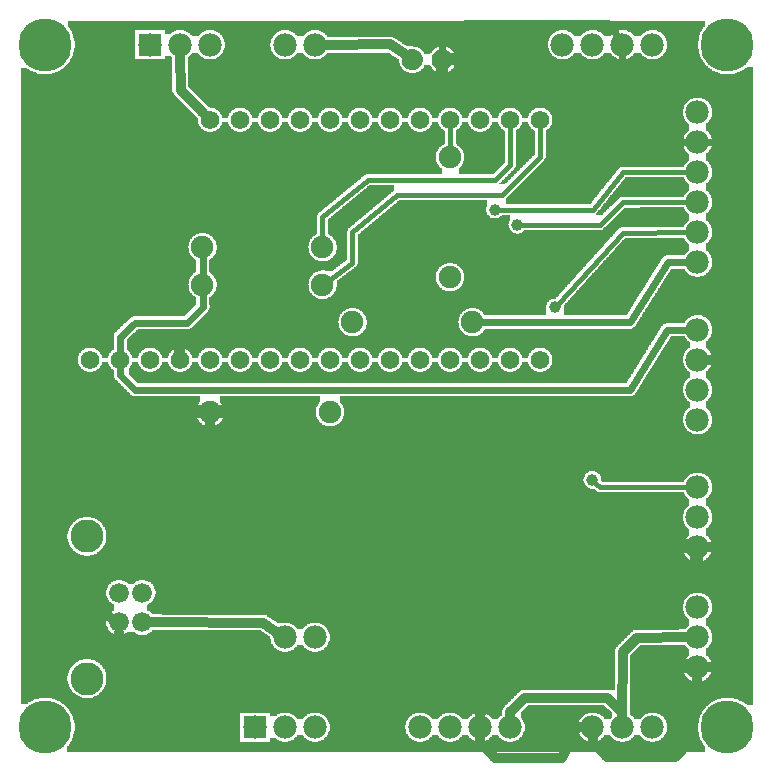
<source format=gbl>
G04 MADE WITH FRITZING*
G04 WWW.FRITZING.ORG*
G04 DOUBLE SIDED*
G04 HOLES PLATED*
G04 CONTOUR ON CENTER OF CONTOUR VECTOR*
%ASAXBY*%
%FSLAX23Y23*%
%MOIN*%
%OFA0B0*%
%SFA1.0B1.0*%
%ADD10C,0.075000*%
%ADD11C,0.177165*%
%ADD12C,0.039370*%
%ADD13C,0.078000*%
%ADD14C,0.066000*%
%ADD15C,0.110000*%
%ADD16C,0.062000*%
%ADD17C,0.070000*%
%ADD18R,0.078000X0.078000*%
%ADD19C,0.032000*%
%ADD20C,0.024000*%
%ADD21C,0.016000*%
%ADD22R,0.001000X0.001000*%
%LNCOPPER0*%
G90*
G70*
G54D10*
X1571Y2049D03*
X2072Y1685D03*
X272Y2401D03*
G54D11*
X119Y125D03*
X119Y2400D03*
X2394Y125D03*
X2394Y2400D03*
G54D12*
X1944Y949D03*
X1819Y1525D03*
X1694Y1800D03*
X1619Y1850D03*
G54D13*
X919Y2400D03*
X1019Y2400D03*
X1019Y425D03*
X919Y425D03*
X2294Y325D03*
X2294Y425D03*
X2294Y525D03*
X2144Y125D03*
X2044Y125D03*
X1944Y125D03*
X2294Y725D03*
X2294Y825D03*
X2294Y925D03*
X1669Y125D03*
X1569Y125D03*
X1469Y125D03*
X1369Y125D03*
X2294Y1450D03*
X2294Y1350D03*
X2294Y1250D03*
X2294Y1150D03*
X2144Y2400D03*
X2044Y2400D03*
X1944Y2400D03*
X1844Y2400D03*
X2294Y2175D03*
X2294Y2075D03*
X2294Y1975D03*
X2294Y1875D03*
X2294Y1775D03*
X2294Y1675D03*
G54D10*
X1044Y1725D03*
X644Y1725D03*
X1044Y1600D03*
X644Y1600D03*
G54D13*
X469Y2400D03*
X569Y2400D03*
X669Y2400D03*
X819Y125D03*
X919Y125D03*
X1019Y125D03*
G54D14*
X444Y475D03*
X444Y573D03*
X366Y573D03*
X366Y475D03*
G54D15*
X259Y287D03*
X259Y761D03*
G54D16*
X1769Y1350D03*
X1669Y1350D03*
X1569Y1350D03*
X1469Y1350D03*
X1369Y1350D03*
X1269Y1350D03*
X1169Y1350D03*
X1069Y1350D03*
X969Y1350D03*
X869Y1350D03*
X769Y1350D03*
X669Y1350D03*
X569Y1350D03*
X469Y1350D03*
X369Y1350D03*
X269Y1350D03*
X669Y2150D03*
X769Y2150D03*
X869Y2150D03*
X969Y2150D03*
X1069Y2150D03*
X1169Y2150D03*
X1269Y2150D03*
X1369Y2150D03*
X1469Y2150D03*
X1569Y2150D03*
X1669Y2150D03*
X1769Y2150D03*
G54D10*
X669Y1175D03*
X1069Y1175D03*
X1469Y2025D03*
X1469Y1625D03*
X1144Y1475D03*
X1544Y1475D03*
G54D17*
X1344Y2350D03*
X1444Y2350D03*
G54D18*
X469Y2400D03*
X819Y125D03*
G54D19*
X571Y2249D02*
X645Y2174D01*
D02*
X570Y2364D02*
X571Y2249D01*
D02*
X1270Y2401D02*
X1318Y2368D01*
D02*
X1055Y2400D02*
X1270Y2401D01*
G54D20*
D02*
X1444Y2425D02*
X1444Y2376D01*
D02*
X1520Y2474D02*
X1444Y2425D01*
D02*
X1995Y2474D02*
X1520Y2474D01*
D02*
X2028Y2425D02*
X1995Y2474D01*
G54D19*
D02*
X845Y474D02*
X890Y444D01*
D02*
X479Y475D02*
X845Y474D01*
D02*
X270Y525D02*
X336Y491D01*
D02*
X668Y876D02*
X270Y625D01*
D02*
X270Y625D02*
X270Y525D01*
D02*
X669Y1141D02*
X668Y876D01*
D02*
X1571Y175D02*
X1570Y160D01*
D02*
X420Y224D02*
X1520Y224D01*
D02*
X1520Y224D02*
X1571Y175D01*
D02*
X369Y275D02*
X420Y224D01*
D02*
X367Y440D02*
X369Y275D01*
G54D21*
D02*
X1469Y2025D02*
X1469Y2127D01*
D02*
X1469Y2002D02*
X1469Y2025D01*
G54D19*
D02*
X2045Y375D02*
X2044Y160D01*
D02*
X2094Y424D02*
X2045Y375D01*
D02*
X2259Y425D02*
X2094Y424D01*
D02*
X1945Y75D02*
X1945Y89D01*
D02*
X1994Y25D02*
X1945Y75D01*
D02*
X2244Y49D02*
X2219Y25D01*
D02*
X2294Y274D02*
X2244Y225D01*
D02*
X2244Y225D02*
X2244Y49D01*
D02*
X2219Y25D02*
X1994Y25D01*
D02*
X2294Y289D02*
X2294Y274D01*
D02*
X2345Y325D02*
X2330Y325D01*
D02*
X2394Y674D02*
X2394Y375D01*
D02*
X2345Y725D02*
X2394Y674D01*
D02*
X2394Y375D02*
X2345Y325D01*
D02*
X2330Y725D02*
X2345Y725D01*
G54D21*
D02*
X1970Y926D02*
X2270Y925D01*
D02*
X1954Y940D02*
X1970Y926D01*
G54D19*
D02*
X2345Y726D02*
X2330Y725D01*
D02*
X2345Y1349D02*
X2394Y1300D01*
D02*
X2394Y1300D02*
X2394Y775D01*
D02*
X2394Y775D02*
X2345Y726D01*
D02*
X2330Y1350D02*
X2345Y1349D01*
G54D20*
D02*
X2069Y1475D02*
X1573Y1475D01*
D02*
X2195Y1675D02*
X2069Y1475D01*
D02*
X2264Y1675D02*
X2195Y1675D01*
G54D19*
D02*
X2044Y176D02*
X2044Y160D01*
D02*
X1993Y224D02*
X2044Y176D01*
D02*
X1670Y176D02*
X1719Y224D01*
D02*
X1719Y224D02*
X1993Y224D01*
D02*
X1670Y160D02*
X1670Y176D01*
D02*
X1569Y75D02*
X1569Y89D01*
D02*
X1894Y125D02*
X1844Y24D01*
D02*
X1844Y24D02*
X1620Y24D01*
D02*
X1620Y24D02*
X1569Y75D01*
D02*
X1909Y125D02*
X1894Y125D01*
G54D20*
D02*
X645Y1525D02*
X645Y1571D01*
D02*
X594Y1474D02*
X645Y1525D01*
D02*
X420Y1474D02*
X594Y1474D01*
D02*
X370Y1426D02*
X420Y1474D01*
D02*
X370Y1379D02*
X370Y1426D01*
G54D21*
D02*
X1195Y1950D02*
X1620Y1949D01*
D02*
X1670Y1999D02*
X1670Y2127D01*
D02*
X1620Y1949D02*
X1670Y1999D01*
D02*
X1044Y1826D02*
X1195Y1950D01*
D02*
X1044Y1748D02*
X1044Y1826D01*
D02*
X1769Y2026D02*
X1769Y2127D01*
D02*
X1644Y1900D02*
X1769Y2026D01*
D02*
X1294Y1899D02*
X1644Y1900D01*
D02*
X1144Y1775D02*
X1294Y1899D01*
D02*
X1144Y1674D02*
X1144Y1775D01*
D02*
X1063Y1614D02*
X1144Y1674D01*
G54D20*
D02*
X2193Y1449D02*
X2069Y1249D01*
D02*
X2069Y1249D02*
X420Y1249D01*
D02*
X420Y1249D02*
X369Y1300D01*
D02*
X2264Y1450D02*
X2193Y1449D01*
D02*
X369Y1300D02*
X369Y1321D01*
D02*
X645Y1625D02*
X645Y1628D01*
D02*
X645Y1696D02*
X645Y1625D01*
D02*
X2345Y1349D02*
X2325Y1349D01*
D02*
X2394Y2024D02*
X2394Y1400D01*
D02*
X2345Y2075D02*
X2394Y2024D01*
D02*
X2394Y1400D02*
X2345Y1349D01*
D02*
X2325Y2075D02*
X2345Y2075D01*
D02*
X2194Y2075D02*
X2264Y2075D01*
D02*
X2045Y2200D02*
X2194Y2075D01*
D02*
X2044Y2370D02*
X2045Y2200D01*
G54D21*
D02*
X2045Y1774D02*
X1828Y1535D01*
D02*
X2270Y1775D02*
X2045Y1774D01*
D02*
X2045Y1875D02*
X2270Y1875D01*
D02*
X1969Y1800D02*
X2045Y1875D01*
D02*
X1708Y1800D02*
X1969Y1800D01*
D02*
X2045Y1975D02*
X1945Y1850D01*
D02*
X1945Y1850D02*
X1633Y1850D01*
D02*
X2270Y1975D02*
X2045Y1975D01*
G36*
X1510Y2144D02*
X1510Y2140D01*
X1508Y2140D01*
X1508Y2134D01*
X1506Y2134D01*
X1506Y2130D01*
X1504Y2130D01*
X1504Y2126D01*
X1502Y2126D01*
X1502Y2124D01*
X1500Y2124D01*
X1500Y2122D01*
X1498Y2122D01*
X1498Y2120D01*
X1496Y2120D01*
X1496Y2118D01*
X1494Y2118D01*
X1494Y2116D01*
X1490Y2116D01*
X1490Y2114D01*
X1488Y2114D01*
X1488Y2110D01*
X1558Y2110D01*
X1558Y2112D01*
X1552Y2112D01*
X1552Y2114D01*
X1548Y2114D01*
X1548Y2116D01*
X1546Y2116D01*
X1546Y2118D01*
X1542Y2118D01*
X1542Y2120D01*
X1540Y2120D01*
X1540Y2122D01*
X1538Y2122D01*
X1538Y2126D01*
X1536Y2126D01*
X1536Y2128D01*
X1534Y2128D01*
X1534Y2132D01*
X1532Y2132D01*
X1532Y2136D01*
X1530Y2136D01*
X1530Y2144D01*
X1510Y2144D01*
G37*
D02*
G36*
X1610Y2144D02*
X1610Y2140D01*
X1608Y2140D01*
X1608Y2134D01*
X1606Y2134D01*
X1606Y2130D01*
X1604Y2130D01*
X1604Y2126D01*
X1602Y2126D01*
X1602Y2124D01*
X1600Y2124D01*
X1600Y2122D01*
X1598Y2122D01*
X1598Y2120D01*
X1596Y2120D01*
X1596Y2118D01*
X1594Y2118D01*
X1594Y2116D01*
X1590Y2116D01*
X1590Y2114D01*
X1586Y2114D01*
X1586Y2112D01*
X1580Y2112D01*
X1580Y2110D01*
X1652Y2110D01*
X1652Y2114D01*
X1648Y2114D01*
X1648Y2116D01*
X1646Y2116D01*
X1646Y2118D01*
X1642Y2118D01*
X1642Y2120D01*
X1640Y2120D01*
X1640Y2122D01*
X1638Y2122D01*
X1638Y2126D01*
X1636Y2126D01*
X1636Y2128D01*
X1634Y2128D01*
X1634Y2132D01*
X1632Y2132D01*
X1632Y2136D01*
X1630Y2136D01*
X1630Y2144D01*
X1610Y2144D01*
G37*
D02*
G36*
X1488Y2110D02*
X1488Y2108D01*
X1652Y2108D01*
X1652Y2110D01*
X1488Y2110D01*
G37*
D02*
G36*
X1488Y2110D02*
X1488Y2108D01*
X1652Y2108D01*
X1652Y2110D01*
X1488Y2110D01*
G37*
D02*
G36*
X1488Y2108D02*
X1488Y2068D01*
X1492Y2068D01*
X1492Y2066D01*
X1494Y2066D01*
X1494Y2064D01*
X1498Y2064D01*
X1498Y2062D01*
X1500Y2062D01*
X1500Y2060D01*
X1502Y2060D01*
X1502Y2058D01*
X1504Y2058D01*
X1504Y2056D01*
X1506Y2056D01*
X1506Y2054D01*
X1508Y2054D01*
X1508Y2052D01*
X1510Y2052D01*
X1510Y2048D01*
X1512Y2048D01*
X1512Y2044D01*
X1514Y2044D01*
X1514Y2038D01*
X1516Y2038D01*
X1516Y2012D01*
X1514Y2012D01*
X1514Y2006D01*
X1512Y2006D01*
X1512Y2002D01*
X1510Y2002D01*
X1510Y2000D01*
X1508Y2000D01*
X1508Y1996D01*
X1506Y1996D01*
X1506Y1994D01*
X1504Y1994D01*
X1504Y1992D01*
X1502Y1992D01*
X1502Y1990D01*
X1500Y1990D01*
X1500Y1988D01*
X1498Y1988D01*
X1498Y1968D01*
X1614Y1968D01*
X1614Y1970D01*
X1616Y1970D01*
X1616Y1972D01*
X1618Y1972D01*
X1618Y1974D01*
X1620Y1974D01*
X1620Y1976D01*
X1622Y1976D01*
X1622Y1978D01*
X1624Y1978D01*
X1624Y1980D01*
X1626Y1980D01*
X1626Y1982D01*
X1628Y1982D01*
X1628Y1984D01*
X1630Y1984D01*
X1630Y1986D01*
X1632Y1986D01*
X1632Y1988D01*
X1634Y1988D01*
X1634Y1990D01*
X1636Y1990D01*
X1636Y1992D01*
X1638Y1992D01*
X1638Y1994D01*
X1640Y1994D01*
X1640Y1996D01*
X1642Y1996D01*
X1642Y1998D01*
X1644Y1998D01*
X1644Y2000D01*
X1646Y2000D01*
X1646Y2002D01*
X1648Y2002D01*
X1648Y2004D01*
X1650Y2004D01*
X1650Y2006D01*
X1652Y2006D01*
X1652Y2108D01*
X1488Y2108D01*
G37*
D02*
G36*
X1710Y2144D02*
X1710Y2140D01*
X1708Y2140D01*
X1708Y2134D01*
X1706Y2134D01*
X1706Y2130D01*
X1704Y2130D01*
X1704Y2126D01*
X1702Y2126D01*
X1702Y2124D01*
X1700Y2124D01*
X1700Y2122D01*
X1698Y2122D01*
X1698Y2120D01*
X1696Y2120D01*
X1696Y2118D01*
X1694Y2118D01*
X1694Y2116D01*
X1690Y2116D01*
X1690Y2114D01*
X1688Y2114D01*
X1688Y1992D01*
X1686Y1992D01*
X1686Y1990D01*
X1684Y1990D01*
X1684Y1986D01*
X1682Y1986D01*
X1682Y1984D01*
X1680Y1984D01*
X1680Y1982D01*
X1678Y1982D01*
X1678Y1980D01*
X1676Y1980D01*
X1676Y1978D01*
X1674Y1978D01*
X1674Y1976D01*
X1672Y1976D01*
X1672Y1974D01*
X1670Y1974D01*
X1670Y1972D01*
X1668Y1972D01*
X1668Y1970D01*
X1666Y1970D01*
X1666Y1968D01*
X1664Y1968D01*
X1664Y1966D01*
X1662Y1966D01*
X1662Y1964D01*
X1660Y1964D01*
X1660Y1962D01*
X1658Y1962D01*
X1658Y1960D01*
X1656Y1960D01*
X1656Y1958D01*
X1654Y1958D01*
X1654Y1956D01*
X1652Y1956D01*
X1652Y1954D01*
X1650Y1954D01*
X1650Y1952D01*
X1648Y1952D01*
X1648Y1950D01*
X1646Y1950D01*
X1646Y1948D01*
X1644Y1948D01*
X1644Y1946D01*
X1642Y1946D01*
X1642Y1944D01*
X1640Y1944D01*
X1640Y1942D01*
X1638Y1942D01*
X1638Y1940D01*
X1636Y1940D01*
X1636Y1938D01*
X1634Y1938D01*
X1634Y1936D01*
X1654Y1936D01*
X1654Y1938D01*
X1656Y1938D01*
X1656Y1940D01*
X1658Y1940D01*
X1658Y1942D01*
X1660Y1942D01*
X1660Y1944D01*
X1662Y1944D01*
X1662Y1946D01*
X1664Y1946D01*
X1664Y1948D01*
X1666Y1948D01*
X1666Y1950D01*
X1668Y1950D01*
X1668Y1952D01*
X1670Y1952D01*
X1670Y1954D01*
X1672Y1954D01*
X1672Y1956D01*
X1674Y1956D01*
X1674Y1958D01*
X1676Y1958D01*
X1676Y1960D01*
X1678Y1960D01*
X1678Y1962D01*
X1680Y1962D01*
X1680Y1964D01*
X1682Y1964D01*
X1682Y1966D01*
X1684Y1966D01*
X1684Y1968D01*
X1686Y1968D01*
X1686Y1970D01*
X1688Y1970D01*
X1688Y1972D01*
X1690Y1972D01*
X1690Y1974D01*
X1692Y1974D01*
X1692Y1976D01*
X1694Y1976D01*
X1694Y1978D01*
X1696Y1978D01*
X1696Y1980D01*
X1698Y1980D01*
X1698Y1982D01*
X1700Y1982D01*
X1700Y1984D01*
X1702Y1984D01*
X1702Y1986D01*
X1704Y1986D01*
X1704Y1988D01*
X1706Y1988D01*
X1706Y1990D01*
X1708Y1990D01*
X1708Y1992D01*
X1710Y1992D01*
X1710Y1994D01*
X1712Y1994D01*
X1712Y1996D01*
X1714Y1996D01*
X1714Y1998D01*
X1716Y1998D01*
X1716Y2000D01*
X1718Y2000D01*
X1718Y2002D01*
X1720Y2002D01*
X1720Y2004D01*
X1722Y2004D01*
X1722Y2006D01*
X1724Y2006D01*
X1724Y2008D01*
X1726Y2008D01*
X1726Y2010D01*
X1728Y2010D01*
X1728Y2012D01*
X1730Y2012D01*
X1730Y2014D01*
X1732Y2014D01*
X1732Y2016D01*
X1734Y2016D01*
X1734Y2018D01*
X1736Y2018D01*
X1736Y2020D01*
X1738Y2020D01*
X1738Y2022D01*
X1740Y2022D01*
X1740Y2024D01*
X1742Y2024D01*
X1742Y2026D01*
X1744Y2026D01*
X1744Y2028D01*
X1746Y2028D01*
X1746Y2030D01*
X1748Y2030D01*
X1748Y2032D01*
X1750Y2032D01*
X1750Y2034D01*
X1752Y2034D01*
X1752Y2114D01*
X1748Y2114D01*
X1748Y2116D01*
X1746Y2116D01*
X1746Y2118D01*
X1742Y2118D01*
X1742Y2120D01*
X1740Y2120D01*
X1740Y2122D01*
X1738Y2122D01*
X1738Y2126D01*
X1736Y2126D01*
X1736Y2128D01*
X1734Y2128D01*
X1734Y2132D01*
X1732Y2132D01*
X1732Y2136D01*
X1730Y2136D01*
X1730Y2144D01*
X1710Y2144D01*
G37*
D02*
G36*
X2054Y1958D02*
X2054Y1956D01*
X2052Y1956D01*
X2052Y1954D01*
X2050Y1954D01*
X2050Y1952D01*
X2048Y1952D01*
X2048Y1950D01*
X2046Y1950D01*
X2046Y1946D01*
X2044Y1946D01*
X2044Y1944D01*
X2042Y1944D01*
X2042Y1942D01*
X2040Y1942D01*
X2040Y1940D01*
X2038Y1940D01*
X2038Y1936D01*
X2036Y1936D01*
X2036Y1934D01*
X2034Y1934D01*
X2034Y1932D01*
X2032Y1932D01*
X2032Y1930D01*
X2030Y1930D01*
X2030Y1926D01*
X2028Y1926D01*
X2028Y1924D01*
X2026Y1924D01*
X2026Y1922D01*
X2024Y1922D01*
X2024Y1920D01*
X2022Y1920D01*
X2022Y1916D01*
X2020Y1916D01*
X2020Y1914D01*
X2018Y1914D01*
X2018Y1912D01*
X2016Y1912D01*
X2016Y1910D01*
X2014Y1910D01*
X2014Y1906D01*
X2012Y1906D01*
X2012Y1904D01*
X2010Y1904D01*
X2010Y1902D01*
X2008Y1902D01*
X2008Y1900D01*
X2006Y1900D01*
X2006Y1898D01*
X2004Y1898D01*
X2004Y1894D01*
X2002Y1894D01*
X2002Y1892D01*
X2000Y1892D01*
X2000Y1890D01*
X1998Y1890D01*
X1998Y1888D01*
X1996Y1888D01*
X1996Y1884D01*
X1994Y1884D01*
X1994Y1882D01*
X1992Y1882D01*
X1992Y1880D01*
X1990Y1880D01*
X1990Y1878D01*
X1988Y1878D01*
X1988Y1874D01*
X1986Y1874D01*
X1986Y1872D01*
X1984Y1872D01*
X1984Y1870D01*
X1982Y1870D01*
X1982Y1868D01*
X1980Y1868D01*
X1980Y1864D01*
X1978Y1864D01*
X1978Y1862D01*
X1976Y1862D01*
X1976Y1860D01*
X1974Y1860D01*
X1974Y1858D01*
X1972Y1858D01*
X1972Y1854D01*
X1970Y1854D01*
X1970Y1852D01*
X1968Y1852D01*
X1968Y1850D01*
X1966Y1850D01*
X1966Y1848D01*
X1964Y1848D01*
X1964Y1844D01*
X1962Y1844D01*
X1962Y1842D01*
X1960Y1842D01*
X1960Y1840D01*
X1958Y1840D01*
X1958Y1838D01*
X1956Y1838D01*
X1956Y1832D01*
X1976Y1832D01*
X1976Y1834D01*
X1978Y1834D01*
X1978Y1836D01*
X1980Y1836D01*
X1980Y1838D01*
X1982Y1838D01*
X1982Y1840D01*
X1984Y1840D01*
X1984Y1842D01*
X1986Y1842D01*
X1986Y1844D01*
X1988Y1844D01*
X1988Y1846D01*
X1990Y1846D01*
X1990Y1848D01*
X1992Y1848D01*
X1992Y1850D01*
X1994Y1850D01*
X1994Y1852D01*
X1996Y1852D01*
X1996Y1854D01*
X1998Y1854D01*
X1998Y1856D01*
X2000Y1856D01*
X2000Y1858D01*
X2002Y1858D01*
X2002Y1860D01*
X2004Y1860D01*
X2004Y1862D01*
X2006Y1862D01*
X2006Y1864D01*
X2008Y1864D01*
X2008Y1866D01*
X2012Y1866D01*
X2012Y1868D01*
X2014Y1868D01*
X2014Y1870D01*
X2016Y1870D01*
X2016Y1872D01*
X2018Y1872D01*
X2018Y1874D01*
X2020Y1874D01*
X2020Y1876D01*
X2022Y1876D01*
X2022Y1878D01*
X2024Y1878D01*
X2024Y1880D01*
X2026Y1880D01*
X2026Y1882D01*
X2028Y1882D01*
X2028Y1884D01*
X2030Y1884D01*
X2030Y1886D01*
X2032Y1886D01*
X2032Y1888D01*
X2034Y1888D01*
X2034Y1890D01*
X2036Y1890D01*
X2036Y1892D01*
X2086Y1892D01*
X2086Y1894D01*
X2250Y1894D01*
X2250Y1898D01*
X2252Y1898D01*
X2252Y1900D01*
X2254Y1900D01*
X2254Y1904D01*
X2256Y1904D01*
X2256Y1906D01*
X2258Y1906D01*
X2258Y1908D01*
X2260Y1908D01*
X2260Y1910D01*
X2262Y1910D01*
X2262Y1912D01*
X2264Y1912D01*
X2264Y1914D01*
X2266Y1914D01*
X2266Y1936D01*
X2264Y1936D01*
X2264Y1938D01*
X2262Y1938D01*
X2262Y1940D01*
X2260Y1940D01*
X2260Y1942D01*
X2258Y1942D01*
X2258Y1944D01*
X2256Y1944D01*
X2256Y1946D01*
X2254Y1946D01*
X2254Y1950D01*
X2252Y1950D01*
X2252Y1952D01*
X2250Y1952D01*
X2250Y1956D01*
X2248Y1956D01*
X2248Y1958D01*
X2054Y1958D01*
G37*
D02*
G36*
X2052Y1756D02*
X2052Y1754D01*
X2050Y1754D01*
X2050Y1752D01*
X2048Y1752D01*
X2048Y1750D01*
X2046Y1750D01*
X2046Y1748D01*
X2044Y1748D01*
X2044Y1746D01*
X2042Y1746D01*
X2042Y1744D01*
X2040Y1744D01*
X2040Y1742D01*
X2038Y1742D01*
X2038Y1740D01*
X2036Y1740D01*
X2036Y1736D01*
X2034Y1736D01*
X2034Y1734D01*
X2032Y1734D01*
X2032Y1732D01*
X2030Y1732D01*
X2030Y1730D01*
X2028Y1730D01*
X2028Y1728D01*
X2026Y1728D01*
X2026Y1726D01*
X2024Y1726D01*
X2024Y1724D01*
X2022Y1724D01*
X2022Y1722D01*
X2020Y1722D01*
X2020Y1720D01*
X2018Y1720D01*
X2018Y1716D01*
X2016Y1716D01*
X2016Y1714D01*
X2014Y1714D01*
X2014Y1712D01*
X2012Y1712D01*
X2012Y1710D01*
X2010Y1710D01*
X2010Y1708D01*
X2008Y1708D01*
X2008Y1706D01*
X2006Y1706D01*
X2006Y1704D01*
X2004Y1704D01*
X2004Y1702D01*
X2002Y1702D01*
X2002Y1700D01*
X2000Y1700D01*
X2000Y1698D01*
X1998Y1698D01*
X1998Y1694D01*
X1996Y1694D01*
X1996Y1692D01*
X1994Y1692D01*
X1994Y1690D01*
X1992Y1690D01*
X1992Y1688D01*
X1990Y1688D01*
X1990Y1686D01*
X1988Y1686D01*
X1988Y1684D01*
X1986Y1684D01*
X1986Y1682D01*
X1984Y1682D01*
X1984Y1680D01*
X1982Y1680D01*
X1982Y1678D01*
X1980Y1678D01*
X1980Y1674D01*
X1978Y1674D01*
X1978Y1672D01*
X1976Y1672D01*
X1976Y1670D01*
X1974Y1670D01*
X1974Y1668D01*
X1972Y1668D01*
X1972Y1666D01*
X1970Y1666D01*
X1970Y1664D01*
X1968Y1664D01*
X1968Y1662D01*
X1966Y1662D01*
X1966Y1660D01*
X1964Y1660D01*
X1964Y1658D01*
X1962Y1658D01*
X1962Y1654D01*
X1960Y1654D01*
X1960Y1652D01*
X1958Y1652D01*
X1958Y1650D01*
X1956Y1650D01*
X1956Y1648D01*
X1954Y1648D01*
X1954Y1646D01*
X1952Y1646D01*
X1952Y1644D01*
X1950Y1644D01*
X1950Y1642D01*
X1948Y1642D01*
X1948Y1640D01*
X1946Y1640D01*
X1946Y1638D01*
X1944Y1638D01*
X1944Y1636D01*
X1942Y1636D01*
X1942Y1632D01*
X1940Y1632D01*
X1940Y1630D01*
X1938Y1630D01*
X1938Y1628D01*
X1936Y1628D01*
X1936Y1626D01*
X1934Y1626D01*
X1934Y1624D01*
X1932Y1624D01*
X1932Y1622D01*
X1930Y1622D01*
X1930Y1620D01*
X1928Y1620D01*
X1928Y1618D01*
X1926Y1618D01*
X1926Y1616D01*
X1924Y1616D01*
X1924Y1612D01*
X1922Y1612D01*
X1922Y1610D01*
X1920Y1610D01*
X1920Y1608D01*
X1918Y1608D01*
X1918Y1606D01*
X1916Y1606D01*
X1916Y1604D01*
X1914Y1604D01*
X1914Y1602D01*
X1912Y1602D01*
X1912Y1600D01*
X1910Y1600D01*
X1910Y1598D01*
X1908Y1598D01*
X1908Y1596D01*
X1906Y1596D01*
X1906Y1592D01*
X1904Y1592D01*
X1904Y1590D01*
X1902Y1590D01*
X1902Y1588D01*
X1900Y1588D01*
X1900Y1586D01*
X1898Y1586D01*
X1898Y1584D01*
X1896Y1584D01*
X1896Y1582D01*
X1894Y1582D01*
X1894Y1580D01*
X1892Y1580D01*
X1892Y1578D01*
X1890Y1578D01*
X1890Y1576D01*
X1888Y1576D01*
X1888Y1574D01*
X1886Y1574D01*
X1886Y1570D01*
X1884Y1570D01*
X1884Y1568D01*
X1882Y1568D01*
X1882Y1566D01*
X1880Y1566D01*
X1880Y1564D01*
X1878Y1564D01*
X1878Y1562D01*
X1876Y1562D01*
X1876Y1560D01*
X1874Y1560D01*
X1874Y1558D01*
X1872Y1558D01*
X1872Y1556D01*
X1870Y1556D01*
X1870Y1554D01*
X1868Y1554D01*
X1868Y1550D01*
X1866Y1550D01*
X1866Y1548D01*
X1864Y1548D01*
X1864Y1546D01*
X1862Y1546D01*
X1862Y1544D01*
X1860Y1544D01*
X1860Y1542D01*
X1858Y1542D01*
X1858Y1540D01*
X1856Y1540D01*
X1856Y1538D01*
X1854Y1538D01*
X1854Y1536D01*
X1852Y1536D01*
X1852Y1534D01*
X1850Y1534D01*
X1850Y1524D01*
X1848Y1524D01*
X1848Y1498D01*
X2058Y1498D01*
X2058Y1502D01*
X2060Y1502D01*
X2060Y1504D01*
X2062Y1504D01*
X2062Y1508D01*
X2064Y1508D01*
X2064Y1510D01*
X2066Y1510D01*
X2066Y1514D01*
X2068Y1514D01*
X2068Y1518D01*
X2070Y1518D01*
X2070Y1520D01*
X2072Y1520D01*
X2072Y1524D01*
X2074Y1524D01*
X2074Y1526D01*
X2076Y1526D01*
X2076Y1530D01*
X2078Y1530D01*
X2078Y1534D01*
X2080Y1534D01*
X2080Y1536D01*
X2082Y1536D01*
X2082Y1540D01*
X2084Y1540D01*
X2084Y1542D01*
X2086Y1542D01*
X2086Y1546D01*
X2088Y1546D01*
X2088Y1550D01*
X2090Y1550D01*
X2090Y1552D01*
X2092Y1552D01*
X2092Y1556D01*
X2094Y1556D01*
X2094Y1558D01*
X2096Y1558D01*
X2096Y1562D01*
X2098Y1562D01*
X2098Y1564D01*
X2100Y1564D01*
X2100Y1568D01*
X2102Y1568D01*
X2102Y1572D01*
X2104Y1572D01*
X2104Y1574D01*
X2106Y1574D01*
X2106Y1578D01*
X2108Y1578D01*
X2108Y1580D01*
X2110Y1580D01*
X2110Y1584D01*
X2112Y1584D01*
X2112Y1588D01*
X2114Y1588D01*
X2114Y1590D01*
X2116Y1590D01*
X2116Y1594D01*
X2118Y1594D01*
X2118Y1596D01*
X2120Y1596D01*
X2120Y1600D01*
X2122Y1600D01*
X2122Y1604D01*
X2124Y1604D01*
X2124Y1606D01*
X2126Y1606D01*
X2126Y1610D01*
X2128Y1610D01*
X2128Y1612D01*
X2130Y1612D01*
X2130Y1616D01*
X2132Y1616D01*
X2132Y1620D01*
X2134Y1620D01*
X2134Y1622D01*
X2136Y1622D01*
X2136Y1626D01*
X2138Y1626D01*
X2138Y1628D01*
X2140Y1628D01*
X2140Y1632D01*
X2142Y1632D01*
X2142Y1634D01*
X2144Y1634D01*
X2144Y1638D01*
X2146Y1638D01*
X2146Y1642D01*
X2148Y1642D01*
X2148Y1644D01*
X2150Y1644D01*
X2150Y1648D01*
X2152Y1648D01*
X2152Y1650D01*
X2154Y1650D01*
X2154Y1654D01*
X2156Y1654D01*
X2156Y1658D01*
X2158Y1658D01*
X2158Y1660D01*
X2160Y1660D01*
X2160Y1664D01*
X2162Y1664D01*
X2162Y1666D01*
X2164Y1666D01*
X2164Y1670D01*
X2166Y1670D01*
X2166Y1674D01*
X2168Y1674D01*
X2168Y1676D01*
X2170Y1676D01*
X2170Y1680D01*
X2172Y1680D01*
X2172Y1682D01*
X2174Y1682D01*
X2174Y1686D01*
X2176Y1686D01*
X2176Y1688D01*
X2178Y1688D01*
X2178Y1692D01*
X2182Y1692D01*
X2182Y1694D01*
X2184Y1694D01*
X2184Y1696D01*
X2190Y1696D01*
X2190Y1698D01*
X2252Y1698D01*
X2252Y1700D01*
X2254Y1700D01*
X2254Y1704D01*
X2256Y1704D01*
X2256Y1706D01*
X2258Y1706D01*
X2258Y1708D01*
X2260Y1708D01*
X2260Y1710D01*
X2262Y1710D01*
X2262Y1712D01*
X2264Y1712D01*
X2264Y1714D01*
X2266Y1714D01*
X2266Y1736D01*
X2264Y1736D01*
X2264Y1738D01*
X2262Y1738D01*
X2262Y1740D01*
X2260Y1740D01*
X2260Y1742D01*
X2258Y1742D01*
X2258Y1744D01*
X2256Y1744D01*
X2256Y1746D01*
X2254Y1746D01*
X2254Y1750D01*
X2252Y1750D01*
X2252Y1752D01*
X2250Y1752D01*
X2250Y1756D01*
X2052Y1756D01*
G37*
D02*
G36*
X196Y2480D02*
X196Y2460D01*
X198Y2460D01*
X198Y2458D01*
X200Y2458D01*
X200Y2456D01*
X202Y2456D01*
X202Y2452D01*
X204Y2452D01*
X204Y2450D01*
X2146Y2450D01*
X2146Y2448D01*
X2158Y2448D01*
X2158Y2446D01*
X2164Y2446D01*
X2164Y2444D01*
X2168Y2444D01*
X2168Y2442D01*
X2172Y2442D01*
X2172Y2440D01*
X2174Y2440D01*
X2174Y2438D01*
X2176Y2438D01*
X2176Y2436D01*
X2178Y2436D01*
X2178Y2434D01*
X2180Y2434D01*
X2180Y2432D01*
X2182Y2432D01*
X2182Y2430D01*
X2184Y2430D01*
X2184Y2428D01*
X2186Y2428D01*
X2186Y2424D01*
X2188Y2424D01*
X2188Y2420D01*
X2190Y2420D01*
X2190Y2414D01*
X2192Y2414D01*
X2192Y2406D01*
X2194Y2406D01*
X2194Y2394D01*
X2192Y2394D01*
X2192Y2386D01*
X2190Y2386D01*
X2190Y2380D01*
X2188Y2380D01*
X2188Y2376D01*
X2186Y2376D01*
X2186Y2372D01*
X2184Y2372D01*
X2184Y2370D01*
X2182Y2370D01*
X2182Y2368D01*
X2180Y2368D01*
X2180Y2366D01*
X2178Y2366D01*
X2178Y2364D01*
X2176Y2364D01*
X2176Y2362D01*
X2174Y2362D01*
X2174Y2360D01*
X2170Y2360D01*
X2170Y2358D01*
X2168Y2358D01*
X2168Y2356D01*
X2164Y2356D01*
X2164Y2354D01*
X2156Y2354D01*
X2156Y2352D01*
X2308Y2352D01*
X2308Y2354D01*
X2306Y2354D01*
X2306Y2358D01*
X2304Y2358D01*
X2304Y2364D01*
X2302Y2364D01*
X2302Y2368D01*
X2300Y2368D01*
X2300Y2376D01*
X2298Y2376D01*
X2298Y2386D01*
X2296Y2386D01*
X2296Y2414D01*
X2298Y2414D01*
X2298Y2424D01*
X2300Y2424D01*
X2300Y2432D01*
X2302Y2432D01*
X2302Y2436D01*
X2304Y2436D01*
X2304Y2442D01*
X2306Y2442D01*
X2306Y2446D01*
X2308Y2446D01*
X2308Y2450D01*
X2310Y2450D01*
X2310Y2452D01*
X2312Y2452D01*
X2312Y2456D01*
X2314Y2456D01*
X2314Y2458D01*
X2316Y2458D01*
X2316Y2460D01*
X2318Y2460D01*
X2318Y2480D01*
X196Y2480D01*
G37*
D02*
G36*
X204Y2450D02*
X204Y2448D01*
X206Y2448D01*
X206Y2446D01*
X208Y2446D01*
X208Y2440D01*
X210Y2440D01*
X210Y2436D01*
X212Y2436D01*
X212Y2430D01*
X214Y2430D01*
X214Y2424D01*
X216Y2424D01*
X216Y2412D01*
X218Y2412D01*
X218Y2388D01*
X216Y2388D01*
X216Y2376D01*
X214Y2376D01*
X214Y2370D01*
X212Y2370D01*
X212Y2364D01*
X210Y2364D01*
X210Y2360D01*
X208Y2360D01*
X208Y2356D01*
X206Y2356D01*
X206Y2352D01*
X420Y2352D01*
X420Y2448D01*
X422Y2448D01*
X422Y2450D01*
X204Y2450D01*
G37*
D02*
G36*
X518Y2450D02*
X518Y2436D01*
X538Y2436D01*
X538Y2438D01*
X540Y2438D01*
X540Y2440D01*
X542Y2440D01*
X542Y2442D01*
X546Y2442D01*
X546Y2444D01*
X550Y2444D01*
X550Y2446D01*
X556Y2446D01*
X556Y2448D01*
X568Y2448D01*
X568Y2450D01*
X518Y2450D01*
G37*
D02*
G36*
X572Y2450D02*
X572Y2448D01*
X582Y2448D01*
X582Y2446D01*
X588Y2446D01*
X588Y2444D01*
X592Y2444D01*
X592Y2442D01*
X596Y2442D01*
X596Y2440D01*
X598Y2440D01*
X598Y2438D01*
X602Y2438D01*
X602Y2436D01*
X604Y2436D01*
X604Y2434D01*
X606Y2434D01*
X606Y2432D01*
X608Y2432D01*
X608Y2428D01*
X630Y2428D01*
X630Y2430D01*
X632Y2430D01*
X632Y2432D01*
X634Y2432D01*
X634Y2434D01*
X636Y2434D01*
X636Y2436D01*
X638Y2436D01*
X638Y2438D01*
X640Y2438D01*
X640Y2440D01*
X642Y2440D01*
X642Y2442D01*
X646Y2442D01*
X646Y2444D01*
X650Y2444D01*
X650Y2446D01*
X656Y2446D01*
X656Y2448D01*
X668Y2448D01*
X668Y2450D01*
X572Y2450D01*
G37*
D02*
G36*
X672Y2450D02*
X672Y2448D01*
X682Y2448D01*
X682Y2446D01*
X688Y2446D01*
X688Y2444D01*
X692Y2444D01*
X692Y2442D01*
X696Y2442D01*
X696Y2440D01*
X698Y2440D01*
X698Y2438D01*
X702Y2438D01*
X702Y2436D01*
X704Y2436D01*
X704Y2434D01*
X706Y2434D01*
X706Y2432D01*
X708Y2432D01*
X708Y2428D01*
X710Y2428D01*
X710Y2426D01*
X712Y2426D01*
X712Y2422D01*
X714Y2422D01*
X714Y2418D01*
X716Y2418D01*
X716Y2410D01*
X718Y2410D01*
X718Y2390D01*
X716Y2390D01*
X716Y2382D01*
X714Y2382D01*
X714Y2378D01*
X712Y2378D01*
X712Y2374D01*
X710Y2374D01*
X710Y2372D01*
X708Y2372D01*
X708Y2370D01*
X706Y2370D01*
X706Y2366D01*
X704Y2366D01*
X704Y2364D01*
X702Y2364D01*
X702Y2362D01*
X698Y2362D01*
X698Y2360D01*
X696Y2360D01*
X696Y2358D01*
X692Y2358D01*
X692Y2356D01*
X688Y2356D01*
X688Y2354D01*
X682Y2354D01*
X682Y2352D01*
X906Y2352D01*
X906Y2354D01*
X900Y2354D01*
X900Y2356D01*
X896Y2356D01*
X896Y2358D01*
X894Y2358D01*
X894Y2360D01*
X890Y2360D01*
X890Y2362D01*
X888Y2362D01*
X888Y2364D01*
X886Y2364D01*
X886Y2366D01*
X884Y2366D01*
X884Y2368D01*
X882Y2368D01*
X882Y2370D01*
X880Y2370D01*
X880Y2372D01*
X878Y2372D01*
X878Y2376D01*
X876Y2376D01*
X876Y2380D01*
X874Y2380D01*
X874Y2386D01*
X872Y2386D01*
X872Y2394D01*
X870Y2394D01*
X870Y2406D01*
X872Y2406D01*
X872Y2416D01*
X874Y2416D01*
X874Y2420D01*
X876Y2420D01*
X876Y2424D01*
X878Y2424D01*
X878Y2428D01*
X880Y2428D01*
X880Y2430D01*
X882Y2430D01*
X882Y2432D01*
X884Y2432D01*
X884Y2434D01*
X886Y2434D01*
X886Y2436D01*
X888Y2436D01*
X888Y2438D01*
X890Y2438D01*
X890Y2440D01*
X892Y2440D01*
X892Y2442D01*
X896Y2442D01*
X896Y2444D01*
X900Y2444D01*
X900Y2446D01*
X906Y2446D01*
X906Y2448D01*
X918Y2448D01*
X918Y2450D01*
X672Y2450D01*
G37*
D02*
G36*
X922Y2450D02*
X922Y2448D01*
X932Y2448D01*
X932Y2446D01*
X938Y2446D01*
X938Y2444D01*
X942Y2444D01*
X942Y2442D01*
X946Y2442D01*
X946Y2440D01*
X948Y2440D01*
X948Y2438D01*
X952Y2438D01*
X952Y2436D01*
X954Y2436D01*
X954Y2434D01*
X956Y2434D01*
X956Y2432D01*
X958Y2432D01*
X958Y2428D01*
X980Y2428D01*
X980Y2430D01*
X982Y2430D01*
X982Y2432D01*
X984Y2432D01*
X984Y2434D01*
X986Y2434D01*
X986Y2436D01*
X988Y2436D01*
X988Y2438D01*
X990Y2438D01*
X990Y2440D01*
X992Y2440D01*
X992Y2442D01*
X996Y2442D01*
X996Y2444D01*
X1000Y2444D01*
X1000Y2446D01*
X1006Y2446D01*
X1006Y2448D01*
X1018Y2448D01*
X1018Y2450D01*
X922Y2450D01*
G37*
D02*
G36*
X1022Y2450D02*
X1022Y2448D01*
X1032Y2448D01*
X1032Y2446D01*
X1038Y2446D01*
X1038Y2444D01*
X1042Y2444D01*
X1042Y2442D01*
X1046Y2442D01*
X1046Y2440D01*
X1048Y2440D01*
X1048Y2438D01*
X1052Y2438D01*
X1052Y2436D01*
X1054Y2436D01*
X1054Y2434D01*
X1056Y2434D01*
X1056Y2432D01*
X1058Y2432D01*
X1058Y2428D01*
X1060Y2428D01*
X1060Y2426D01*
X1280Y2426D01*
X1280Y2424D01*
X1284Y2424D01*
X1284Y2422D01*
X1286Y2422D01*
X1286Y2420D01*
X1290Y2420D01*
X1290Y2418D01*
X1292Y2418D01*
X1292Y2416D01*
X1296Y2416D01*
X1296Y2414D01*
X1298Y2414D01*
X1298Y2412D01*
X1302Y2412D01*
X1302Y2410D01*
X1304Y2410D01*
X1304Y2408D01*
X1308Y2408D01*
X1308Y2406D01*
X1310Y2406D01*
X1310Y2404D01*
X1314Y2404D01*
X1314Y2402D01*
X1316Y2402D01*
X1316Y2400D01*
X1320Y2400D01*
X1320Y2398D01*
X1322Y2398D01*
X1322Y2396D01*
X1446Y2396D01*
X1446Y2394D01*
X1458Y2394D01*
X1458Y2392D01*
X1462Y2392D01*
X1462Y2390D01*
X1466Y2390D01*
X1466Y2388D01*
X1470Y2388D01*
X1470Y2386D01*
X1472Y2386D01*
X1472Y2384D01*
X1474Y2384D01*
X1474Y2382D01*
X1476Y2382D01*
X1476Y2380D01*
X1478Y2380D01*
X1478Y2378D01*
X1480Y2378D01*
X1480Y2376D01*
X1482Y2376D01*
X1482Y2372D01*
X1484Y2372D01*
X1484Y2370D01*
X1486Y2370D01*
X1486Y2364D01*
X1488Y2364D01*
X1488Y2356D01*
X1490Y2356D01*
X1490Y2352D01*
X1832Y2352D01*
X1832Y2354D01*
X1826Y2354D01*
X1826Y2356D01*
X1822Y2356D01*
X1822Y2358D01*
X1818Y2358D01*
X1818Y2360D01*
X1816Y2360D01*
X1816Y2362D01*
X1812Y2362D01*
X1812Y2364D01*
X1810Y2364D01*
X1810Y2366D01*
X1808Y2366D01*
X1808Y2368D01*
X1806Y2368D01*
X1806Y2372D01*
X1804Y2372D01*
X1804Y2374D01*
X1802Y2374D01*
X1802Y2378D01*
X1800Y2378D01*
X1800Y2382D01*
X1798Y2382D01*
X1798Y2388D01*
X1796Y2388D01*
X1796Y2412D01*
X1798Y2412D01*
X1798Y2418D01*
X1800Y2418D01*
X1800Y2422D01*
X1802Y2422D01*
X1802Y2426D01*
X1804Y2426D01*
X1804Y2428D01*
X1806Y2428D01*
X1806Y2432D01*
X1808Y2432D01*
X1808Y2434D01*
X1810Y2434D01*
X1810Y2436D01*
X1812Y2436D01*
X1812Y2438D01*
X1814Y2438D01*
X1814Y2440D01*
X1818Y2440D01*
X1818Y2442D01*
X1822Y2442D01*
X1822Y2444D01*
X1824Y2444D01*
X1824Y2446D01*
X1832Y2446D01*
X1832Y2448D01*
X1842Y2448D01*
X1842Y2450D01*
X1022Y2450D01*
G37*
D02*
G36*
X1846Y2450D02*
X1846Y2448D01*
X1858Y2448D01*
X1858Y2446D01*
X1864Y2446D01*
X1864Y2444D01*
X1868Y2444D01*
X1868Y2442D01*
X1872Y2442D01*
X1872Y2440D01*
X1874Y2440D01*
X1874Y2438D01*
X1876Y2438D01*
X1876Y2436D01*
X1878Y2436D01*
X1878Y2434D01*
X1880Y2434D01*
X1880Y2432D01*
X1882Y2432D01*
X1882Y2430D01*
X1884Y2430D01*
X1884Y2428D01*
X1906Y2428D01*
X1906Y2432D01*
X1908Y2432D01*
X1908Y2434D01*
X1910Y2434D01*
X1910Y2436D01*
X1912Y2436D01*
X1912Y2438D01*
X1914Y2438D01*
X1914Y2440D01*
X1918Y2440D01*
X1918Y2442D01*
X1922Y2442D01*
X1922Y2444D01*
X1924Y2444D01*
X1924Y2446D01*
X1932Y2446D01*
X1932Y2448D01*
X1942Y2448D01*
X1942Y2450D01*
X1846Y2450D01*
G37*
D02*
G36*
X1946Y2450D02*
X1946Y2448D01*
X1958Y2448D01*
X1958Y2446D01*
X1964Y2446D01*
X1964Y2444D01*
X1968Y2444D01*
X1968Y2442D01*
X1972Y2442D01*
X1972Y2440D01*
X1974Y2440D01*
X1974Y2438D01*
X1976Y2438D01*
X1976Y2436D01*
X1978Y2436D01*
X1978Y2434D01*
X1980Y2434D01*
X1980Y2432D01*
X1982Y2432D01*
X1982Y2430D01*
X1984Y2430D01*
X1984Y2428D01*
X2006Y2428D01*
X2006Y2432D01*
X2008Y2432D01*
X2008Y2434D01*
X2010Y2434D01*
X2010Y2436D01*
X2012Y2436D01*
X2012Y2438D01*
X2014Y2438D01*
X2014Y2440D01*
X2018Y2440D01*
X2018Y2442D01*
X2022Y2442D01*
X2022Y2444D01*
X2024Y2444D01*
X2024Y2446D01*
X2032Y2446D01*
X2032Y2448D01*
X2042Y2448D01*
X2042Y2450D01*
X1946Y2450D01*
G37*
D02*
G36*
X2046Y2450D02*
X2046Y2448D01*
X2058Y2448D01*
X2058Y2446D01*
X2064Y2446D01*
X2064Y2444D01*
X2068Y2444D01*
X2068Y2442D01*
X2072Y2442D01*
X2072Y2440D01*
X2074Y2440D01*
X2074Y2438D01*
X2076Y2438D01*
X2076Y2436D01*
X2078Y2436D01*
X2078Y2434D01*
X2080Y2434D01*
X2080Y2432D01*
X2082Y2432D01*
X2082Y2430D01*
X2084Y2430D01*
X2084Y2428D01*
X2106Y2428D01*
X2106Y2432D01*
X2108Y2432D01*
X2108Y2434D01*
X2110Y2434D01*
X2110Y2436D01*
X2112Y2436D01*
X2112Y2438D01*
X2114Y2438D01*
X2114Y2440D01*
X2118Y2440D01*
X2118Y2442D01*
X2122Y2442D01*
X2122Y2444D01*
X2124Y2444D01*
X2124Y2446D01*
X2132Y2446D01*
X2132Y2448D01*
X2142Y2448D01*
X2142Y2450D01*
X2046Y2450D01*
G37*
D02*
G36*
X1346Y2396D02*
X1346Y2394D01*
X1358Y2394D01*
X1358Y2392D01*
X1362Y2392D01*
X1362Y2390D01*
X1366Y2390D01*
X1366Y2388D01*
X1370Y2388D01*
X1370Y2386D01*
X1372Y2386D01*
X1372Y2384D01*
X1374Y2384D01*
X1374Y2382D01*
X1376Y2382D01*
X1376Y2380D01*
X1378Y2380D01*
X1378Y2378D01*
X1380Y2378D01*
X1380Y2376D01*
X1382Y2376D01*
X1382Y2372D01*
X1384Y2372D01*
X1384Y2370D01*
X1404Y2370D01*
X1404Y2372D01*
X1406Y2372D01*
X1406Y2374D01*
X1408Y2374D01*
X1408Y2378D01*
X1410Y2378D01*
X1410Y2380D01*
X1412Y2380D01*
X1412Y2382D01*
X1414Y2382D01*
X1414Y2384D01*
X1416Y2384D01*
X1416Y2386D01*
X1418Y2386D01*
X1418Y2388D01*
X1422Y2388D01*
X1422Y2390D01*
X1426Y2390D01*
X1426Y2392D01*
X1432Y2392D01*
X1432Y2394D01*
X1442Y2394D01*
X1442Y2396D01*
X1346Y2396D01*
G37*
D02*
G36*
X1060Y2374D02*
X1060Y2372D01*
X1058Y2372D01*
X1058Y2370D01*
X1056Y2370D01*
X1056Y2366D01*
X1054Y2366D01*
X1054Y2364D01*
X1052Y2364D01*
X1052Y2362D01*
X1048Y2362D01*
X1048Y2360D01*
X1046Y2360D01*
X1046Y2358D01*
X1042Y2358D01*
X1042Y2356D01*
X1038Y2356D01*
X1038Y2354D01*
X1032Y2354D01*
X1032Y2352D01*
X1294Y2352D01*
X1294Y2354D01*
X1292Y2354D01*
X1292Y2356D01*
X1288Y2356D01*
X1288Y2358D01*
X1286Y2358D01*
X1286Y2360D01*
X1282Y2360D01*
X1282Y2362D01*
X1280Y2362D01*
X1280Y2364D01*
X1276Y2364D01*
X1276Y2366D01*
X1274Y2366D01*
X1274Y2368D01*
X1270Y2368D01*
X1270Y2370D01*
X1268Y2370D01*
X1268Y2372D01*
X1264Y2372D01*
X1264Y2374D01*
X1060Y2374D01*
G37*
D02*
G36*
X608Y2372D02*
X608Y2370D01*
X606Y2370D01*
X606Y2366D01*
X604Y2366D01*
X604Y2364D01*
X602Y2364D01*
X602Y2362D01*
X598Y2362D01*
X598Y2360D01*
X596Y2360D01*
X596Y2352D01*
X656Y2352D01*
X656Y2354D01*
X650Y2354D01*
X650Y2356D01*
X646Y2356D01*
X646Y2358D01*
X644Y2358D01*
X644Y2360D01*
X640Y2360D01*
X640Y2362D01*
X638Y2362D01*
X638Y2364D01*
X636Y2364D01*
X636Y2366D01*
X634Y2366D01*
X634Y2368D01*
X632Y2368D01*
X632Y2370D01*
X630Y2370D01*
X630Y2372D01*
X608Y2372D01*
G37*
D02*
G36*
X958Y2372D02*
X958Y2370D01*
X956Y2370D01*
X956Y2366D01*
X954Y2366D01*
X954Y2364D01*
X952Y2364D01*
X952Y2362D01*
X948Y2362D01*
X948Y2360D01*
X946Y2360D01*
X946Y2358D01*
X942Y2358D01*
X942Y2356D01*
X938Y2356D01*
X938Y2354D01*
X932Y2354D01*
X932Y2352D01*
X1006Y2352D01*
X1006Y2354D01*
X1000Y2354D01*
X1000Y2356D01*
X996Y2356D01*
X996Y2358D01*
X994Y2358D01*
X994Y2360D01*
X990Y2360D01*
X990Y2362D01*
X988Y2362D01*
X988Y2364D01*
X986Y2364D01*
X986Y2366D01*
X984Y2366D01*
X984Y2368D01*
X982Y2368D01*
X982Y2370D01*
X980Y2370D01*
X980Y2372D01*
X958Y2372D01*
G37*
D02*
G36*
X1884Y2372D02*
X1884Y2370D01*
X1882Y2370D01*
X1882Y2368D01*
X1880Y2368D01*
X1880Y2366D01*
X1878Y2366D01*
X1878Y2364D01*
X1876Y2364D01*
X1876Y2362D01*
X1874Y2362D01*
X1874Y2360D01*
X1870Y2360D01*
X1870Y2358D01*
X1868Y2358D01*
X1868Y2356D01*
X1864Y2356D01*
X1864Y2354D01*
X1856Y2354D01*
X1856Y2352D01*
X1932Y2352D01*
X1932Y2354D01*
X1926Y2354D01*
X1926Y2356D01*
X1922Y2356D01*
X1922Y2358D01*
X1918Y2358D01*
X1918Y2360D01*
X1916Y2360D01*
X1916Y2362D01*
X1912Y2362D01*
X1912Y2364D01*
X1910Y2364D01*
X1910Y2366D01*
X1908Y2366D01*
X1908Y2368D01*
X1906Y2368D01*
X1906Y2372D01*
X1884Y2372D01*
G37*
D02*
G36*
X1984Y2372D02*
X1984Y2370D01*
X1982Y2370D01*
X1982Y2368D01*
X1980Y2368D01*
X1980Y2366D01*
X1978Y2366D01*
X1978Y2364D01*
X1976Y2364D01*
X1976Y2362D01*
X1974Y2362D01*
X1974Y2360D01*
X1970Y2360D01*
X1970Y2358D01*
X1968Y2358D01*
X1968Y2356D01*
X1964Y2356D01*
X1964Y2354D01*
X1956Y2354D01*
X1956Y2352D01*
X2032Y2352D01*
X2032Y2354D01*
X2026Y2354D01*
X2026Y2356D01*
X2022Y2356D01*
X2022Y2358D01*
X2018Y2358D01*
X2018Y2360D01*
X2016Y2360D01*
X2016Y2362D01*
X2012Y2362D01*
X2012Y2364D01*
X2010Y2364D01*
X2010Y2366D01*
X2008Y2366D01*
X2008Y2368D01*
X2006Y2368D01*
X2006Y2372D01*
X1984Y2372D01*
G37*
D02*
G36*
X2084Y2372D02*
X2084Y2370D01*
X2082Y2370D01*
X2082Y2368D01*
X2080Y2368D01*
X2080Y2366D01*
X2078Y2366D01*
X2078Y2364D01*
X2076Y2364D01*
X2076Y2362D01*
X2074Y2362D01*
X2074Y2360D01*
X2070Y2360D01*
X2070Y2358D01*
X2068Y2358D01*
X2068Y2356D01*
X2064Y2356D01*
X2064Y2354D01*
X2056Y2354D01*
X2056Y2352D01*
X2132Y2352D01*
X2132Y2354D01*
X2126Y2354D01*
X2126Y2356D01*
X2122Y2356D01*
X2122Y2358D01*
X2118Y2358D01*
X2118Y2360D01*
X2116Y2360D01*
X2116Y2362D01*
X2112Y2362D01*
X2112Y2364D01*
X2110Y2364D01*
X2110Y2366D01*
X2108Y2366D01*
X2108Y2368D01*
X2106Y2368D01*
X2106Y2372D01*
X2084Y2372D01*
G37*
D02*
G36*
X518Y2364D02*
X518Y2352D01*
X544Y2352D01*
X544Y2360D01*
X540Y2360D01*
X540Y2362D01*
X538Y2362D01*
X538Y2364D01*
X518Y2364D01*
G37*
D02*
G36*
X204Y2352D02*
X204Y2350D01*
X544Y2350D01*
X544Y2352D01*
X204Y2352D01*
G37*
D02*
G36*
X204Y2352D02*
X204Y2350D01*
X544Y2350D01*
X544Y2352D01*
X204Y2352D01*
G37*
D02*
G36*
X596Y2352D02*
X596Y2350D01*
X1298Y2350D01*
X1298Y2352D01*
X596Y2352D01*
G37*
D02*
G36*
X596Y2352D02*
X596Y2350D01*
X1298Y2350D01*
X1298Y2352D01*
X596Y2352D01*
G37*
D02*
G36*
X596Y2352D02*
X596Y2350D01*
X1298Y2350D01*
X1298Y2352D01*
X596Y2352D01*
G37*
D02*
G36*
X596Y2352D02*
X596Y2350D01*
X1298Y2350D01*
X1298Y2352D01*
X596Y2352D01*
G37*
D02*
G36*
X1490Y2352D02*
X1490Y2350D01*
X2310Y2350D01*
X2310Y2352D01*
X1490Y2352D01*
G37*
D02*
G36*
X1490Y2352D02*
X1490Y2350D01*
X2310Y2350D01*
X2310Y2352D01*
X1490Y2352D01*
G37*
D02*
G36*
X1490Y2352D02*
X1490Y2350D01*
X2310Y2350D01*
X2310Y2352D01*
X1490Y2352D01*
G37*
D02*
G36*
X1490Y2352D02*
X1490Y2350D01*
X2310Y2350D01*
X2310Y2352D01*
X1490Y2352D01*
G37*
D02*
G36*
X1490Y2352D02*
X1490Y2350D01*
X2310Y2350D01*
X2310Y2352D01*
X1490Y2352D01*
G37*
D02*
G36*
X204Y2350D02*
X204Y2348D01*
X202Y2348D01*
X202Y2344D01*
X200Y2344D01*
X200Y2342D01*
X198Y2342D01*
X198Y2340D01*
X196Y2340D01*
X196Y2336D01*
X194Y2336D01*
X194Y2334D01*
X192Y2334D01*
X192Y2332D01*
X190Y2332D01*
X190Y2330D01*
X188Y2330D01*
X188Y2328D01*
X186Y2328D01*
X186Y2326D01*
X184Y2326D01*
X184Y2324D01*
X180Y2324D01*
X180Y2322D01*
X178Y2322D01*
X178Y2320D01*
X176Y2320D01*
X176Y2318D01*
X172Y2318D01*
X172Y2316D01*
X168Y2316D01*
X168Y2314D01*
X166Y2314D01*
X166Y2312D01*
X162Y2312D01*
X162Y2310D01*
X158Y2310D01*
X158Y2308D01*
X152Y2308D01*
X152Y2306D01*
X144Y2306D01*
X144Y2304D01*
X136Y2304D01*
X136Y2302D01*
X544Y2302D01*
X544Y2350D01*
X204Y2350D01*
G37*
D02*
G36*
X596Y2350D02*
X596Y2306D01*
X1332Y2306D01*
X1332Y2308D01*
X1326Y2308D01*
X1326Y2310D01*
X1322Y2310D01*
X1322Y2312D01*
X1320Y2312D01*
X1320Y2314D01*
X1316Y2314D01*
X1316Y2316D01*
X1314Y2316D01*
X1314Y2318D01*
X1312Y2318D01*
X1312Y2320D01*
X1310Y2320D01*
X1310Y2322D01*
X1308Y2322D01*
X1308Y2326D01*
X1306Y2326D01*
X1306Y2328D01*
X1304Y2328D01*
X1304Y2332D01*
X1302Y2332D01*
X1302Y2340D01*
X1300Y2340D01*
X1300Y2350D01*
X596Y2350D01*
G37*
D02*
G36*
X1490Y2350D02*
X1490Y2344D01*
X1488Y2344D01*
X1488Y2336D01*
X1486Y2336D01*
X1486Y2332D01*
X1484Y2332D01*
X1484Y2328D01*
X1482Y2328D01*
X1482Y2324D01*
X1480Y2324D01*
X1480Y2322D01*
X1478Y2322D01*
X1478Y2320D01*
X1476Y2320D01*
X1476Y2318D01*
X1474Y2318D01*
X1474Y2316D01*
X1472Y2316D01*
X1472Y2314D01*
X1470Y2314D01*
X1470Y2312D01*
X1466Y2312D01*
X1466Y2310D01*
X1462Y2310D01*
X1462Y2308D01*
X1456Y2308D01*
X1456Y2306D01*
X2362Y2306D01*
X2362Y2308D01*
X2356Y2308D01*
X2356Y2310D01*
X2352Y2310D01*
X2352Y2312D01*
X2348Y2312D01*
X2348Y2314D01*
X2344Y2314D01*
X2344Y2316D01*
X2342Y2316D01*
X2342Y2318D01*
X2338Y2318D01*
X2338Y2320D01*
X2336Y2320D01*
X2336Y2322D01*
X2334Y2322D01*
X2334Y2324D01*
X2330Y2324D01*
X2330Y2326D01*
X2328Y2326D01*
X2328Y2328D01*
X2326Y2328D01*
X2326Y2330D01*
X2324Y2330D01*
X2324Y2332D01*
X2322Y2332D01*
X2322Y2334D01*
X2320Y2334D01*
X2320Y2336D01*
X2318Y2336D01*
X2318Y2340D01*
X2316Y2340D01*
X2316Y2342D01*
X2314Y2342D01*
X2314Y2344D01*
X2312Y2344D01*
X2312Y2348D01*
X2310Y2348D01*
X2310Y2350D01*
X1490Y2350D01*
G37*
D02*
G36*
X1384Y2332D02*
X1384Y2328D01*
X1382Y2328D01*
X1382Y2324D01*
X1380Y2324D01*
X1380Y2322D01*
X1378Y2322D01*
X1378Y2320D01*
X1376Y2320D01*
X1376Y2318D01*
X1374Y2318D01*
X1374Y2316D01*
X1372Y2316D01*
X1372Y2314D01*
X1370Y2314D01*
X1370Y2312D01*
X1366Y2312D01*
X1366Y2310D01*
X1362Y2310D01*
X1362Y2308D01*
X1356Y2308D01*
X1356Y2306D01*
X1432Y2306D01*
X1432Y2308D01*
X1426Y2308D01*
X1426Y2310D01*
X1422Y2310D01*
X1422Y2312D01*
X1420Y2312D01*
X1420Y2314D01*
X1416Y2314D01*
X1416Y2316D01*
X1414Y2316D01*
X1414Y2318D01*
X1412Y2318D01*
X1412Y2320D01*
X1410Y2320D01*
X1410Y2322D01*
X1408Y2322D01*
X1408Y2326D01*
X1406Y2326D01*
X1406Y2328D01*
X1404Y2328D01*
X1404Y2332D01*
X1384Y2332D01*
G37*
D02*
G36*
X2458Y2326D02*
X2458Y2324D01*
X2456Y2324D01*
X2456Y2322D01*
X2452Y2322D01*
X2452Y2320D01*
X2450Y2320D01*
X2450Y2318D01*
X2448Y2318D01*
X2448Y2316D01*
X2444Y2316D01*
X2444Y2314D01*
X2440Y2314D01*
X2440Y2312D01*
X2436Y2312D01*
X2436Y2310D01*
X2432Y2310D01*
X2432Y2308D01*
X2426Y2308D01*
X2426Y2306D01*
X2420Y2306D01*
X2420Y2304D01*
X2410Y2304D01*
X2410Y2302D01*
X2478Y2302D01*
X2478Y2326D01*
X2458Y2326D01*
G37*
D02*
G36*
X40Y2322D02*
X40Y2302D01*
X104Y2302D01*
X104Y2304D01*
X94Y2304D01*
X94Y2306D01*
X88Y2306D01*
X88Y2308D01*
X82Y2308D01*
X82Y2310D01*
X78Y2310D01*
X78Y2312D01*
X74Y2312D01*
X74Y2314D01*
X70Y2314D01*
X70Y2316D01*
X66Y2316D01*
X66Y2318D01*
X64Y2318D01*
X64Y2320D01*
X60Y2320D01*
X60Y2322D01*
X40Y2322D01*
G37*
D02*
G36*
X596Y2306D02*
X596Y2304D01*
X2370Y2304D01*
X2370Y2306D01*
X596Y2306D01*
G37*
D02*
G36*
X596Y2306D02*
X596Y2304D01*
X2370Y2304D01*
X2370Y2306D01*
X596Y2306D01*
G37*
D02*
G36*
X596Y2306D02*
X596Y2304D01*
X2370Y2304D01*
X2370Y2306D01*
X596Y2306D01*
G37*
D02*
G36*
X596Y2304D02*
X596Y2302D01*
X2378Y2302D01*
X2378Y2304D01*
X596Y2304D01*
G37*
D02*
G36*
X40Y2302D02*
X40Y2300D01*
X544Y2300D01*
X544Y2302D01*
X40Y2302D01*
G37*
D02*
G36*
X40Y2302D02*
X40Y2300D01*
X544Y2300D01*
X544Y2302D01*
X40Y2302D01*
G37*
D02*
G36*
X596Y2302D02*
X596Y2300D01*
X2478Y2300D01*
X2478Y2302D01*
X596Y2302D01*
G37*
D02*
G36*
X596Y2302D02*
X596Y2300D01*
X2478Y2300D01*
X2478Y2302D01*
X596Y2302D01*
G37*
D02*
G36*
X40Y2300D02*
X40Y2110D01*
X658Y2110D01*
X658Y2112D01*
X652Y2112D01*
X652Y2114D01*
X648Y2114D01*
X648Y2116D01*
X646Y2116D01*
X646Y2118D01*
X642Y2118D01*
X642Y2120D01*
X640Y2120D01*
X640Y2122D01*
X638Y2122D01*
X638Y2126D01*
X636Y2126D01*
X636Y2128D01*
X634Y2128D01*
X634Y2132D01*
X632Y2132D01*
X632Y2136D01*
X630Y2136D01*
X630Y2144D01*
X628Y2144D01*
X628Y2156D01*
X626Y2156D01*
X626Y2158D01*
X624Y2158D01*
X624Y2160D01*
X622Y2160D01*
X622Y2162D01*
X620Y2162D01*
X620Y2164D01*
X618Y2164D01*
X618Y2166D01*
X616Y2166D01*
X616Y2168D01*
X614Y2168D01*
X614Y2170D01*
X612Y2170D01*
X612Y2172D01*
X610Y2172D01*
X610Y2174D01*
X608Y2174D01*
X608Y2176D01*
X606Y2176D01*
X606Y2178D01*
X604Y2178D01*
X604Y2180D01*
X602Y2180D01*
X602Y2182D01*
X600Y2182D01*
X600Y2184D01*
X598Y2184D01*
X598Y2186D01*
X596Y2186D01*
X596Y2188D01*
X594Y2188D01*
X594Y2190D01*
X592Y2190D01*
X592Y2192D01*
X590Y2192D01*
X590Y2194D01*
X588Y2194D01*
X588Y2196D01*
X586Y2196D01*
X586Y2198D01*
X584Y2198D01*
X584Y2200D01*
X582Y2200D01*
X582Y2202D01*
X580Y2202D01*
X580Y2204D01*
X578Y2204D01*
X578Y2206D01*
X576Y2206D01*
X576Y2208D01*
X574Y2208D01*
X574Y2210D01*
X572Y2210D01*
X572Y2212D01*
X570Y2212D01*
X570Y2214D01*
X568Y2214D01*
X568Y2216D01*
X566Y2216D01*
X566Y2218D01*
X564Y2218D01*
X564Y2220D01*
X562Y2220D01*
X562Y2222D01*
X560Y2222D01*
X560Y2224D01*
X558Y2224D01*
X558Y2226D01*
X556Y2226D01*
X556Y2228D01*
X554Y2228D01*
X554Y2230D01*
X552Y2230D01*
X552Y2232D01*
X550Y2232D01*
X550Y2234D01*
X548Y2234D01*
X548Y2238D01*
X546Y2238D01*
X546Y2244D01*
X544Y2244D01*
X544Y2300D01*
X40Y2300D01*
G37*
D02*
G36*
X596Y2300D02*
X596Y2260D01*
X598Y2260D01*
X598Y2258D01*
X600Y2258D01*
X600Y2256D01*
X602Y2256D01*
X602Y2254D01*
X604Y2254D01*
X604Y2252D01*
X606Y2252D01*
X606Y2250D01*
X608Y2250D01*
X608Y2248D01*
X610Y2248D01*
X610Y2246D01*
X612Y2246D01*
X612Y2244D01*
X614Y2244D01*
X614Y2242D01*
X616Y2242D01*
X616Y2240D01*
X618Y2240D01*
X618Y2238D01*
X620Y2238D01*
X620Y2236D01*
X622Y2236D01*
X622Y2234D01*
X624Y2234D01*
X624Y2232D01*
X626Y2232D01*
X626Y2230D01*
X628Y2230D01*
X628Y2228D01*
X630Y2228D01*
X630Y2226D01*
X632Y2226D01*
X632Y2224D01*
X2304Y2224D01*
X2304Y2222D01*
X2310Y2222D01*
X2310Y2220D01*
X2316Y2220D01*
X2316Y2218D01*
X2320Y2218D01*
X2320Y2216D01*
X2322Y2216D01*
X2322Y2214D01*
X2326Y2214D01*
X2326Y2212D01*
X2328Y2212D01*
X2328Y2210D01*
X2330Y2210D01*
X2330Y2208D01*
X2332Y2208D01*
X2332Y2204D01*
X2334Y2204D01*
X2334Y2202D01*
X2336Y2202D01*
X2336Y2198D01*
X2338Y2198D01*
X2338Y2196D01*
X2340Y2196D01*
X2340Y2190D01*
X2342Y2190D01*
X2342Y2180D01*
X2344Y2180D01*
X2344Y2170D01*
X2342Y2170D01*
X2342Y2160D01*
X2340Y2160D01*
X2340Y2156D01*
X2338Y2156D01*
X2338Y2152D01*
X2336Y2152D01*
X2336Y2148D01*
X2334Y2148D01*
X2334Y2146D01*
X2332Y2146D01*
X2332Y2142D01*
X2330Y2142D01*
X2330Y2140D01*
X2328Y2140D01*
X2328Y2138D01*
X2324Y2138D01*
X2324Y2136D01*
X2322Y2136D01*
X2322Y2114D01*
X2326Y2114D01*
X2326Y2112D01*
X2328Y2112D01*
X2328Y2110D01*
X2330Y2110D01*
X2330Y2108D01*
X2332Y2108D01*
X2332Y2104D01*
X2334Y2104D01*
X2334Y2102D01*
X2336Y2102D01*
X2336Y2098D01*
X2338Y2098D01*
X2338Y2096D01*
X2340Y2096D01*
X2340Y2090D01*
X2342Y2090D01*
X2342Y2080D01*
X2344Y2080D01*
X2344Y2070D01*
X2342Y2070D01*
X2342Y2060D01*
X2340Y2060D01*
X2340Y2056D01*
X2338Y2056D01*
X2338Y2052D01*
X2336Y2052D01*
X2336Y2048D01*
X2334Y2048D01*
X2334Y2046D01*
X2332Y2046D01*
X2332Y2042D01*
X2330Y2042D01*
X2330Y2040D01*
X2328Y2040D01*
X2328Y2038D01*
X2324Y2038D01*
X2324Y2036D01*
X2322Y2036D01*
X2322Y2014D01*
X2326Y2014D01*
X2326Y2012D01*
X2328Y2012D01*
X2328Y2010D01*
X2330Y2010D01*
X2330Y2008D01*
X2332Y2008D01*
X2332Y2004D01*
X2334Y2004D01*
X2334Y2002D01*
X2336Y2002D01*
X2336Y1998D01*
X2338Y1998D01*
X2338Y1996D01*
X2340Y1996D01*
X2340Y1990D01*
X2342Y1990D01*
X2342Y1980D01*
X2344Y1980D01*
X2344Y1970D01*
X2342Y1970D01*
X2342Y1960D01*
X2340Y1960D01*
X2340Y1956D01*
X2338Y1956D01*
X2338Y1952D01*
X2336Y1952D01*
X2336Y1948D01*
X2334Y1948D01*
X2334Y1946D01*
X2332Y1946D01*
X2332Y1942D01*
X2330Y1942D01*
X2330Y1940D01*
X2328Y1940D01*
X2328Y1938D01*
X2324Y1938D01*
X2324Y1936D01*
X2322Y1936D01*
X2322Y1914D01*
X2326Y1914D01*
X2326Y1912D01*
X2328Y1912D01*
X2328Y1910D01*
X2330Y1910D01*
X2330Y1908D01*
X2332Y1908D01*
X2332Y1904D01*
X2334Y1904D01*
X2334Y1902D01*
X2336Y1902D01*
X2336Y1898D01*
X2338Y1898D01*
X2338Y1896D01*
X2340Y1896D01*
X2340Y1890D01*
X2342Y1890D01*
X2342Y1880D01*
X2344Y1880D01*
X2344Y1870D01*
X2342Y1870D01*
X2342Y1860D01*
X2340Y1860D01*
X2340Y1856D01*
X2338Y1856D01*
X2338Y1852D01*
X2336Y1852D01*
X2336Y1848D01*
X2334Y1848D01*
X2334Y1846D01*
X2332Y1846D01*
X2332Y1842D01*
X2330Y1842D01*
X2330Y1840D01*
X2328Y1840D01*
X2328Y1838D01*
X2324Y1838D01*
X2324Y1836D01*
X2322Y1836D01*
X2322Y1814D01*
X2326Y1814D01*
X2326Y1812D01*
X2328Y1812D01*
X2328Y1810D01*
X2330Y1810D01*
X2330Y1808D01*
X2332Y1808D01*
X2332Y1804D01*
X2334Y1804D01*
X2334Y1802D01*
X2336Y1802D01*
X2336Y1798D01*
X2338Y1798D01*
X2338Y1796D01*
X2340Y1796D01*
X2340Y1790D01*
X2342Y1790D01*
X2342Y1780D01*
X2344Y1780D01*
X2344Y1770D01*
X2342Y1770D01*
X2342Y1760D01*
X2340Y1760D01*
X2340Y1756D01*
X2338Y1756D01*
X2338Y1752D01*
X2336Y1752D01*
X2336Y1748D01*
X2334Y1748D01*
X2334Y1746D01*
X2332Y1746D01*
X2332Y1742D01*
X2330Y1742D01*
X2330Y1740D01*
X2328Y1740D01*
X2328Y1738D01*
X2324Y1738D01*
X2324Y1736D01*
X2322Y1736D01*
X2322Y1714D01*
X2326Y1714D01*
X2326Y1712D01*
X2328Y1712D01*
X2328Y1710D01*
X2330Y1710D01*
X2330Y1708D01*
X2332Y1708D01*
X2332Y1704D01*
X2334Y1704D01*
X2334Y1702D01*
X2336Y1702D01*
X2336Y1698D01*
X2338Y1698D01*
X2338Y1696D01*
X2340Y1696D01*
X2340Y1690D01*
X2342Y1690D01*
X2342Y1680D01*
X2344Y1680D01*
X2344Y1670D01*
X2342Y1670D01*
X2342Y1660D01*
X2340Y1660D01*
X2340Y1656D01*
X2338Y1656D01*
X2338Y1652D01*
X2336Y1652D01*
X2336Y1648D01*
X2334Y1648D01*
X2334Y1646D01*
X2332Y1646D01*
X2332Y1642D01*
X2330Y1642D01*
X2330Y1640D01*
X2328Y1640D01*
X2328Y1638D01*
X2324Y1638D01*
X2324Y1636D01*
X2322Y1636D01*
X2322Y1634D01*
X2318Y1634D01*
X2318Y1632D01*
X2316Y1632D01*
X2316Y1630D01*
X2310Y1630D01*
X2310Y1628D01*
X2304Y1628D01*
X2304Y1626D01*
X2478Y1626D01*
X2478Y2300D01*
X596Y2300D01*
G37*
D02*
G36*
X634Y2224D02*
X634Y2222D01*
X636Y2222D01*
X636Y2220D01*
X638Y2220D01*
X638Y2218D01*
X640Y2218D01*
X640Y2216D01*
X642Y2216D01*
X642Y2214D01*
X644Y2214D01*
X644Y2212D01*
X646Y2212D01*
X646Y2210D01*
X648Y2210D01*
X648Y2208D01*
X650Y2208D01*
X650Y2206D01*
X652Y2206D01*
X652Y2204D01*
X654Y2204D01*
X654Y2202D01*
X656Y2202D01*
X656Y2200D01*
X658Y2200D01*
X658Y2198D01*
X660Y2198D01*
X660Y2196D01*
X662Y2196D01*
X662Y2194D01*
X664Y2194D01*
X664Y2192D01*
X1770Y2192D01*
X1770Y2190D01*
X1782Y2190D01*
X1782Y2188D01*
X1786Y2188D01*
X1786Y2186D01*
X1790Y2186D01*
X1790Y2184D01*
X1794Y2184D01*
X1794Y2182D01*
X1796Y2182D01*
X1796Y2180D01*
X1798Y2180D01*
X1798Y2178D01*
X1800Y2178D01*
X1800Y2176D01*
X1802Y2176D01*
X1802Y2174D01*
X1804Y2174D01*
X1804Y2170D01*
X1806Y2170D01*
X1806Y2166D01*
X1808Y2166D01*
X1808Y2160D01*
X1810Y2160D01*
X1810Y2140D01*
X1808Y2140D01*
X1808Y2134D01*
X1806Y2134D01*
X1806Y2130D01*
X1804Y2130D01*
X1804Y2126D01*
X1802Y2126D01*
X1802Y2124D01*
X1800Y2124D01*
X1800Y2122D01*
X1798Y2122D01*
X1798Y2120D01*
X1796Y2120D01*
X1796Y2118D01*
X1794Y2118D01*
X1794Y2116D01*
X1790Y2116D01*
X1790Y2114D01*
X1788Y2114D01*
X1788Y2024D01*
X1786Y2024D01*
X1786Y2018D01*
X1784Y2018D01*
X1784Y2014D01*
X1782Y2014D01*
X1782Y2012D01*
X1780Y2012D01*
X1780Y2010D01*
X1778Y2010D01*
X1778Y2008D01*
X1776Y2008D01*
X1776Y2006D01*
X1774Y2006D01*
X1774Y2004D01*
X1772Y2004D01*
X1772Y2002D01*
X1770Y2002D01*
X1770Y2000D01*
X1768Y2000D01*
X1768Y1998D01*
X1766Y1998D01*
X1766Y1996D01*
X1764Y1996D01*
X1764Y1994D01*
X1762Y1994D01*
X1762Y1992D01*
X1760Y1992D01*
X1760Y1990D01*
X1758Y1990D01*
X1758Y1988D01*
X1756Y1988D01*
X1756Y1986D01*
X1754Y1986D01*
X1754Y1984D01*
X1752Y1984D01*
X1752Y1982D01*
X1750Y1982D01*
X1750Y1980D01*
X1748Y1980D01*
X1748Y1978D01*
X1746Y1978D01*
X1746Y1976D01*
X1744Y1976D01*
X1744Y1974D01*
X1742Y1974D01*
X1742Y1972D01*
X1740Y1972D01*
X1740Y1970D01*
X1738Y1970D01*
X1738Y1968D01*
X1736Y1968D01*
X1736Y1966D01*
X1734Y1966D01*
X1734Y1964D01*
X1732Y1964D01*
X1732Y1962D01*
X1730Y1962D01*
X1730Y1960D01*
X1728Y1960D01*
X1728Y1958D01*
X1726Y1958D01*
X1726Y1956D01*
X1724Y1956D01*
X1724Y1954D01*
X1722Y1954D01*
X1722Y1952D01*
X1720Y1952D01*
X1720Y1950D01*
X1718Y1950D01*
X1718Y1948D01*
X1716Y1948D01*
X1716Y1946D01*
X1714Y1946D01*
X1714Y1944D01*
X1712Y1944D01*
X1712Y1942D01*
X1710Y1942D01*
X1710Y1940D01*
X1708Y1940D01*
X1708Y1938D01*
X1706Y1938D01*
X1706Y1936D01*
X1704Y1936D01*
X1704Y1934D01*
X1702Y1934D01*
X1702Y1932D01*
X1700Y1932D01*
X1700Y1930D01*
X1698Y1930D01*
X1698Y1928D01*
X1696Y1928D01*
X1696Y1926D01*
X1694Y1926D01*
X1694Y1924D01*
X1692Y1924D01*
X1692Y1922D01*
X1690Y1922D01*
X1690Y1920D01*
X1688Y1920D01*
X1688Y1918D01*
X1686Y1918D01*
X1686Y1916D01*
X1684Y1916D01*
X1684Y1914D01*
X1682Y1914D01*
X1682Y1912D01*
X1680Y1912D01*
X1680Y1910D01*
X1678Y1910D01*
X1678Y1908D01*
X1676Y1908D01*
X1676Y1906D01*
X1674Y1906D01*
X1674Y1904D01*
X1672Y1904D01*
X1672Y1902D01*
X1670Y1902D01*
X1670Y1900D01*
X1668Y1900D01*
X1668Y1898D01*
X1666Y1898D01*
X1666Y1896D01*
X1664Y1896D01*
X1664Y1894D01*
X1662Y1894D01*
X1662Y1892D01*
X1660Y1892D01*
X1660Y1890D01*
X1658Y1890D01*
X1658Y1888D01*
X1656Y1888D01*
X1656Y1868D01*
X1936Y1868D01*
X1936Y1870D01*
X1938Y1870D01*
X1938Y1872D01*
X1940Y1872D01*
X1940Y1874D01*
X1942Y1874D01*
X1942Y1878D01*
X1944Y1878D01*
X1944Y1880D01*
X1946Y1880D01*
X1946Y1882D01*
X1948Y1882D01*
X1948Y1884D01*
X1950Y1884D01*
X1950Y1888D01*
X1952Y1888D01*
X1952Y1890D01*
X1954Y1890D01*
X1954Y1892D01*
X1956Y1892D01*
X1956Y1894D01*
X1958Y1894D01*
X1958Y1898D01*
X1960Y1898D01*
X1960Y1900D01*
X1962Y1900D01*
X1962Y1902D01*
X1964Y1902D01*
X1964Y1904D01*
X1966Y1904D01*
X1966Y1908D01*
X1968Y1908D01*
X1968Y1910D01*
X1970Y1910D01*
X1970Y1912D01*
X1972Y1912D01*
X1972Y1914D01*
X1974Y1914D01*
X1974Y1918D01*
X1976Y1918D01*
X1976Y1920D01*
X1978Y1920D01*
X1978Y1922D01*
X1980Y1922D01*
X1980Y1924D01*
X1982Y1924D01*
X1982Y1928D01*
X1984Y1928D01*
X1984Y1930D01*
X1986Y1930D01*
X1986Y1932D01*
X1988Y1932D01*
X1988Y1934D01*
X1990Y1934D01*
X1990Y1938D01*
X1992Y1938D01*
X1992Y1940D01*
X1994Y1940D01*
X1994Y1942D01*
X1996Y1942D01*
X1996Y1944D01*
X1998Y1944D01*
X1998Y1948D01*
X2000Y1948D01*
X2000Y1950D01*
X2002Y1950D01*
X2002Y1952D01*
X2004Y1952D01*
X2004Y1954D01*
X2006Y1954D01*
X2006Y1956D01*
X2008Y1956D01*
X2008Y1960D01*
X2010Y1960D01*
X2010Y1962D01*
X2012Y1962D01*
X2012Y1964D01*
X2014Y1964D01*
X2014Y1966D01*
X2016Y1966D01*
X2016Y1970D01*
X2018Y1970D01*
X2018Y1972D01*
X2020Y1972D01*
X2020Y1974D01*
X2022Y1974D01*
X2022Y1976D01*
X2024Y1976D01*
X2024Y1980D01*
X2026Y1980D01*
X2026Y1982D01*
X2028Y1982D01*
X2028Y1984D01*
X2030Y1984D01*
X2030Y1986D01*
X2032Y1986D01*
X2032Y1988D01*
X2034Y1988D01*
X2034Y1990D01*
X2036Y1990D01*
X2036Y1992D01*
X2042Y1992D01*
X2042Y1994D01*
X2250Y1994D01*
X2250Y1998D01*
X2252Y1998D01*
X2252Y2000D01*
X2254Y2000D01*
X2254Y2004D01*
X2256Y2004D01*
X2256Y2006D01*
X2258Y2006D01*
X2258Y2008D01*
X2260Y2008D01*
X2260Y2010D01*
X2262Y2010D01*
X2262Y2012D01*
X2264Y2012D01*
X2264Y2014D01*
X2266Y2014D01*
X2266Y2036D01*
X2264Y2036D01*
X2264Y2038D01*
X2262Y2038D01*
X2262Y2040D01*
X2260Y2040D01*
X2260Y2042D01*
X2258Y2042D01*
X2258Y2044D01*
X2256Y2044D01*
X2256Y2046D01*
X2254Y2046D01*
X2254Y2050D01*
X2252Y2050D01*
X2252Y2052D01*
X2250Y2052D01*
X2250Y2056D01*
X2248Y2056D01*
X2248Y2064D01*
X2246Y2064D01*
X2246Y2086D01*
X2248Y2086D01*
X2248Y2094D01*
X2250Y2094D01*
X2250Y2098D01*
X2252Y2098D01*
X2252Y2100D01*
X2254Y2100D01*
X2254Y2104D01*
X2256Y2104D01*
X2256Y2106D01*
X2258Y2106D01*
X2258Y2108D01*
X2260Y2108D01*
X2260Y2110D01*
X2262Y2110D01*
X2262Y2112D01*
X2264Y2112D01*
X2264Y2114D01*
X2266Y2114D01*
X2266Y2136D01*
X2264Y2136D01*
X2264Y2138D01*
X2262Y2138D01*
X2262Y2140D01*
X2260Y2140D01*
X2260Y2142D01*
X2258Y2142D01*
X2258Y2144D01*
X2256Y2144D01*
X2256Y2146D01*
X2254Y2146D01*
X2254Y2150D01*
X2252Y2150D01*
X2252Y2152D01*
X2250Y2152D01*
X2250Y2156D01*
X2248Y2156D01*
X2248Y2164D01*
X2246Y2164D01*
X2246Y2186D01*
X2248Y2186D01*
X2248Y2194D01*
X2250Y2194D01*
X2250Y2198D01*
X2252Y2198D01*
X2252Y2200D01*
X2254Y2200D01*
X2254Y2204D01*
X2256Y2204D01*
X2256Y2206D01*
X2258Y2206D01*
X2258Y2208D01*
X2260Y2208D01*
X2260Y2210D01*
X2262Y2210D01*
X2262Y2212D01*
X2264Y2212D01*
X2264Y2214D01*
X2266Y2214D01*
X2266Y2216D01*
X2270Y2216D01*
X2270Y2218D01*
X2274Y2218D01*
X2274Y2220D01*
X2278Y2220D01*
X2278Y2222D01*
X2284Y2222D01*
X2284Y2224D01*
X634Y2224D01*
G37*
D02*
G36*
X670Y2192D02*
X670Y2190D01*
X682Y2190D01*
X682Y2188D01*
X686Y2188D01*
X686Y2186D01*
X690Y2186D01*
X690Y2184D01*
X694Y2184D01*
X694Y2182D01*
X696Y2182D01*
X696Y2180D01*
X698Y2180D01*
X698Y2178D01*
X700Y2178D01*
X700Y2176D01*
X702Y2176D01*
X702Y2174D01*
X704Y2174D01*
X704Y2170D01*
X706Y2170D01*
X706Y2166D01*
X708Y2166D01*
X708Y2160D01*
X710Y2160D01*
X710Y2156D01*
X730Y2156D01*
X730Y2164D01*
X732Y2164D01*
X732Y2168D01*
X734Y2168D01*
X734Y2172D01*
X736Y2172D01*
X736Y2174D01*
X738Y2174D01*
X738Y2178D01*
X740Y2178D01*
X740Y2180D01*
X742Y2180D01*
X742Y2182D01*
X746Y2182D01*
X746Y2184D01*
X748Y2184D01*
X748Y2186D01*
X752Y2186D01*
X752Y2188D01*
X758Y2188D01*
X758Y2190D01*
X768Y2190D01*
X768Y2192D01*
X670Y2192D01*
G37*
D02*
G36*
X770Y2192D02*
X770Y2190D01*
X782Y2190D01*
X782Y2188D01*
X786Y2188D01*
X786Y2186D01*
X790Y2186D01*
X790Y2184D01*
X794Y2184D01*
X794Y2182D01*
X796Y2182D01*
X796Y2180D01*
X798Y2180D01*
X798Y2178D01*
X800Y2178D01*
X800Y2176D01*
X802Y2176D01*
X802Y2174D01*
X804Y2174D01*
X804Y2170D01*
X806Y2170D01*
X806Y2166D01*
X808Y2166D01*
X808Y2160D01*
X810Y2160D01*
X810Y2156D01*
X830Y2156D01*
X830Y2164D01*
X832Y2164D01*
X832Y2168D01*
X834Y2168D01*
X834Y2172D01*
X836Y2172D01*
X836Y2174D01*
X838Y2174D01*
X838Y2178D01*
X840Y2178D01*
X840Y2180D01*
X842Y2180D01*
X842Y2182D01*
X846Y2182D01*
X846Y2184D01*
X848Y2184D01*
X848Y2186D01*
X852Y2186D01*
X852Y2188D01*
X858Y2188D01*
X858Y2190D01*
X868Y2190D01*
X868Y2192D01*
X770Y2192D01*
G37*
D02*
G36*
X870Y2192D02*
X870Y2190D01*
X882Y2190D01*
X882Y2188D01*
X886Y2188D01*
X886Y2186D01*
X890Y2186D01*
X890Y2184D01*
X894Y2184D01*
X894Y2182D01*
X896Y2182D01*
X896Y2180D01*
X898Y2180D01*
X898Y2178D01*
X900Y2178D01*
X900Y2176D01*
X902Y2176D01*
X902Y2174D01*
X904Y2174D01*
X904Y2170D01*
X906Y2170D01*
X906Y2166D01*
X908Y2166D01*
X908Y2160D01*
X910Y2160D01*
X910Y2156D01*
X930Y2156D01*
X930Y2164D01*
X932Y2164D01*
X932Y2168D01*
X934Y2168D01*
X934Y2172D01*
X936Y2172D01*
X936Y2174D01*
X938Y2174D01*
X938Y2178D01*
X940Y2178D01*
X940Y2180D01*
X942Y2180D01*
X942Y2182D01*
X946Y2182D01*
X946Y2184D01*
X948Y2184D01*
X948Y2186D01*
X952Y2186D01*
X952Y2188D01*
X958Y2188D01*
X958Y2190D01*
X968Y2190D01*
X968Y2192D01*
X870Y2192D01*
G37*
D02*
G36*
X970Y2192D02*
X970Y2190D01*
X982Y2190D01*
X982Y2188D01*
X986Y2188D01*
X986Y2186D01*
X990Y2186D01*
X990Y2184D01*
X994Y2184D01*
X994Y2182D01*
X996Y2182D01*
X996Y2180D01*
X998Y2180D01*
X998Y2178D01*
X1000Y2178D01*
X1000Y2176D01*
X1002Y2176D01*
X1002Y2174D01*
X1004Y2174D01*
X1004Y2170D01*
X1006Y2170D01*
X1006Y2166D01*
X1008Y2166D01*
X1008Y2160D01*
X1010Y2160D01*
X1010Y2156D01*
X1030Y2156D01*
X1030Y2164D01*
X1032Y2164D01*
X1032Y2168D01*
X1034Y2168D01*
X1034Y2172D01*
X1036Y2172D01*
X1036Y2174D01*
X1038Y2174D01*
X1038Y2178D01*
X1040Y2178D01*
X1040Y2180D01*
X1042Y2180D01*
X1042Y2182D01*
X1046Y2182D01*
X1046Y2184D01*
X1048Y2184D01*
X1048Y2186D01*
X1052Y2186D01*
X1052Y2188D01*
X1058Y2188D01*
X1058Y2190D01*
X1068Y2190D01*
X1068Y2192D01*
X970Y2192D01*
G37*
D02*
G36*
X1070Y2192D02*
X1070Y2190D01*
X1082Y2190D01*
X1082Y2188D01*
X1086Y2188D01*
X1086Y2186D01*
X1090Y2186D01*
X1090Y2184D01*
X1094Y2184D01*
X1094Y2182D01*
X1096Y2182D01*
X1096Y2180D01*
X1098Y2180D01*
X1098Y2178D01*
X1100Y2178D01*
X1100Y2176D01*
X1102Y2176D01*
X1102Y2174D01*
X1104Y2174D01*
X1104Y2170D01*
X1106Y2170D01*
X1106Y2166D01*
X1108Y2166D01*
X1108Y2160D01*
X1110Y2160D01*
X1110Y2156D01*
X1130Y2156D01*
X1130Y2164D01*
X1132Y2164D01*
X1132Y2168D01*
X1134Y2168D01*
X1134Y2172D01*
X1136Y2172D01*
X1136Y2174D01*
X1138Y2174D01*
X1138Y2178D01*
X1140Y2178D01*
X1140Y2180D01*
X1142Y2180D01*
X1142Y2182D01*
X1146Y2182D01*
X1146Y2184D01*
X1148Y2184D01*
X1148Y2186D01*
X1152Y2186D01*
X1152Y2188D01*
X1158Y2188D01*
X1158Y2190D01*
X1168Y2190D01*
X1168Y2192D01*
X1070Y2192D01*
G37*
D02*
G36*
X1170Y2192D02*
X1170Y2190D01*
X1182Y2190D01*
X1182Y2188D01*
X1186Y2188D01*
X1186Y2186D01*
X1190Y2186D01*
X1190Y2184D01*
X1194Y2184D01*
X1194Y2182D01*
X1196Y2182D01*
X1196Y2180D01*
X1198Y2180D01*
X1198Y2178D01*
X1200Y2178D01*
X1200Y2176D01*
X1202Y2176D01*
X1202Y2174D01*
X1204Y2174D01*
X1204Y2170D01*
X1206Y2170D01*
X1206Y2166D01*
X1208Y2166D01*
X1208Y2160D01*
X1210Y2160D01*
X1210Y2156D01*
X1230Y2156D01*
X1230Y2164D01*
X1232Y2164D01*
X1232Y2168D01*
X1234Y2168D01*
X1234Y2172D01*
X1236Y2172D01*
X1236Y2174D01*
X1238Y2174D01*
X1238Y2178D01*
X1240Y2178D01*
X1240Y2180D01*
X1242Y2180D01*
X1242Y2182D01*
X1246Y2182D01*
X1246Y2184D01*
X1248Y2184D01*
X1248Y2186D01*
X1252Y2186D01*
X1252Y2188D01*
X1258Y2188D01*
X1258Y2190D01*
X1268Y2190D01*
X1268Y2192D01*
X1170Y2192D01*
G37*
D02*
G36*
X1270Y2192D02*
X1270Y2190D01*
X1282Y2190D01*
X1282Y2188D01*
X1286Y2188D01*
X1286Y2186D01*
X1290Y2186D01*
X1290Y2184D01*
X1294Y2184D01*
X1294Y2182D01*
X1296Y2182D01*
X1296Y2180D01*
X1298Y2180D01*
X1298Y2178D01*
X1300Y2178D01*
X1300Y2176D01*
X1302Y2176D01*
X1302Y2174D01*
X1304Y2174D01*
X1304Y2170D01*
X1306Y2170D01*
X1306Y2166D01*
X1308Y2166D01*
X1308Y2160D01*
X1310Y2160D01*
X1310Y2156D01*
X1330Y2156D01*
X1330Y2164D01*
X1332Y2164D01*
X1332Y2168D01*
X1334Y2168D01*
X1334Y2172D01*
X1336Y2172D01*
X1336Y2174D01*
X1338Y2174D01*
X1338Y2178D01*
X1340Y2178D01*
X1340Y2180D01*
X1342Y2180D01*
X1342Y2182D01*
X1346Y2182D01*
X1346Y2184D01*
X1348Y2184D01*
X1348Y2186D01*
X1352Y2186D01*
X1352Y2188D01*
X1358Y2188D01*
X1358Y2190D01*
X1368Y2190D01*
X1368Y2192D01*
X1270Y2192D01*
G37*
D02*
G36*
X1370Y2192D02*
X1370Y2190D01*
X1382Y2190D01*
X1382Y2188D01*
X1386Y2188D01*
X1386Y2186D01*
X1390Y2186D01*
X1390Y2184D01*
X1394Y2184D01*
X1394Y2182D01*
X1396Y2182D01*
X1396Y2180D01*
X1398Y2180D01*
X1398Y2178D01*
X1400Y2178D01*
X1400Y2176D01*
X1402Y2176D01*
X1402Y2174D01*
X1404Y2174D01*
X1404Y2170D01*
X1406Y2170D01*
X1406Y2166D01*
X1408Y2166D01*
X1408Y2160D01*
X1410Y2160D01*
X1410Y2156D01*
X1430Y2156D01*
X1430Y2164D01*
X1432Y2164D01*
X1432Y2168D01*
X1434Y2168D01*
X1434Y2172D01*
X1436Y2172D01*
X1436Y2174D01*
X1438Y2174D01*
X1438Y2178D01*
X1440Y2178D01*
X1440Y2180D01*
X1442Y2180D01*
X1442Y2182D01*
X1446Y2182D01*
X1446Y2184D01*
X1448Y2184D01*
X1448Y2186D01*
X1452Y2186D01*
X1452Y2188D01*
X1458Y2188D01*
X1458Y2190D01*
X1468Y2190D01*
X1468Y2192D01*
X1370Y2192D01*
G37*
D02*
G36*
X1470Y2192D02*
X1470Y2190D01*
X1482Y2190D01*
X1482Y2188D01*
X1486Y2188D01*
X1486Y2186D01*
X1490Y2186D01*
X1490Y2184D01*
X1494Y2184D01*
X1494Y2182D01*
X1496Y2182D01*
X1496Y2180D01*
X1498Y2180D01*
X1498Y2178D01*
X1500Y2178D01*
X1500Y2176D01*
X1502Y2176D01*
X1502Y2174D01*
X1504Y2174D01*
X1504Y2170D01*
X1506Y2170D01*
X1506Y2166D01*
X1508Y2166D01*
X1508Y2160D01*
X1510Y2160D01*
X1510Y2156D01*
X1530Y2156D01*
X1530Y2164D01*
X1532Y2164D01*
X1532Y2168D01*
X1534Y2168D01*
X1534Y2172D01*
X1536Y2172D01*
X1536Y2174D01*
X1538Y2174D01*
X1538Y2178D01*
X1540Y2178D01*
X1540Y2180D01*
X1542Y2180D01*
X1542Y2182D01*
X1546Y2182D01*
X1546Y2184D01*
X1548Y2184D01*
X1548Y2186D01*
X1552Y2186D01*
X1552Y2188D01*
X1558Y2188D01*
X1558Y2190D01*
X1568Y2190D01*
X1568Y2192D01*
X1470Y2192D01*
G37*
D02*
G36*
X1570Y2192D02*
X1570Y2190D01*
X1582Y2190D01*
X1582Y2188D01*
X1586Y2188D01*
X1586Y2186D01*
X1590Y2186D01*
X1590Y2184D01*
X1594Y2184D01*
X1594Y2182D01*
X1596Y2182D01*
X1596Y2180D01*
X1598Y2180D01*
X1598Y2178D01*
X1600Y2178D01*
X1600Y2176D01*
X1602Y2176D01*
X1602Y2174D01*
X1604Y2174D01*
X1604Y2170D01*
X1606Y2170D01*
X1606Y2166D01*
X1608Y2166D01*
X1608Y2160D01*
X1610Y2160D01*
X1610Y2156D01*
X1630Y2156D01*
X1630Y2164D01*
X1632Y2164D01*
X1632Y2168D01*
X1634Y2168D01*
X1634Y2172D01*
X1636Y2172D01*
X1636Y2174D01*
X1638Y2174D01*
X1638Y2178D01*
X1640Y2178D01*
X1640Y2180D01*
X1642Y2180D01*
X1642Y2182D01*
X1646Y2182D01*
X1646Y2184D01*
X1648Y2184D01*
X1648Y2186D01*
X1652Y2186D01*
X1652Y2188D01*
X1658Y2188D01*
X1658Y2190D01*
X1668Y2190D01*
X1668Y2192D01*
X1570Y2192D01*
G37*
D02*
G36*
X1670Y2192D02*
X1670Y2190D01*
X1682Y2190D01*
X1682Y2188D01*
X1686Y2188D01*
X1686Y2186D01*
X1690Y2186D01*
X1690Y2184D01*
X1694Y2184D01*
X1694Y2182D01*
X1696Y2182D01*
X1696Y2180D01*
X1698Y2180D01*
X1698Y2178D01*
X1700Y2178D01*
X1700Y2176D01*
X1702Y2176D01*
X1702Y2174D01*
X1704Y2174D01*
X1704Y2170D01*
X1706Y2170D01*
X1706Y2166D01*
X1708Y2166D01*
X1708Y2160D01*
X1710Y2160D01*
X1710Y2156D01*
X1730Y2156D01*
X1730Y2164D01*
X1732Y2164D01*
X1732Y2168D01*
X1734Y2168D01*
X1734Y2172D01*
X1736Y2172D01*
X1736Y2174D01*
X1738Y2174D01*
X1738Y2178D01*
X1740Y2178D01*
X1740Y2180D01*
X1742Y2180D01*
X1742Y2182D01*
X1746Y2182D01*
X1746Y2184D01*
X1748Y2184D01*
X1748Y2186D01*
X1752Y2186D01*
X1752Y2188D01*
X1758Y2188D01*
X1758Y2190D01*
X1768Y2190D01*
X1768Y2192D01*
X1670Y2192D01*
G37*
D02*
G36*
X710Y2144D02*
X710Y2140D01*
X708Y2140D01*
X708Y2134D01*
X706Y2134D01*
X706Y2130D01*
X704Y2130D01*
X704Y2126D01*
X702Y2126D01*
X702Y2124D01*
X700Y2124D01*
X700Y2122D01*
X698Y2122D01*
X698Y2120D01*
X696Y2120D01*
X696Y2118D01*
X694Y2118D01*
X694Y2116D01*
X690Y2116D01*
X690Y2114D01*
X686Y2114D01*
X686Y2112D01*
X680Y2112D01*
X680Y2110D01*
X758Y2110D01*
X758Y2112D01*
X752Y2112D01*
X752Y2114D01*
X748Y2114D01*
X748Y2116D01*
X746Y2116D01*
X746Y2118D01*
X742Y2118D01*
X742Y2120D01*
X740Y2120D01*
X740Y2122D01*
X738Y2122D01*
X738Y2126D01*
X736Y2126D01*
X736Y2128D01*
X734Y2128D01*
X734Y2132D01*
X732Y2132D01*
X732Y2136D01*
X730Y2136D01*
X730Y2144D01*
X710Y2144D01*
G37*
D02*
G36*
X810Y2144D02*
X810Y2140D01*
X808Y2140D01*
X808Y2134D01*
X806Y2134D01*
X806Y2130D01*
X804Y2130D01*
X804Y2126D01*
X802Y2126D01*
X802Y2124D01*
X800Y2124D01*
X800Y2122D01*
X798Y2122D01*
X798Y2120D01*
X796Y2120D01*
X796Y2118D01*
X794Y2118D01*
X794Y2116D01*
X790Y2116D01*
X790Y2114D01*
X786Y2114D01*
X786Y2112D01*
X780Y2112D01*
X780Y2110D01*
X858Y2110D01*
X858Y2112D01*
X852Y2112D01*
X852Y2114D01*
X848Y2114D01*
X848Y2116D01*
X846Y2116D01*
X846Y2118D01*
X842Y2118D01*
X842Y2120D01*
X840Y2120D01*
X840Y2122D01*
X838Y2122D01*
X838Y2126D01*
X836Y2126D01*
X836Y2128D01*
X834Y2128D01*
X834Y2132D01*
X832Y2132D01*
X832Y2136D01*
X830Y2136D01*
X830Y2144D01*
X810Y2144D01*
G37*
D02*
G36*
X910Y2144D02*
X910Y2140D01*
X908Y2140D01*
X908Y2134D01*
X906Y2134D01*
X906Y2130D01*
X904Y2130D01*
X904Y2126D01*
X902Y2126D01*
X902Y2124D01*
X900Y2124D01*
X900Y2122D01*
X898Y2122D01*
X898Y2120D01*
X896Y2120D01*
X896Y2118D01*
X894Y2118D01*
X894Y2116D01*
X890Y2116D01*
X890Y2114D01*
X886Y2114D01*
X886Y2112D01*
X880Y2112D01*
X880Y2110D01*
X958Y2110D01*
X958Y2112D01*
X952Y2112D01*
X952Y2114D01*
X948Y2114D01*
X948Y2116D01*
X946Y2116D01*
X946Y2118D01*
X942Y2118D01*
X942Y2120D01*
X940Y2120D01*
X940Y2122D01*
X938Y2122D01*
X938Y2126D01*
X936Y2126D01*
X936Y2128D01*
X934Y2128D01*
X934Y2132D01*
X932Y2132D01*
X932Y2136D01*
X930Y2136D01*
X930Y2144D01*
X910Y2144D01*
G37*
D02*
G36*
X1010Y2144D02*
X1010Y2140D01*
X1008Y2140D01*
X1008Y2134D01*
X1006Y2134D01*
X1006Y2130D01*
X1004Y2130D01*
X1004Y2126D01*
X1002Y2126D01*
X1002Y2124D01*
X1000Y2124D01*
X1000Y2122D01*
X998Y2122D01*
X998Y2120D01*
X996Y2120D01*
X996Y2118D01*
X994Y2118D01*
X994Y2116D01*
X990Y2116D01*
X990Y2114D01*
X986Y2114D01*
X986Y2112D01*
X980Y2112D01*
X980Y2110D01*
X1058Y2110D01*
X1058Y2112D01*
X1052Y2112D01*
X1052Y2114D01*
X1048Y2114D01*
X1048Y2116D01*
X1046Y2116D01*
X1046Y2118D01*
X1042Y2118D01*
X1042Y2120D01*
X1040Y2120D01*
X1040Y2122D01*
X1038Y2122D01*
X1038Y2126D01*
X1036Y2126D01*
X1036Y2128D01*
X1034Y2128D01*
X1034Y2132D01*
X1032Y2132D01*
X1032Y2136D01*
X1030Y2136D01*
X1030Y2144D01*
X1010Y2144D01*
G37*
D02*
G36*
X1110Y2144D02*
X1110Y2140D01*
X1108Y2140D01*
X1108Y2134D01*
X1106Y2134D01*
X1106Y2130D01*
X1104Y2130D01*
X1104Y2126D01*
X1102Y2126D01*
X1102Y2124D01*
X1100Y2124D01*
X1100Y2122D01*
X1098Y2122D01*
X1098Y2120D01*
X1096Y2120D01*
X1096Y2118D01*
X1094Y2118D01*
X1094Y2116D01*
X1090Y2116D01*
X1090Y2114D01*
X1086Y2114D01*
X1086Y2112D01*
X1080Y2112D01*
X1080Y2110D01*
X1158Y2110D01*
X1158Y2112D01*
X1152Y2112D01*
X1152Y2114D01*
X1148Y2114D01*
X1148Y2116D01*
X1146Y2116D01*
X1146Y2118D01*
X1142Y2118D01*
X1142Y2120D01*
X1140Y2120D01*
X1140Y2122D01*
X1138Y2122D01*
X1138Y2126D01*
X1136Y2126D01*
X1136Y2128D01*
X1134Y2128D01*
X1134Y2132D01*
X1132Y2132D01*
X1132Y2136D01*
X1130Y2136D01*
X1130Y2144D01*
X1110Y2144D01*
G37*
D02*
G36*
X1210Y2144D02*
X1210Y2140D01*
X1208Y2140D01*
X1208Y2134D01*
X1206Y2134D01*
X1206Y2130D01*
X1204Y2130D01*
X1204Y2126D01*
X1202Y2126D01*
X1202Y2124D01*
X1200Y2124D01*
X1200Y2122D01*
X1198Y2122D01*
X1198Y2120D01*
X1196Y2120D01*
X1196Y2118D01*
X1194Y2118D01*
X1194Y2116D01*
X1190Y2116D01*
X1190Y2114D01*
X1186Y2114D01*
X1186Y2112D01*
X1180Y2112D01*
X1180Y2110D01*
X1258Y2110D01*
X1258Y2112D01*
X1252Y2112D01*
X1252Y2114D01*
X1248Y2114D01*
X1248Y2116D01*
X1246Y2116D01*
X1246Y2118D01*
X1242Y2118D01*
X1242Y2120D01*
X1240Y2120D01*
X1240Y2122D01*
X1238Y2122D01*
X1238Y2126D01*
X1236Y2126D01*
X1236Y2128D01*
X1234Y2128D01*
X1234Y2132D01*
X1232Y2132D01*
X1232Y2136D01*
X1230Y2136D01*
X1230Y2144D01*
X1210Y2144D01*
G37*
D02*
G36*
X1310Y2144D02*
X1310Y2140D01*
X1308Y2140D01*
X1308Y2134D01*
X1306Y2134D01*
X1306Y2130D01*
X1304Y2130D01*
X1304Y2126D01*
X1302Y2126D01*
X1302Y2124D01*
X1300Y2124D01*
X1300Y2122D01*
X1298Y2122D01*
X1298Y2120D01*
X1296Y2120D01*
X1296Y2118D01*
X1294Y2118D01*
X1294Y2116D01*
X1290Y2116D01*
X1290Y2114D01*
X1286Y2114D01*
X1286Y2112D01*
X1280Y2112D01*
X1280Y2110D01*
X1358Y2110D01*
X1358Y2112D01*
X1352Y2112D01*
X1352Y2114D01*
X1348Y2114D01*
X1348Y2116D01*
X1346Y2116D01*
X1346Y2118D01*
X1342Y2118D01*
X1342Y2120D01*
X1340Y2120D01*
X1340Y2122D01*
X1338Y2122D01*
X1338Y2126D01*
X1336Y2126D01*
X1336Y2128D01*
X1334Y2128D01*
X1334Y2132D01*
X1332Y2132D01*
X1332Y2136D01*
X1330Y2136D01*
X1330Y2144D01*
X1310Y2144D01*
G37*
D02*
G36*
X1410Y2144D02*
X1410Y2140D01*
X1408Y2140D01*
X1408Y2134D01*
X1406Y2134D01*
X1406Y2130D01*
X1404Y2130D01*
X1404Y2126D01*
X1402Y2126D01*
X1402Y2124D01*
X1400Y2124D01*
X1400Y2122D01*
X1398Y2122D01*
X1398Y2120D01*
X1396Y2120D01*
X1396Y2118D01*
X1394Y2118D01*
X1394Y2116D01*
X1390Y2116D01*
X1390Y2114D01*
X1386Y2114D01*
X1386Y2112D01*
X1380Y2112D01*
X1380Y2110D01*
X1452Y2110D01*
X1452Y2114D01*
X1448Y2114D01*
X1448Y2116D01*
X1446Y2116D01*
X1446Y2118D01*
X1442Y2118D01*
X1442Y2120D01*
X1440Y2120D01*
X1440Y2122D01*
X1438Y2122D01*
X1438Y2126D01*
X1436Y2126D01*
X1436Y2128D01*
X1434Y2128D01*
X1434Y2132D01*
X1432Y2132D01*
X1432Y2136D01*
X1430Y2136D01*
X1430Y2144D01*
X1410Y2144D01*
G37*
D02*
G36*
X40Y2110D02*
X40Y2108D01*
X1452Y2108D01*
X1452Y2110D01*
X40Y2110D01*
G37*
D02*
G36*
X40Y2110D02*
X40Y2108D01*
X1452Y2108D01*
X1452Y2110D01*
X40Y2110D01*
G37*
D02*
G36*
X40Y2110D02*
X40Y2108D01*
X1452Y2108D01*
X1452Y2110D01*
X40Y2110D01*
G37*
D02*
G36*
X40Y2110D02*
X40Y2108D01*
X1452Y2108D01*
X1452Y2110D01*
X40Y2110D01*
G37*
D02*
G36*
X40Y2110D02*
X40Y2108D01*
X1452Y2108D01*
X1452Y2110D01*
X40Y2110D01*
G37*
D02*
G36*
X40Y2110D02*
X40Y2108D01*
X1452Y2108D01*
X1452Y2110D01*
X40Y2110D01*
G37*
D02*
G36*
X40Y2110D02*
X40Y2108D01*
X1452Y2108D01*
X1452Y2110D01*
X40Y2110D01*
G37*
D02*
G36*
X40Y2110D02*
X40Y2108D01*
X1452Y2108D01*
X1452Y2110D01*
X40Y2110D01*
G37*
D02*
G36*
X40Y2110D02*
X40Y2108D01*
X1452Y2108D01*
X1452Y2110D01*
X40Y2110D01*
G37*
D02*
G36*
X40Y2108D02*
X40Y1772D01*
X656Y1772D01*
X656Y1770D01*
X662Y1770D01*
X662Y1768D01*
X666Y1768D01*
X666Y1766D01*
X670Y1766D01*
X670Y1764D01*
X672Y1764D01*
X672Y1762D01*
X676Y1762D01*
X676Y1760D01*
X678Y1760D01*
X678Y1758D01*
X680Y1758D01*
X680Y1754D01*
X682Y1754D01*
X682Y1752D01*
X684Y1752D01*
X684Y1750D01*
X686Y1750D01*
X686Y1746D01*
X688Y1746D01*
X688Y1740D01*
X690Y1740D01*
X690Y1734D01*
X692Y1734D01*
X692Y1716D01*
X690Y1716D01*
X690Y1710D01*
X688Y1710D01*
X688Y1704D01*
X686Y1704D01*
X686Y1700D01*
X684Y1700D01*
X684Y1698D01*
X682Y1698D01*
X682Y1696D01*
X680Y1696D01*
X680Y1692D01*
X678Y1692D01*
X678Y1690D01*
X674Y1690D01*
X674Y1688D01*
X672Y1688D01*
X672Y1686D01*
X670Y1686D01*
X670Y1684D01*
X666Y1684D01*
X666Y1678D01*
X1034Y1678D01*
X1034Y1680D01*
X1028Y1680D01*
X1028Y1682D01*
X1022Y1682D01*
X1022Y1684D01*
X1020Y1684D01*
X1020Y1686D01*
X1016Y1686D01*
X1016Y1688D01*
X1014Y1688D01*
X1014Y1690D01*
X1012Y1690D01*
X1012Y1692D01*
X1010Y1692D01*
X1010Y1694D01*
X1008Y1694D01*
X1008Y1696D01*
X1006Y1696D01*
X1006Y1698D01*
X1004Y1698D01*
X1004Y1702D01*
X1002Y1702D01*
X1002Y1706D01*
X1000Y1706D01*
X1000Y1712D01*
X998Y1712D01*
X998Y1724D01*
X996Y1724D01*
X996Y1728D01*
X998Y1728D01*
X998Y1738D01*
X1000Y1738D01*
X1000Y1744D01*
X1002Y1744D01*
X1002Y1748D01*
X1004Y1748D01*
X1004Y1752D01*
X1006Y1752D01*
X1006Y1754D01*
X1008Y1754D01*
X1008Y1756D01*
X1010Y1756D01*
X1010Y1758D01*
X1012Y1758D01*
X1012Y1760D01*
X1014Y1760D01*
X1014Y1762D01*
X1016Y1762D01*
X1016Y1764D01*
X1018Y1764D01*
X1018Y1766D01*
X1022Y1766D01*
X1022Y1768D01*
X1026Y1768D01*
X1026Y1832D01*
X1028Y1832D01*
X1028Y1836D01*
X1030Y1836D01*
X1030Y1838D01*
X1032Y1838D01*
X1032Y1840D01*
X1034Y1840D01*
X1034Y1842D01*
X1036Y1842D01*
X1036Y1844D01*
X1038Y1844D01*
X1038Y1846D01*
X1042Y1846D01*
X1042Y1848D01*
X1044Y1848D01*
X1044Y1850D01*
X1046Y1850D01*
X1046Y1852D01*
X1048Y1852D01*
X1048Y1854D01*
X1050Y1854D01*
X1050Y1856D01*
X1054Y1856D01*
X1054Y1858D01*
X1056Y1858D01*
X1056Y1860D01*
X1058Y1860D01*
X1058Y1862D01*
X1060Y1862D01*
X1060Y1864D01*
X1062Y1864D01*
X1062Y1866D01*
X1066Y1866D01*
X1066Y1868D01*
X1068Y1868D01*
X1068Y1870D01*
X1070Y1870D01*
X1070Y1872D01*
X1072Y1872D01*
X1072Y1874D01*
X1076Y1874D01*
X1076Y1876D01*
X1078Y1876D01*
X1078Y1878D01*
X1080Y1878D01*
X1080Y1880D01*
X1082Y1880D01*
X1082Y1882D01*
X1084Y1882D01*
X1084Y1884D01*
X1088Y1884D01*
X1088Y1886D01*
X1090Y1886D01*
X1090Y1888D01*
X1092Y1888D01*
X1092Y1890D01*
X1094Y1890D01*
X1094Y1892D01*
X1096Y1892D01*
X1096Y1894D01*
X1100Y1894D01*
X1100Y1896D01*
X1102Y1896D01*
X1102Y1898D01*
X1104Y1898D01*
X1104Y1900D01*
X1106Y1900D01*
X1106Y1902D01*
X1110Y1902D01*
X1110Y1904D01*
X1112Y1904D01*
X1112Y1906D01*
X1114Y1906D01*
X1114Y1908D01*
X1116Y1908D01*
X1116Y1910D01*
X1118Y1910D01*
X1118Y1912D01*
X1122Y1912D01*
X1122Y1914D01*
X1124Y1914D01*
X1124Y1916D01*
X1126Y1916D01*
X1126Y1918D01*
X1128Y1918D01*
X1128Y1920D01*
X1130Y1920D01*
X1130Y1922D01*
X1134Y1922D01*
X1134Y1924D01*
X1136Y1924D01*
X1136Y1926D01*
X1138Y1926D01*
X1138Y1928D01*
X1140Y1928D01*
X1140Y1930D01*
X1142Y1930D01*
X1142Y1932D01*
X1146Y1932D01*
X1146Y1934D01*
X1148Y1934D01*
X1148Y1936D01*
X1150Y1936D01*
X1150Y1938D01*
X1152Y1938D01*
X1152Y1940D01*
X1156Y1940D01*
X1156Y1942D01*
X1158Y1942D01*
X1158Y1944D01*
X1160Y1944D01*
X1160Y1946D01*
X1162Y1946D01*
X1162Y1948D01*
X1164Y1948D01*
X1164Y1950D01*
X1168Y1950D01*
X1168Y1952D01*
X1170Y1952D01*
X1170Y1954D01*
X1172Y1954D01*
X1172Y1956D01*
X1174Y1956D01*
X1174Y1958D01*
X1176Y1958D01*
X1176Y1960D01*
X1180Y1960D01*
X1180Y1962D01*
X1182Y1962D01*
X1182Y1964D01*
X1184Y1964D01*
X1184Y1966D01*
X1188Y1966D01*
X1188Y1968D01*
X1442Y1968D01*
X1442Y1988D01*
X1438Y1988D01*
X1438Y1990D01*
X1436Y1990D01*
X1436Y1992D01*
X1434Y1992D01*
X1434Y1994D01*
X1432Y1994D01*
X1432Y1998D01*
X1430Y1998D01*
X1430Y2000D01*
X1428Y2000D01*
X1428Y2004D01*
X1426Y2004D01*
X1426Y2008D01*
X1424Y2008D01*
X1424Y2016D01*
X1422Y2016D01*
X1422Y2034D01*
X1424Y2034D01*
X1424Y2042D01*
X1426Y2042D01*
X1426Y2046D01*
X1428Y2046D01*
X1428Y2050D01*
X1430Y2050D01*
X1430Y2052D01*
X1432Y2052D01*
X1432Y2056D01*
X1434Y2056D01*
X1434Y2058D01*
X1436Y2058D01*
X1436Y2060D01*
X1438Y2060D01*
X1438Y2062D01*
X1442Y2062D01*
X1442Y2064D01*
X1444Y2064D01*
X1444Y2066D01*
X1448Y2066D01*
X1448Y2068D01*
X1452Y2068D01*
X1452Y2108D01*
X40Y2108D01*
G37*
D02*
G36*
X1200Y1932D02*
X1200Y1930D01*
X1198Y1930D01*
X1198Y1928D01*
X1194Y1928D01*
X1194Y1926D01*
X1192Y1926D01*
X1192Y1924D01*
X1190Y1924D01*
X1190Y1922D01*
X1188Y1922D01*
X1188Y1920D01*
X1184Y1920D01*
X1184Y1918D01*
X1182Y1918D01*
X1182Y1916D01*
X1180Y1916D01*
X1180Y1914D01*
X1178Y1914D01*
X1178Y1912D01*
X1176Y1912D01*
X1176Y1910D01*
X1172Y1910D01*
X1172Y1908D01*
X1170Y1908D01*
X1170Y1906D01*
X1168Y1906D01*
X1168Y1904D01*
X1166Y1904D01*
X1166Y1902D01*
X1164Y1902D01*
X1164Y1900D01*
X1160Y1900D01*
X1160Y1898D01*
X1158Y1898D01*
X1158Y1896D01*
X1156Y1896D01*
X1156Y1894D01*
X1154Y1894D01*
X1154Y1892D01*
X1152Y1892D01*
X1152Y1890D01*
X1148Y1890D01*
X1148Y1888D01*
X1146Y1888D01*
X1146Y1886D01*
X1144Y1886D01*
X1144Y1884D01*
X1142Y1884D01*
X1142Y1882D01*
X1138Y1882D01*
X1138Y1880D01*
X1136Y1880D01*
X1136Y1878D01*
X1134Y1878D01*
X1134Y1876D01*
X1132Y1876D01*
X1132Y1874D01*
X1130Y1874D01*
X1130Y1872D01*
X1126Y1872D01*
X1126Y1870D01*
X1124Y1870D01*
X1124Y1868D01*
X1122Y1868D01*
X1122Y1866D01*
X1120Y1866D01*
X1120Y1864D01*
X1118Y1864D01*
X1118Y1862D01*
X1114Y1862D01*
X1114Y1860D01*
X1112Y1860D01*
X1112Y1858D01*
X1110Y1858D01*
X1110Y1856D01*
X1108Y1856D01*
X1108Y1854D01*
X1104Y1854D01*
X1104Y1852D01*
X1102Y1852D01*
X1102Y1850D01*
X1100Y1850D01*
X1100Y1848D01*
X1098Y1848D01*
X1098Y1846D01*
X1096Y1846D01*
X1096Y1844D01*
X1092Y1844D01*
X1092Y1842D01*
X1090Y1842D01*
X1090Y1840D01*
X1088Y1840D01*
X1088Y1838D01*
X1086Y1838D01*
X1086Y1836D01*
X1084Y1836D01*
X1084Y1834D01*
X1080Y1834D01*
X1080Y1832D01*
X1078Y1832D01*
X1078Y1830D01*
X1076Y1830D01*
X1076Y1828D01*
X1074Y1828D01*
X1074Y1826D01*
X1072Y1826D01*
X1072Y1824D01*
X1068Y1824D01*
X1068Y1822D01*
X1066Y1822D01*
X1066Y1820D01*
X1064Y1820D01*
X1064Y1818D01*
X1062Y1818D01*
X1062Y1768D01*
X1066Y1768D01*
X1066Y1766D01*
X1070Y1766D01*
X1070Y1764D01*
X1072Y1764D01*
X1072Y1762D01*
X1076Y1762D01*
X1076Y1760D01*
X1078Y1760D01*
X1078Y1758D01*
X1080Y1758D01*
X1080Y1754D01*
X1082Y1754D01*
X1082Y1752D01*
X1084Y1752D01*
X1084Y1750D01*
X1086Y1750D01*
X1086Y1746D01*
X1088Y1746D01*
X1088Y1740D01*
X1090Y1740D01*
X1090Y1734D01*
X1092Y1734D01*
X1092Y1716D01*
X1090Y1716D01*
X1090Y1710D01*
X1088Y1710D01*
X1088Y1704D01*
X1086Y1704D01*
X1086Y1700D01*
X1084Y1700D01*
X1084Y1698D01*
X1082Y1698D01*
X1082Y1696D01*
X1080Y1696D01*
X1080Y1692D01*
X1078Y1692D01*
X1078Y1690D01*
X1074Y1690D01*
X1074Y1688D01*
X1072Y1688D01*
X1072Y1686D01*
X1070Y1686D01*
X1070Y1684D01*
X1066Y1684D01*
X1066Y1682D01*
X1062Y1682D01*
X1062Y1680D01*
X1056Y1680D01*
X1056Y1678D01*
X1120Y1678D01*
X1120Y1680D01*
X1122Y1680D01*
X1122Y1682D01*
X1126Y1682D01*
X1126Y1780D01*
X1128Y1780D01*
X1128Y1784D01*
X1130Y1784D01*
X1130Y1788D01*
X1132Y1788D01*
X1132Y1790D01*
X1136Y1790D01*
X1136Y1792D01*
X1138Y1792D01*
X1138Y1794D01*
X1140Y1794D01*
X1140Y1796D01*
X1142Y1796D01*
X1142Y1798D01*
X1144Y1798D01*
X1144Y1800D01*
X1148Y1800D01*
X1148Y1802D01*
X1150Y1802D01*
X1150Y1804D01*
X1152Y1804D01*
X1152Y1806D01*
X1154Y1806D01*
X1154Y1808D01*
X1156Y1808D01*
X1156Y1810D01*
X1160Y1810D01*
X1160Y1812D01*
X1162Y1812D01*
X1162Y1814D01*
X1164Y1814D01*
X1164Y1816D01*
X1166Y1816D01*
X1166Y1818D01*
X1168Y1818D01*
X1168Y1820D01*
X1172Y1820D01*
X1172Y1822D01*
X1174Y1822D01*
X1174Y1824D01*
X1176Y1824D01*
X1176Y1826D01*
X1178Y1826D01*
X1178Y1828D01*
X1180Y1828D01*
X1180Y1830D01*
X1184Y1830D01*
X1184Y1832D01*
X1186Y1832D01*
X1186Y1834D01*
X1188Y1834D01*
X1188Y1836D01*
X1190Y1836D01*
X1190Y1838D01*
X1192Y1838D01*
X1192Y1840D01*
X1196Y1840D01*
X1196Y1842D01*
X1198Y1842D01*
X1198Y1844D01*
X1200Y1844D01*
X1200Y1846D01*
X1202Y1846D01*
X1202Y1848D01*
X1204Y1848D01*
X1204Y1850D01*
X1208Y1850D01*
X1208Y1852D01*
X1210Y1852D01*
X1210Y1854D01*
X1212Y1854D01*
X1212Y1856D01*
X1214Y1856D01*
X1214Y1858D01*
X1216Y1858D01*
X1216Y1860D01*
X1220Y1860D01*
X1220Y1862D01*
X1222Y1862D01*
X1222Y1864D01*
X1224Y1864D01*
X1224Y1866D01*
X1226Y1866D01*
X1226Y1868D01*
X1228Y1868D01*
X1228Y1870D01*
X1232Y1870D01*
X1232Y1872D01*
X1234Y1872D01*
X1234Y1874D01*
X1236Y1874D01*
X1236Y1876D01*
X1238Y1876D01*
X1238Y1878D01*
X1240Y1878D01*
X1240Y1880D01*
X1244Y1880D01*
X1244Y1882D01*
X1246Y1882D01*
X1246Y1884D01*
X1248Y1884D01*
X1248Y1886D01*
X1250Y1886D01*
X1250Y1888D01*
X1252Y1888D01*
X1252Y1890D01*
X1256Y1890D01*
X1256Y1892D01*
X1258Y1892D01*
X1258Y1894D01*
X1260Y1894D01*
X1260Y1896D01*
X1262Y1896D01*
X1262Y1898D01*
X1264Y1898D01*
X1264Y1900D01*
X1266Y1900D01*
X1266Y1902D01*
X1270Y1902D01*
X1270Y1904D01*
X1272Y1904D01*
X1272Y1906D01*
X1274Y1906D01*
X1274Y1908D01*
X1276Y1908D01*
X1276Y1910D01*
X1278Y1910D01*
X1278Y1912D01*
X1282Y1912D01*
X1282Y1932D01*
X1200Y1932D01*
G37*
D02*
G36*
X1300Y1882D02*
X1300Y1880D01*
X1296Y1880D01*
X1296Y1878D01*
X1294Y1878D01*
X1294Y1876D01*
X1292Y1876D01*
X1292Y1874D01*
X1290Y1874D01*
X1290Y1872D01*
X1288Y1872D01*
X1288Y1870D01*
X1284Y1870D01*
X1284Y1868D01*
X1282Y1868D01*
X1282Y1866D01*
X1280Y1866D01*
X1280Y1864D01*
X1278Y1864D01*
X1278Y1862D01*
X1276Y1862D01*
X1276Y1860D01*
X1272Y1860D01*
X1272Y1858D01*
X1270Y1858D01*
X1270Y1856D01*
X1268Y1856D01*
X1268Y1854D01*
X1266Y1854D01*
X1266Y1852D01*
X1264Y1852D01*
X1264Y1850D01*
X1260Y1850D01*
X1260Y1848D01*
X1258Y1848D01*
X1258Y1846D01*
X1256Y1846D01*
X1256Y1844D01*
X1254Y1844D01*
X1254Y1842D01*
X1252Y1842D01*
X1252Y1840D01*
X1248Y1840D01*
X1248Y1838D01*
X1246Y1838D01*
X1246Y1836D01*
X1244Y1836D01*
X1244Y1834D01*
X1242Y1834D01*
X1242Y1832D01*
X1240Y1832D01*
X1240Y1830D01*
X1236Y1830D01*
X1236Y1828D01*
X1234Y1828D01*
X1234Y1826D01*
X1232Y1826D01*
X1232Y1824D01*
X1230Y1824D01*
X1230Y1822D01*
X1228Y1822D01*
X1228Y1820D01*
X1618Y1820D01*
X1618Y1822D01*
X1608Y1822D01*
X1608Y1824D01*
X1604Y1824D01*
X1604Y1826D01*
X1602Y1826D01*
X1602Y1828D01*
X1598Y1828D01*
X1598Y1832D01*
X1596Y1832D01*
X1596Y1834D01*
X1594Y1834D01*
X1594Y1836D01*
X1592Y1836D01*
X1592Y1842D01*
X1590Y1842D01*
X1590Y1860D01*
X1592Y1860D01*
X1592Y1882D01*
X1300Y1882D01*
G37*
D02*
G36*
X2102Y1858D02*
X2102Y1856D01*
X2050Y1856D01*
X2050Y1854D01*
X2048Y1854D01*
X2048Y1852D01*
X2046Y1852D01*
X2046Y1850D01*
X2044Y1850D01*
X2044Y1848D01*
X2042Y1848D01*
X2042Y1846D01*
X2040Y1846D01*
X2040Y1844D01*
X2038Y1844D01*
X2038Y1842D01*
X2036Y1842D01*
X2036Y1840D01*
X2034Y1840D01*
X2034Y1838D01*
X2032Y1838D01*
X2032Y1836D01*
X2030Y1836D01*
X2030Y1834D01*
X2028Y1834D01*
X2028Y1832D01*
X2026Y1832D01*
X2026Y1830D01*
X2024Y1830D01*
X2024Y1828D01*
X2022Y1828D01*
X2022Y1826D01*
X2020Y1826D01*
X2020Y1824D01*
X2018Y1824D01*
X2018Y1822D01*
X2016Y1822D01*
X2016Y1820D01*
X2014Y1820D01*
X2014Y1818D01*
X2012Y1818D01*
X2012Y1816D01*
X2010Y1816D01*
X2010Y1814D01*
X2008Y1814D01*
X2008Y1812D01*
X2006Y1812D01*
X2006Y1810D01*
X2004Y1810D01*
X2004Y1808D01*
X2002Y1808D01*
X2002Y1806D01*
X2000Y1806D01*
X2000Y1804D01*
X1998Y1804D01*
X1998Y1802D01*
X1996Y1802D01*
X1996Y1800D01*
X1994Y1800D01*
X1994Y1798D01*
X1992Y1798D01*
X1992Y1796D01*
X1990Y1796D01*
X1990Y1794D01*
X1988Y1794D01*
X1988Y1792D01*
X1984Y1792D01*
X1984Y1790D01*
X1982Y1790D01*
X1982Y1788D01*
X1980Y1788D01*
X1980Y1786D01*
X1978Y1786D01*
X1978Y1784D01*
X1974Y1784D01*
X1974Y1782D01*
X1716Y1782D01*
X1716Y1778D01*
X1712Y1778D01*
X1712Y1776D01*
X1710Y1776D01*
X1710Y1774D01*
X1706Y1774D01*
X1706Y1772D01*
X1700Y1772D01*
X1700Y1770D01*
X2018Y1770D01*
X2018Y1772D01*
X2020Y1772D01*
X2020Y1776D01*
X2022Y1776D01*
X2022Y1778D01*
X2024Y1778D01*
X2024Y1780D01*
X2026Y1780D01*
X2026Y1782D01*
X2028Y1782D01*
X2028Y1784D01*
X2030Y1784D01*
X2030Y1786D01*
X2032Y1786D01*
X2032Y1788D01*
X2034Y1788D01*
X2034Y1790D01*
X2038Y1790D01*
X2038Y1792D01*
X2232Y1792D01*
X2232Y1794D01*
X2250Y1794D01*
X2250Y1798D01*
X2252Y1798D01*
X2252Y1800D01*
X2254Y1800D01*
X2254Y1804D01*
X2256Y1804D01*
X2256Y1806D01*
X2258Y1806D01*
X2258Y1808D01*
X2260Y1808D01*
X2260Y1810D01*
X2262Y1810D01*
X2262Y1812D01*
X2264Y1812D01*
X2264Y1814D01*
X2266Y1814D01*
X2266Y1836D01*
X2264Y1836D01*
X2264Y1838D01*
X2262Y1838D01*
X2262Y1840D01*
X2260Y1840D01*
X2260Y1842D01*
X2258Y1842D01*
X2258Y1844D01*
X2256Y1844D01*
X2256Y1846D01*
X2254Y1846D01*
X2254Y1850D01*
X2252Y1850D01*
X2252Y1852D01*
X2250Y1852D01*
X2250Y1856D01*
X2248Y1856D01*
X2248Y1858D01*
X2102Y1858D01*
G37*
D02*
G36*
X1642Y1832D02*
X1642Y1830D01*
X1640Y1830D01*
X1640Y1828D01*
X1636Y1828D01*
X1636Y1826D01*
X1634Y1826D01*
X1634Y1824D01*
X1630Y1824D01*
X1630Y1822D01*
X1620Y1822D01*
X1620Y1820D01*
X1668Y1820D01*
X1668Y1832D01*
X1642Y1832D01*
G37*
D02*
G36*
X1224Y1820D02*
X1224Y1818D01*
X1668Y1818D01*
X1668Y1820D01*
X1224Y1820D01*
G37*
D02*
G36*
X1224Y1820D02*
X1224Y1818D01*
X1668Y1818D01*
X1668Y1820D01*
X1224Y1820D01*
G37*
D02*
G36*
X1222Y1818D02*
X1222Y1816D01*
X1220Y1816D01*
X1220Y1814D01*
X1218Y1814D01*
X1218Y1812D01*
X1216Y1812D01*
X1216Y1810D01*
X1214Y1810D01*
X1214Y1808D01*
X1210Y1808D01*
X1210Y1806D01*
X1208Y1806D01*
X1208Y1804D01*
X1206Y1804D01*
X1206Y1802D01*
X1204Y1802D01*
X1204Y1800D01*
X1202Y1800D01*
X1202Y1798D01*
X1198Y1798D01*
X1198Y1796D01*
X1196Y1796D01*
X1196Y1794D01*
X1194Y1794D01*
X1194Y1792D01*
X1192Y1792D01*
X1192Y1790D01*
X1190Y1790D01*
X1190Y1788D01*
X1186Y1788D01*
X1186Y1786D01*
X1184Y1786D01*
X1184Y1784D01*
X1182Y1784D01*
X1182Y1782D01*
X1180Y1782D01*
X1180Y1780D01*
X1178Y1780D01*
X1178Y1778D01*
X1174Y1778D01*
X1174Y1776D01*
X1172Y1776D01*
X1172Y1774D01*
X1170Y1774D01*
X1170Y1772D01*
X1168Y1772D01*
X1168Y1770D01*
X1690Y1770D01*
X1690Y1772D01*
X1682Y1772D01*
X1682Y1774D01*
X1678Y1774D01*
X1678Y1776D01*
X1676Y1776D01*
X1676Y1778D01*
X1674Y1778D01*
X1674Y1780D01*
X1672Y1780D01*
X1672Y1782D01*
X1670Y1782D01*
X1670Y1786D01*
X1668Y1786D01*
X1668Y1788D01*
X1666Y1788D01*
X1666Y1798D01*
X1664Y1798D01*
X1664Y1802D01*
X1666Y1802D01*
X1666Y1812D01*
X1668Y1812D01*
X1668Y1818D01*
X1222Y1818D01*
G37*
D02*
G36*
X40Y1772D02*
X40Y1392D01*
X270Y1392D01*
X270Y1390D01*
X282Y1390D01*
X282Y1388D01*
X286Y1388D01*
X286Y1386D01*
X290Y1386D01*
X290Y1384D01*
X294Y1384D01*
X294Y1382D01*
X296Y1382D01*
X296Y1380D01*
X298Y1380D01*
X298Y1378D01*
X300Y1378D01*
X300Y1376D01*
X302Y1376D01*
X302Y1374D01*
X304Y1374D01*
X304Y1370D01*
X306Y1370D01*
X306Y1366D01*
X308Y1366D01*
X308Y1360D01*
X310Y1360D01*
X310Y1356D01*
X330Y1356D01*
X330Y1364D01*
X332Y1364D01*
X332Y1368D01*
X334Y1368D01*
X334Y1372D01*
X336Y1372D01*
X336Y1374D01*
X338Y1374D01*
X338Y1378D01*
X340Y1378D01*
X340Y1380D01*
X342Y1380D01*
X342Y1382D01*
X346Y1382D01*
X346Y1384D01*
X348Y1384D01*
X348Y1434D01*
X350Y1434D01*
X350Y1438D01*
X352Y1438D01*
X352Y1440D01*
X354Y1440D01*
X354Y1442D01*
X356Y1442D01*
X356Y1444D01*
X358Y1444D01*
X358Y1446D01*
X360Y1446D01*
X360Y1448D01*
X362Y1448D01*
X362Y1450D01*
X364Y1450D01*
X364Y1452D01*
X366Y1452D01*
X366Y1454D01*
X368Y1454D01*
X368Y1456D01*
X370Y1456D01*
X370Y1458D01*
X372Y1458D01*
X372Y1460D01*
X374Y1460D01*
X374Y1462D01*
X376Y1462D01*
X376Y1464D01*
X378Y1464D01*
X378Y1466D01*
X380Y1466D01*
X380Y1468D01*
X382Y1468D01*
X382Y1470D01*
X384Y1470D01*
X384Y1472D01*
X386Y1472D01*
X386Y1474D01*
X388Y1474D01*
X388Y1476D01*
X392Y1476D01*
X392Y1478D01*
X394Y1478D01*
X394Y1480D01*
X396Y1480D01*
X396Y1482D01*
X398Y1482D01*
X398Y1484D01*
X400Y1484D01*
X400Y1486D01*
X402Y1486D01*
X402Y1488D01*
X404Y1488D01*
X404Y1490D01*
X406Y1490D01*
X406Y1492D01*
X408Y1492D01*
X408Y1494D01*
X412Y1494D01*
X412Y1496D01*
X586Y1496D01*
X586Y1498D01*
X588Y1498D01*
X588Y1500D01*
X590Y1500D01*
X590Y1502D01*
X592Y1502D01*
X592Y1504D01*
X594Y1504D01*
X594Y1506D01*
X596Y1506D01*
X596Y1508D01*
X598Y1508D01*
X598Y1510D01*
X600Y1510D01*
X600Y1512D01*
X602Y1512D01*
X602Y1514D01*
X604Y1514D01*
X604Y1516D01*
X606Y1516D01*
X606Y1518D01*
X608Y1518D01*
X608Y1520D01*
X610Y1520D01*
X610Y1522D01*
X612Y1522D01*
X612Y1524D01*
X614Y1524D01*
X614Y1526D01*
X616Y1526D01*
X616Y1528D01*
X618Y1528D01*
X618Y1530D01*
X620Y1530D01*
X620Y1532D01*
X622Y1532D01*
X622Y1560D01*
X618Y1560D01*
X618Y1562D01*
X616Y1562D01*
X616Y1564D01*
X612Y1564D01*
X612Y1566D01*
X610Y1566D01*
X610Y1568D01*
X608Y1568D01*
X608Y1572D01*
X606Y1572D01*
X606Y1574D01*
X604Y1574D01*
X604Y1578D01*
X602Y1578D01*
X602Y1580D01*
X600Y1580D01*
X600Y1588D01*
X598Y1588D01*
X598Y1598D01*
X596Y1598D01*
X596Y1602D01*
X598Y1602D01*
X598Y1614D01*
X600Y1614D01*
X600Y1620D01*
X602Y1620D01*
X602Y1622D01*
X604Y1622D01*
X604Y1626D01*
X606Y1626D01*
X606Y1628D01*
X608Y1628D01*
X608Y1632D01*
X610Y1632D01*
X610Y1634D01*
X612Y1634D01*
X612Y1636D01*
X614Y1636D01*
X614Y1638D01*
X618Y1638D01*
X618Y1640D01*
X620Y1640D01*
X620Y1642D01*
X622Y1642D01*
X622Y1684D01*
X620Y1684D01*
X620Y1686D01*
X616Y1686D01*
X616Y1688D01*
X614Y1688D01*
X614Y1690D01*
X612Y1690D01*
X612Y1692D01*
X610Y1692D01*
X610Y1694D01*
X608Y1694D01*
X608Y1696D01*
X606Y1696D01*
X606Y1698D01*
X604Y1698D01*
X604Y1702D01*
X602Y1702D01*
X602Y1706D01*
X600Y1706D01*
X600Y1712D01*
X598Y1712D01*
X598Y1724D01*
X596Y1724D01*
X596Y1728D01*
X598Y1728D01*
X598Y1738D01*
X600Y1738D01*
X600Y1744D01*
X602Y1744D01*
X602Y1748D01*
X604Y1748D01*
X604Y1752D01*
X606Y1752D01*
X606Y1754D01*
X608Y1754D01*
X608Y1756D01*
X610Y1756D01*
X610Y1758D01*
X612Y1758D01*
X612Y1760D01*
X614Y1760D01*
X614Y1762D01*
X616Y1762D01*
X616Y1764D01*
X618Y1764D01*
X618Y1766D01*
X622Y1766D01*
X622Y1768D01*
X626Y1768D01*
X626Y1770D01*
X634Y1770D01*
X634Y1772D01*
X40Y1772D01*
G37*
D02*
G36*
X1166Y1770D02*
X1166Y1768D01*
X2016Y1768D01*
X2016Y1770D01*
X1166Y1770D01*
G37*
D02*
G36*
X1166Y1770D02*
X1166Y1768D01*
X2016Y1768D01*
X2016Y1770D01*
X1166Y1770D01*
G37*
D02*
G36*
X1162Y1768D02*
X1162Y1672D01*
X1480Y1672D01*
X1480Y1670D01*
X1488Y1670D01*
X1488Y1668D01*
X1492Y1668D01*
X1492Y1666D01*
X1494Y1666D01*
X1494Y1664D01*
X1498Y1664D01*
X1498Y1662D01*
X1500Y1662D01*
X1500Y1660D01*
X1502Y1660D01*
X1502Y1658D01*
X1504Y1658D01*
X1504Y1656D01*
X1506Y1656D01*
X1506Y1654D01*
X1508Y1654D01*
X1508Y1652D01*
X1510Y1652D01*
X1510Y1648D01*
X1512Y1648D01*
X1512Y1644D01*
X1514Y1644D01*
X1514Y1638D01*
X1516Y1638D01*
X1516Y1612D01*
X1514Y1612D01*
X1514Y1606D01*
X1512Y1606D01*
X1512Y1602D01*
X1510Y1602D01*
X1510Y1600D01*
X1508Y1600D01*
X1508Y1596D01*
X1506Y1596D01*
X1506Y1594D01*
X1504Y1594D01*
X1504Y1592D01*
X1502Y1592D01*
X1502Y1590D01*
X1500Y1590D01*
X1500Y1588D01*
X1498Y1588D01*
X1498Y1586D01*
X1494Y1586D01*
X1494Y1584D01*
X1490Y1584D01*
X1490Y1582D01*
X1486Y1582D01*
X1486Y1580D01*
X1480Y1580D01*
X1480Y1578D01*
X1844Y1578D01*
X1844Y1580D01*
X1846Y1580D01*
X1846Y1582D01*
X1848Y1582D01*
X1848Y1584D01*
X1850Y1584D01*
X1850Y1586D01*
X1852Y1586D01*
X1852Y1590D01*
X1854Y1590D01*
X1854Y1592D01*
X1856Y1592D01*
X1856Y1594D01*
X1858Y1594D01*
X1858Y1596D01*
X1860Y1596D01*
X1860Y1598D01*
X1862Y1598D01*
X1862Y1600D01*
X1864Y1600D01*
X1864Y1602D01*
X1866Y1602D01*
X1866Y1604D01*
X1868Y1604D01*
X1868Y1606D01*
X1870Y1606D01*
X1870Y1610D01*
X1872Y1610D01*
X1872Y1612D01*
X1874Y1612D01*
X1874Y1614D01*
X1876Y1614D01*
X1876Y1616D01*
X1878Y1616D01*
X1878Y1618D01*
X1880Y1618D01*
X1880Y1620D01*
X1882Y1620D01*
X1882Y1622D01*
X1884Y1622D01*
X1884Y1624D01*
X1886Y1624D01*
X1886Y1626D01*
X1888Y1626D01*
X1888Y1628D01*
X1890Y1628D01*
X1890Y1632D01*
X1892Y1632D01*
X1892Y1634D01*
X1894Y1634D01*
X1894Y1636D01*
X1896Y1636D01*
X1896Y1638D01*
X1898Y1638D01*
X1898Y1640D01*
X1900Y1640D01*
X1900Y1642D01*
X1902Y1642D01*
X1902Y1644D01*
X1904Y1644D01*
X1904Y1646D01*
X1906Y1646D01*
X1906Y1648D01*
X1908Y1648D01*
X1908Y1652D01*
X1910Y1652D01*
X1910Y1654D01*
X1912Y1654D01*
X1912Y1656D01*
X1914Y1656D01*
X1914Y1658D01*
X1916Y1658D01*
X1916Y1660D01*
X1918Y1660D01*
X1918Y1662D01*
X1920Y1662D01*
X1920Y1664D01*
X1922Y1664D01*
X1922Y1666D01*
X1924Y1666D01*
X1924Y1668D01*
X1926Y1668D01*
X1926Y1672D01*
X1928Y1672D01*
X1928Y1674D01*
X1930Y1674D01*
X1930Y1676D01*
X1932Y1676D01*
X1932Y1678D01*
X1934Y1678D01*
X1934Y1680D01*
X1936Y1680D01*
X1936Y1682D01*
X1938Y1682D01*
X1938Y1684D01*
X1940Y1684D01*
X1940Y1686D01*
X1942Y1686D01*
X1942Y1688D01*
X1944Y1688D01*
X1944Y1690D01*
X1946Y1690D01*
X1946Y1694D01*
X1948Y1694D01*
X1948Y1696D01*
X1950Y1696D01*
X1950Y1698D01*
X1952Y1698D01*
X1952Y1700D01*
X1954Y1700D01*
X1954Y1702D01*
X1956Y1702D01*
X1956Y1704D01*
X1958Y1704D01*
X1958Y1706D01*
X1960Y1706D01*
X1960Y1708D01*
X1962Y1708D01*
X1962Y1710D01*
X1964Y1710D01*
X1964Y1714D01*
X1966Y1714D01*
X1966Y1716D01*
X1968Y1716D01*
X1968Y1718D01*
X1970Y1718D01*
X1970Y1720D01*
X1972Y1720D01*
X1972Y1722D01*
X1974Y1722D01*
X1974Y1724D01*
X1976Y1724D01*
X1976Y1726D01*
X1978Y1726D01*
X1978Y1728D01*
X1980Y1728D01*
X1980Y1730D01*
X1982Y1730D01*
X1982Y1734D01*
X1984Y1734D01*
X1984Y1736D01*
X1986Y1736D01*
X1986Y1738D01*
X1988Y1738D01*
X1988Y1740D01*
X1990Y1740D01*
X1990Y1742D01*
X1992Y1742D01*
X1992Y1744D01*
X1994Y1744D01*
X1994Y1746D01*
X1996Y1746D01*
X1996Y1748D01*
X1998Y1748D01*
X1998Y1750D01*
X2000Y1750D01*
X2000Y1752D01*
X2002Y1752D01*
X2002Y1756D01*
X2004Y1756D01*
X2004Y1758D01*
X2006Y1758D01*
X2006Y1760D01*
X2008Y1760D01*
X2008Y1762D01*
X2010Y1762D01*
X2010Y1764D01*
X2012Y1764D01*
X2012Y1766D01*
X2014Y1766D01*
X2014Y1768D01*
X1162Y1768D01*
G37*
D02*
G36*
X666Y1678D02*
X666Y1676D01*
X1118Y1676D01*
X1118Y1678D01*
X666Y1678D01*
G37*
D02*
G36*
X666Y1678D02*
X666Y1676D01*
X1118Y1676D01*
X1118Y1678D01*
X666Y1678D01*
G37*
D02*
G36*
X666Y1676D02*
X666Y1648D01*
X1052Y1648D01*
X1052Y1646D01*
X1078Y1646D01*
X1078Y1648D01*
X1080Y1648D01*
X1080Y1650D01*
X1082Y1650D01*
X1082Y1652D01*
X1086Y1652D01*
X1086Y1654D01*
X1088Y1654D01*
X1088Y1656D01*
X1090Y1656D01*
X1090Y1658D01*
X1094Y1658D01*
X1094Y1660D01*
X1096Y1660D01*
X1096Y1662D01*
X1098Y1662D01*
X1098Y1664D01*
X1102Y1664D01*
X1102Y1666D01*
X1104Y1666D01*
X1104Y1668D01*
X1106Y1668D01*
X1106Y1670D01*
X1110Y1670D01*
X1110Y1672D01*
X1112Y1672D01*
X1112Y1674D01*
X1114Y1674D01*
X1114Y1676D01*
X666Y1676D01*
G37*
D02*
G36*
X1162Y1672D02*
X1162Y1668D01*
X1160Y1668D01*
X1160Y1664D01*
X1158Y1664D01*
X1158Y1662D01*
X1156Y1662D01*
X1156Y1660D01*
X1154Y1660D01*
X1154Y1658D01*
X1150Y1658D01*
X1150Y1656D01*
X1148Y1656D01*
X1148Y1654D01*
X1146Y1654D01*
X1146Y1652D01*
X1142Y1652D01*
X1142Y1650D01*
X1140Y1650D01*
X1140Y1648D01*
X1138Y1648D01*
X1138Y1646D01*
X1134Y1646D01*
X1134Y1644D01*
X1132Y1644D01*
X1132Y1642D01*
X1130Y1642D01*
X1130Y1640D01*
X1126Y1640D01*
X1126Y1638D01*
X1124Y1638D01*
X1124Y1636D01*
X1122Y1636D01*
X1122Y1634D01*
X1118Y1634D01*
X1118Y1632D01*
X1116Y1632D01*
X1116Y1630D01*
X1114Y1630D01*
X1114Y1628D01*
X1110Y1628D01*
X1110Y1626D01*
X1108Y1626D01*
X1108Y1624D01*
X1106Y1624D01*
X1106Y1622D01*
X1102Y1622D01*
X1102Y1620D01*
X1100Y1620D01*
X1100Y1618D01*
X1098Y1618D01*
X1098Y1616D01*
X1094Y1616D01*
X1094Y1614D01*
X1092Y1614D01*
X1092Y1592D01*
X1090Y1592D01*
X1090Y1584D01*
X1088Y1584D01*
X1088Y1580D01*
X1086Y1580D01*
X1086Y1578D01*
X1458Y1578D01*
X1458Y1580D01*
X1452Y1580D01*
X1452Y1582D01*
X1448Y1582D01*
X1448Y1584D01*
X1444Y1584D01*
X1444Y1586D01*
X1442Y1586D01*
X1442Y1588D01*
X1438Y1588D01*
X1438Y1590D01*
X1436Y1590D01*
X1436Y1592D01*
X1434Y1592D01*
X1434Y1594D01*
X1432Y1594D01*
X1432Y1598D01*
X1430Y1598D01*
X1430Y1600D01*
X1428Y1600D01*
X1428Y1604D01*
X1426Y1604D01*
X1426Y1608D01*
X1424Y1608D01*
X1424Y1616D01*
X1422Y1616D01*
X1422Y1634D01*
X1424Y1634D01*
X1424Y1642D01*
X1426Y1642D01*
X1426Y1646D01*
X1428Y1646D01*
X1428Y1650D01*
X1430Y1650D01*
X1430Y1652D01*
X1432Y1652D01*
X1432Y1656D01*
X1434Y1656D01*
X1434Y1658D01*
X1436Y1658D01*
X1436Y1660D01*
X1438Y1660D01*
X1438Y1662D01*
X1442Y1662D01*
X1442Y1664D01*
X1444Y1664D01*
X1444Y1666D01*
X1448Y1666D01*
X1448Y1668D01*
X1452Y1668D01*
X1452Y1670D01*
X1458Y1670D01*
X1458Y1672D01*
X1162Y1672D01*
G37*
D02*
G36*
X2206Y1654D02*
X2206Y1650D01*
X2204Y1650D01*
X2204Y1648D01*
X2202Y1648D01*
X2202Y1644D01*
X2200Y1644D01*
X2200Y1642D01*
X2198Y1642D01*
X2198Y1638D01*
X2196Y1638D01*
X2196Y1634D01*
X2194Y1634D01*
X2194Y1632D01*
X2192Y1632D01*
X2192Y1628D01*
X2190Y1628D01*
X2190Y1626D01*
X2286Y1626D01*
X2286Y1628D01*
X2278Y1628D01*
X2278Y1630D01*
X2274Y1630D01*
X2274Y1632D01*
X2270Y1632D01*
X2270Y1634D01*
X2266Y1634D01*
X2266Y1636D01*
X2264Y1636D01*
X2264Y1638D01*
X2262Y1638D01*
X2262Y1640D01*
X2260Y1640D01*
X2260Y1642D01*
X2258Y1642D01*
X2258Y1644D01*
X2256Y1644D01*
X2256Y1646D01*
X2254Y1646D01*
X2254Y1650D01*
X2252Y1650D01*
X2252Y1652D01*
X2250Y1652D01*
X2250Y1654D01*
X2206Y1654D01*
G37*
D02*
G36*
X666Y1648D02*
X666Y1642D01*
X668Y1642D01*
X668Y1640D01*
X672Y1640D01*
X672Y1638D01*
X674Y1638D01*
X674Y1636D01*
X676Y1636D01*
X676Y1634D01*
X678Y1634D01*
X678Y1632D01*
X680Y1632D01*
X680Y1630D01*
X682Y1630D01*
X682Y1628D01*
X684Y1628D01*
X684Y1624D01*
X686Y1624D01*
X686Y1620D01*
X688Y1620D01*
X688Y1616D01*
X690Y1616D01*
X690Y1608D01*
X692Y1608D01*
X692Y1592D01*
X690Y1592D01*
X690Y1584D01*
X688Y1584D01*
X688Y1580D01*
X686Y1580D01*
X686Y1576D01*
X684Y1576D01*
X684Y1572D01*
X682Y1572D01*
X682Y1570D01*
X680Y1570D01*
X680Y1568D01*
X678Y1568D01*
X678Y1566D01*
X676Y1566D01*
X676Y1564D01*
X674Y1564D01*
X674Y1562D01*
X672Y1562D01*
X672Y1560D01*
X668Y1560D01*
X668Y1558D01*
X666Y1558D01*
X666Y1552D01*
X1038Y1552D01*
X1038Y1554D01*
X1030Y1554D01*
X1030Y1556D01*
X1024Y1556D01*
X1024Y1558D01*
X1022Y1558D01*
X1022Y1560D01*
X1018Y1560D01*
X1018Y1562D01*
X1016Y1562D01*
X1016Y1564D01*
X1012Y1564D01*
X1012Y1566D01*
X1010Y1566D01*
X1010Y1568D01*
X1008Y1568D01*
X1008Y1572D01*
X1006Y1572D01*
X1006Y1574D01*
X1004Y1574D01*
X1004Y1578D01*
X1002Y1578D01*
X1002Y1580D01*
X1000Y1580D01*
X1000Y1588D01*
X998Y1588D01*
X998Y1598D01*
X996Y1598D01*
X996Y1602D01*
X998Y1602D01*
X998Y1614D01*
X1000Y1614D01*
X1000Y1620D01*
X1002Y1620D01*
X1002Y1622D01*
X1004Y1622D01*
X1004Y1626D01*
X1006Y1626D01*
X1006Y1628D01*
X1008Y1628D01*
X1008Y1632D01*
X1010Y1632D01*
X1010Y1634D01*
X1012Y1634D01*
X1012Y1636D01*
X1014Y1636D01*
X1014Y1638D01*
X1018Y1638D01*
X1018Y1640D01*
X1020Y1640D01*
X1020Y1642D01*
X1024Y1642D01*
X1024Y1644D01*
X1030Y1644D01*
X1030Y1646D01*
X1038Y1646D01*
X1038Y1648D01*
X666Y1648D01*
G37*
D02*
G36*
X2188Y1626D02*
X2188Y1624D01*
X2478Y1624D01*
X2478Y1626D01*
X2188Y1626D01*
G37*
D02*
G36*
X2188Y1626D02*
X2188Y1624D01*
X2478Y1624D01*
X2478Y1626D01*
X2188Y1626D01*
G37*
D02*
G36*
X2188Y1624D02*
X2188Y1622D01*
X2186Y1622D01*
X2186Y1620D01*
X2184Y1620D01*
X2184Y1616D01*
X2182Y1616D01*
X2182Y1612D01*
X2180Y1612D01*
X2180Y1610D01*
X2178Y1610D01*
X2178Y1606D01*
X2176Y1606D01*
X2176Y1604D01*
X2174Y1604D01*
X2174Y1600D01*
X2172Y1600D01*
X2172Y1596D01*
X2170Y1596D01*
X2170Y1594D01*
X2168Y1594D01*
X2168Y1590D01*
X2166Y1590D01*
X2166Y1588D01*
X2164Y1588D01*
X2164Y1584D01*
X2162Y1584D01*
X2162Y1580D01*
X2160Y1580D01*
X2160Y1578D01*
X2158Y1578D01*
X2158Y1574D01*
X2156Y1574D01*
X2156Y1572D01*
X2154Y1572D01*
X2154Y1568D01*
X2152Y1568D01*
X2152Y1564D01*
X2150Y1564D01*
X2150Y1562D01*
X2148Y1562D01*
X2148Y1558D01*
X2146Y1558D01*
X2146Y1556D01*
X2144Y1556D01*
X2144Y1552D01*
X2142Y1552D01*
X2142Y1550D01*
X2140Y1550D01*
X2140Y1546D01*
X2138Y1546D01*
X2138Y1542D01*
X2136Y1542D01*
X2136Y1540D01*
X2134Y1540D01*
X2134Y1536D01*
X2132Y1536D01*
X2132Y1534D01*
X2130Y1534D01*
X2130Y1530D01*
X2128Y1530D01*
X2128Y1526D01*
X2126Y1526D01*
X2126Y1524D01*
X2124Y1524D01*
X2124Y1520D01*
X2122Y1520D01*
X2122Y1518D01*
X2120Y1518D01*
X2120Y1514D01*
X2118Y1514D01*
X2118Y1510D01*
X2116Y1510D01*
X2116Y1508D01*
X2114Y1508D01*
X2114Y1504D01*
X2112Y1504D01*
X2112Y1502D01*
X2110Y1502D01*
X2110Y1500D01*
X2296Y1500D01*
X2296Y1498D01*
X2308Y1498D01*
X2308Y1496D01*
X2314Y1496D01*
X2314Y1494D01*
X2318Y1494D01*
X2318Y1492D01*
X2322Y1492D01*
X2322Y1490D01*
X2324Y1490D01*
X2324Y1488D01*
X2326Y1488D01*
X2326Y1486D01*
X2328Y1486D01*
X2328Y1484D01*
X2330Y1484D01*
X2330Y1482D01*
X2332Y1482D01*
X2332Y1480D01*
X2334Y1480D01*
X2334Y1478D01*
X2336Y1478D01*
X2336Y1474D01*
X2338Y1474D01*
X2338Y1470D01*
X2340Y1470D01*
X2340Y1464D01*
X2342Y1464D01*
X2342Y1456D01*
X2344Y1456D01*
X2344Y1444D01*
X2342Y1444D01*
X2342Y1436D01*
X2340Y1436D01*
X2340Y1430D01*
X2338Y1430D01*
X2338Y1426D01*
X2336Y1426D01*
X2336Y1422D01*
X2334Y1422D01*
X2334Y1420D01*
X2332Y1420D01*
X2332Y1418D01*
X2330Y1418D01*
X2330Y1416D01*
X2328Y1416D01*
X2328Y1414D01*
X2326Y1414D01*
X2326Y1412D01*
X2324Y1412D01*
X2324Y1410D01*
X2322Y1410D01*
X2322Y1390D01*
X2324Y1390D01*
X2324Y1388D01*
X2326Y1388D01*
X2326Y1386D01*
X2328Y1386D01*
X2328Y1384D01*
X2330Y1384D01*
X2330Y1382D01*
X2332Y1382D01*
X2332Y1380D01*
X2334Y1380D01*
X2334Y1378D01*
X2336Y1378D01*
X2336Y1374D01*
X2338Y1374D01*
X2338Y1370D01*
X2340Y1370D01*
X2340Y1364D01*
X2342Y1364D01*
X2342Y1356D01*
X2344Y1356D01*
X2344Y1344D01*
X2342Y1344D01*
X2342Y1336D01*
X2340Y1336D01*
X2340Y1330D01*
X2338Y1330D01*
X2338Y1326D01*
X2336Y1326D01*
X2336Y1322D01*
X2334Y1322D01*
X2334Y1320D01*
X2332Y1320D01*
X2332Y1318D01*
X2330Y1318D01*
X2330Y1316D01*
X2328Y1316D01*
X2328Y1314D01*
X2326Y1314D01*
X2326Y1312D01*
X2324Y1312D01*
X2324Y1310D01*
X2322Y1310D01*
X2322Y1290D01*
X2324Y1290D01*
X2324Y1288D01*
X2326Y1288D01*
X2326Y1286D01*
X2328Y1286D01*
X2328Y1284D01*
X2330Y1284D01*
X2330Y1282D01*
X2332Y1282D01*
X2332Y1280D01*
X2334Y1280D01*
X2334Y1278D01*
X2336Y1278D01*
X2336Y1274D01*
X2338Y1274D01*
X2338Y1270D01*
X2340Y1270D01*
X2340Y1264D01*
X2342Y1264D01*
X2342Y1256D01*
X2344Y1256D01*
X2344Y1244D01*
X2342Y1244D01*
X2342Y1236D01*
X2340Y1236D01*
X2340Y1230D01*
X2338Y1230D01*
X2338Y1226D01*
X2336Y1226D01*
X2336Y1222D01*
X2334Y1222D01*
X2334Y1220D01*
X2332Y1220D01*
X2332Y1218D01*
X2330Y1218D01*
X2330Y1216D01*
X2328Y1216D01*
X2328Y1214D01*
X2326Y1214D01*
X2326Y1212D01*
X2324Y1212D01*
X2324Y1210D01*
X2322Y1210D01*
X2322Y1190D01*
X2324Y1190D01*
X2324Y1188D01*
X2326Y1188D01*
X2326Y1186D01*
X2328Y1186D01*
X2328Y1184D01*
X2330Y1184D01*
X2330Y1182D01*
X2332Y1182D01*
X2332Y1180D01*
X2334Y1180D01*
X2334Y1178D01*
X2336Y1178D01*
X2336Y1174D01*
X2338Y1174D01*
X2338Y1170D01*
X2340Y1170D01*
X2340Y1164D01*
X2342Y1164D01*
X2342Y1156D01*
X2344Y1156D01*
X2344Y1144D01*
X2342Y1144D01*
X2342Y1136D01*
X2340Y1136D01*
X2340Y1130D01*
X2338Y1130D01*
X2338Y1126D01*
X2336Y1126D01*
X2336Y1122D01*
X2334Y1122D01*
X2334Y1120D01*
X2332Y1120D01*
X2332Y1118D01*
X2330Y1118D01*
X2330Y1116D01*
X2328Y1116D01*
X2328Y1114D01*
X2326Y1114D01*
X2326Y1112D01*
X2324Y1112D01*
X2324Y1110D01*
X2320Y1110D01*
X2320Y1108D01*
X2318Y1108D01*
X2318Y1106D01*
X2314Y1106D01*
X2314Y1104D01*
X2306Y1104D01*
X2306Y1102D01*
X2478Y1102D01*
X2478Y1624D01*
X2188Y1624D01*
G37*
D02*
G36*
X1086Y1578D02*
X1086Y1576D01*
X1842Y1576D01*
X1842Y1578D01*
X1086Y1578D01*
G37*
D02*
G36*
X1086Y1578D02*
X1086Y1576D01*
X1842Y1576D01*
X1842Y1578D01*
X1086Y1578D01*
G37*
D02*
G36*
X1084Y1576D02*
X1084Y1572D01*
X1082Y1572D01*
X1082Y1570D01*
X1080Y1570D01*
X1080Y1568D01*
X1078Y1568D01*
X1078Y1566D01*
X1076Y1566D01*
X1076Y1564D01*
X1074Y1564D01*
X1074Y1562D01*
X1072Y1562D01*
X1072Y1560D01*
X1068Y1560D01*
X1068Y1558D01*
X1064Y1558D01*
X1064Y1556D01*
X1058Y1556D01*
X1058Y1554D01*
X1050Y1554D01*
X1050Y1552D01*
X1810Y1552D01*
X1810Y1554D01*
X1822Y1554D01*
X1822Y1556D01*
X1824Y1556D01*
X1824Y1558D01*
X1826Y1558D01*
X1826Y1560D01*
X1828Y1560D01*
X1828Y1562D01*
X1830Y1562D01*
X1830Y1564D01*
X1832Y1564D01*
X1832Y1568D01*
X1834Y1568D01*
X1834Y1570D01*
X1836Y1570D01*
X1836Y1572D01*
X1838Y1572D01*
X1838Y1574D01*
X1840Y1574D01*
X1840Y1576D01*
X1084Y1576D01*
G37*
D02*
G36*
X666Y1552D02*
X666Y1550D01*
X1806Y1550D01*
X1806Y1552D01*
X666Y1552D01*
G37*
D02*
G36*
X666Y1552D02*
X666Y1550D01*
X1806Y1550D01*
X1806Y1552D01*
X666Y1552D01*
G37*
D02*
G36*
X666Y1550D02*
X666Y1532D01*
X668Y1532D01*
X668Y1524D01*
X666Y1524D01*
X666Y1522D01*
X1556Y1522D01*
X1556Y1520D01*
X1562Y1520D01*
X1562Y1518D01*
X1566Y1518D01*
X1566Y1516D01*
X1570Y1516D01*
X1570Y1514D01*
X1572Y1514D01*
X1572Y1512D01*
X1576Y1512D01*
X1576Y1510D01*
X1578Y1510D01*
X1578Y1508D01*
X1580Y1508D01*
X1580Y1504D01*
X1582Y1504D01*
X1582Y1502D01*
X1584Y1502D01*
X1584Y1500D01*
X1586Y1500D01*
X1586Y1498D01*
X1790Y1498D01*
X1790Y1534D01*
X1792Y1534D01*
X1792Y1538D01*
X1794Y1538D01*
X1794Y1542D01*
X1796Y1542D01*
X1796Y1544D01*
X1798Y1544D01*
X1798Y1546D01*
X1800Y1546D01*
X1800Y1548D01*
X1802Y1548D01*
X1802Y1550D01*
X666Y1550D01*
G37*
D02*
G36*
X666Y1522D02*
X666Y1516D01*
X664Y1516D01*
X664Y1512D01*
X662Y1512D01*
X662Y1510D01*
X660Y1510D01*
X660Y1508D01*
X658Y1508D01*
X658Y1506D01*
X656Y1506D01*
X656Y1504D01*
X654Y1504D01*
X654Y1502D01*
X652Y1502D01*
X652Y1500D01*
X650Y1500D01*
X650Y1498D01*
X648Y1498D01*
X648Y1496D01*
X646Y1496D01*
X646Y1494D01*
X644Y1494D01*
X644Y1492D01*
X642Y1492D01*
X642Y1490D01*
X640Y1490D01*
X640Y1488D01*
X638Y1488D01*
X638Y1486D01*
X636Y1486D01*
X636Y1484D01*
X634Y1484D01*
X634Y1482D01*
X632Y1482D01*
X632Y1480D01*
X630Y1480D01*
X630Y1478D01*
X628Y1478D01*
X628Y1476D01*
X626Y1476D01*
X626Y1474D01*
X624Y1474D01*
X624Y1472D01*
X622Y1472D01*
X622Y1470D01*
X620Y1470D01*
X620Y1468D01*
X618Y1468D01*
X618Y1466D01*
X616Y1466D01*
X616Y1464D01*
X614Y1464D01*
X614Y1462D01*
X612Y1462D01*
X612Y1460D01*
X610Y1460D01*
X610Y1458D01*
X608Y1458D01*
X608Y1456D01*
X604Y1456D01*
X604Y1454D01*
X600Y1454D01*
X600Y1452D01*
X428Y1452D01*
X428Y1450D01*
X426Y1450D01*
X426Y1448D01*
X424Y1448D01*
X424Y1446D01*
X422Y1446D01*
X422Y1444D01*
X420Y1444D01*
X420Y1442D01*
X418Y1442D01*
X418Y1440D01*
X414Y1440D01*
X414Y1438D01*
X412Y1438D01*
X412Y1436D01*
X410Y1436D01*
X410Y1434D01*
X408Y1434D01*
X408Y1432D01*
X406Y1432D01*
X406Y1430D01*
X404Y1430D01*
X404Y1428D01*
X1134Y1428D01*
X1134Y1430D01*
X1128Y1430D01*
X1128Y1432D01*
X1122Y1432D01*
X1122Y1434D01*
X1120Y1434D01*
X1120Y1436D01*
X1116Y1436D01*
X1116Y1438D01*
X1114Y1438D01*
X1114Y1440D01*
X1112Y1440D01*
X1112Y1442D01*
X1110Y1442D01*
X1110Y1444D01*
X1108Y1444D01*
X1108Y1446D01*
X1106Y1446D01*
X1106Y1448D01*
X1104Y1448D01*
X1104Y1452D01*
X1102Y1452D01*
X1102Y1456D01*
X1100Y1456D01*
X1100Y1462D01*
X1098Y1462D01*
X1098Y1474D01*
X1096Y1474D01*
X1096Y1478D01*
X1098Y1478D01*
X1098Y1488D01*
X1100Y1488D01*
X1100Y1494D01*
X1102Y1494D01*
X1102Y1498D01*
X1104Y1498D01*
X1104Y1502D01*
X1106Y1502D01*
X1106Y1504D01*
X1108Y1504D01*
X1108Y1506D01*
X1110Y1506D01*
X1110Y1508D01*
X1112Y1508D01*
X1112Y1510D01*
X1114Y1510D01*
X1114Y1512D01*
X1116Y1512D01*
X1116Y1514D01*
X1118Y1514D01*
X1118Y1516D01*
X1122Y1516D01*
X1122Y1518D01*
X1126Y1518D01*
X1126Y1520D01*
X1134Y1520D01*
X1134Y1522D01*
X666Y1522D01*
G37*
D02*
G36*
X1156Y1522D02*
X1156Y1520D01*
X1162Y1520D01*
X1162Y1518D01*
X1166Y1518D01*
X1166Y1516D01*
X1170Y1516D01*
X1170Y1514D01*
X1172Y1514D01*
X1172Y1512D01*
X1176Y1512D01*
X1176Y1510D01*
X1178Y1510D01*
X1178Y1508D01*
X1180Y1508D01*
X1180Y1504D01*
X1182Y1504D01*
X1182Y1502D01*
X1184Y1502D01*
X1184Y1500D01*
X1186Y1500D01*
X1186Y1496D01*
X1188Y1496D01*
X1188Y1490D01*
X1190Y1490D01*
X1190Y1484D01*
X1192Y1484D01*
X1192Y1466D01*
X1190Y1466D01*
X1190Y1460D01*
X1188Y1460D01*
X1188Y1454D01*
X1186Y1454D01*
X1186Y1450D01*
X1184Y1450D01*
X1184Y1448D01*
X1182Y1448D01*
X1182Y1446D01*
X1180Y1446D01*
X1180Y1442D01*
X1178Y1442D01*
X1178Y1440D01*
X1174Y1440D01*
X1174Y1438D01*
X1172Y1438D01*
X1172Y1436D01*
X1170Y1436D01*
X1170Y1434D01*
X1166Y1434D01*
X1166Y1432D01*
X1162Y1432D01*
X1162Y1430D01*
X1156Y1430D01*
X1156Y1428D01*
X1534Y1428D01*
X1534Y1430D01*
X1528Y1430D01*
X1528Y1432D01*
X1522Y1432D01*
X1522Y1434D01*
X1520Y1434D01*
X1520Y1436D01*
X1516Y1436D01*
X1516Y1438D01*
X1514Y1438D01*
X1514Y1440D01*
X1512Y1440D01*
X1512Y1442D01*
X1510Y1442D01*
X1510Y1444D01*
X1508Y1444D01*
X1508Y1446D01*
X1506Y1446D01*
X1506Y1448D01*
X1504Y1448D01*
X1504Y1452D01*
X1502Y1452D01*
X1502Y1456D01*
X1500Y1456D01*
X1500Y1462D01*
X1498Y1462D01*
X1498Y1472D01*
X1496Y1472D01*
X1496Y1478D01*
X1498Y1478D01*
X1498Y1488D01*
X1500Y1488D01*
X1500Y1494D01*
X1502Y1494D01*
X1502Y1498D01*
X1504Y1498D01*
X1504Y1502D01*
X1506Y1502D01*
X1506Y1504D01*
X1508Y1504D01*
X1508Y1506D01*
X1510Y1506D01*
X1510Y1508D01*
X1512Y1508D01*
X1512Y1510D01*
X1514Y1510D01*
X1514Y1512D01*
X1516Y1512D01*
X1516Y1514D01*
X1518Y1514D01*
X1518Y1516D01*
X1522Y1516D01*
X1522Y1518D01*
X1526Y1518D01*
X1526Y1520D01*
X1534Y1520D01*
X1534Y1522D01*
X1156Y1522D01*
G37*
D02*
G36*
X2110Y1500D02*
X2110Y1498D01*
X2108Y1498D01*
X2108Y1494D01*
X2106Y1494D01*
X2106Y1492D01*
X2104Y1492D01*
X2104Y1488D01*
X2102Y1488D01*
X2102Y1486D01*
X2100Y1486D01*
X2100Y1482D01*
X2098Y1482D01*
X2098Y1480D01*
X2096Y1480D01*
X2096Y1476D01*
X2094Y1476D01*
X2094Y1472D01*
X2092Y1472D01*
X2092Y1470D01*
X2090Y1470D01*
X2090Y1466D01*
X2088Y1466D01*
X2088Y1464D01*
X2086Y1464D01*
X2086Y1460D01*
X2084Y1460D01*
X2084Y1458D01*
X2080Y1458D01*
X2080Y1456D01*
X2076Y1456D01*
X2076Y1454D01*
X1586Y1454D01*
X1586Y1450D01*
X1584Y1450D01*
X1584Y1448D01*
X1582Y1448D01*
X1582Y1446D01*
X1580Y1446D01*
X1580Y1442D01*
X1578Y1442D01*
X1578Y1440D01*
X1574Y1440D01*
X1574Y1438D01*
X1572Y1438D01*
X1572Y1436D01*
X1570Y1436D01*
X1570Y1434D01*
X1566Y1434D01*
X1566Y1432D01*
X1562Y1432D01*
X1562Y1430D01*
X1556Y1430D01*
X1556Y1428D01*
X2154Y1428D01*
X2154Y1430D01*
X2156Y1430D01*
X2156Y1432D01*
X2158Y1432D01*
X2158Y1436D01*
X2160Y1436D01*
X2160Y1440D01*
X2162Y1440D01*
X2162Y1442D01*
X2164Y1442D01*
X2164Y1446D01*
X2166Y1446D01*
X2166Y1448D01*
X2168Y1448D01*
X2168Y1452D01*
X2170Y1452D01*
X2170Y1456D01*
X2172Y1456D01*
X2172Y1458D01*
X2174Y1458D01*
X2174Y1462D01*
X2176Y1462D01*
X2176Y1464D01*
X2178Y1464D01*
X2178Y1466D01*
X2180Y1466D01*
X2180Y1468D01*
X2182Y1468D01*
X2182Y1470D01*
X2188Y1470D01*
X2188Y1472D01*
X2252Y1472D01*
X2252Y1476D01*
X2254Y1476D01*
X2254Y1478D01*
X2256Y1478D01*
X2256Y1482D01*
X2258Y1482D01*
X2258Y1484D01*
X2260Y1484D01*
X2260Y1486D01*
X2262Y1486D01*
X2262Y1488D01*
X2264Y1488D01*
X2264Y1490D01*
X2268Y1490D01*
X2268Y1492D01*
X2272Y1492D01*
X2272Y1494D01*
X2274Y1494D01*
X2274Y1496D01*
X2282Y1496D01*
X2282Y1498D01*
X2292Y1498D01*
X2292Y1500D01*
X2110Y1500D01*
G37*
D02*
G36*
X402Y1428D02*
X402Y1426D01*
X2154Y1426D01*
X2154Y1428D01*
X402Y1428D01*
G37*
D02*
G36*
X402Y1428D02*
X402Y1426D01*
X2154Y1426D01*
X2154Y1428D01*
X402Y1428D01*
G37*
D02*
G36*
X402Y1428D02*
X402Y1426D01*
X2154Y1426D01*
X2154Y1428D01*
X402Y1428D01*
G37*
D02*
G36*
X2206Y1428D02*
X2206Y1426D01*
X2204Y1426D01*
X2204Y1424D01*
X2202Y1424D01*
X2202Y1420D01*
X2200Y1420D01*
X2200Y1418D01*
X2198Y1418D01*
X2198Y1414D01*
X2196Y1414D01*
X2196Y1410D01*
X2194Y1410D01*
X2194Y1408D01*
X2192Y1408D01*
X2192Y1404D01*
X2190Y1404D01*
X2190Y1400D01*
X2188Y1400D01*
X2188Y1398D01*
X2186Y1398D01*
X2186Y1394D01*
X2184Y1394D01*
X2184Y1392D01*
X2182Y1392D01*
X2182Y1388D01*
X2180Y1388D01*
X2180Y1384D01*
X2178Y1384D01*
X2178Y1382D01*
X2176Y1382D01*
X2176Y1378D01*
X2174Y1378D01*
X2174Y1376D01*
X2172Y1376D01*
X2172Y1372D01*
X2170Y1372D01*
X2170Y1368D01*
X2168Y1368D01*
X2168Y1366D01*
X2166Y1366D01*
X2166Y1362D01*
X2164Y1362D01*
X2164Y1360D01*
X2162Y1360D01*
X2162Y1356D01*
X2160Y1356D01*
X2160Y1352D01*
X2158Y1352D01*
X2158Y1350D01*
X2156Y1350D01*
X2156Y1346D01*
X2154Y1346D01*
X2154Y1344D01*
X2152Y1344D01*
X2152Y1340D01*
X2150Y1340D01*
X2150Y1336D01*
X2148Y1336D01*
X2148Y1334D01*
X2146Y1334D01*
X2146Y1330D01*
X2144Y1330D01*
X2144Y1328D01*
X2142Y1328D01*
X2142Y1324D01*
X2140Y1324D01*
X2140Y1320D01*
X2138Y1320D01*
X2138Y1318D01*
X2136Y1318D01*
X2136Y1314D01*
X2134Y1314D01*
X2134Y1312D01*
X2132Y1312D01*
X2132Y1308D01*
X2130Y1308D01*
X2130Y1304D01*
X2128Y1304D01*
X2128Y1302D01*
X2126Y1302D01*
X2126Y1298D01*
X2124Y1298D01*
X2124Y1294D01*
X2122Y1294D01*
X2122Y1292D01*
X2120Y1292D01*
X2120Y1288D01*
X2118Y1288D01*
X2118Y1286D01*
X2116Y1286D01*
X2116Y1282D01*
X2114Y1282D01*
X2114Y1278D01*
X2112Y1278D01*
X2112Y1276D01*
X2110Y1276D01*
X2110Y1272D01*
X2108Y1272D01*
X2108Y1270D01*
X2106Y1270D01*
X2106Y1266D01*
X2104Y1266D01*
X2104Y1262D01*
X2102Y1262D01*
X2102Y1260D01*
X2100Y1260D01*
X2100Y1256D01*
X2098Y1256D01*
X2098Y1254D01*
X2096Y1254D01*
X2096Y1250D01*
X2094Y1250D01*
X2094Y1246D01*
X2092Y1246D01*
X2092Y1244D01*
X2090Y1244D01*
X2090Y1240D01*
X2088Y1240D01*
X2088Y1238D01*
X2086Y1238D01*
X2086Y1234D01*
X2084Y1234D01*
X2084Y1232D01*
X2080Y1232D01*
X2080Y1230D01*
X2076Y1230D01*
X2076Y1228D01*
X1102Y1228D01*
X1102Y1208D01*
X1104Y1208D01*
X1104Y1206D01*
X1106Y1206D01*
X1106Y1204D01*
X1108Y1204D01*
X1108Y1202D01*
X1110Y1202D01*
X1110Y1198D01*
X1112Y1198D01*
X1112Y1194D01*
X1114Y1194D01*
X1114Y1188D01*
X1116Y1188D01*
X1116Y1162D01*
X1114Y1162D01*
X1114Y1156D01*
X1112Y1156D01*
X1112Y1152D01*
X1110Y1152D01*
X1110Y1150D01*
X1108Y1150D01*
X1108Y1146D01*
X1106Y1146D01*
X1106Y1144D01*
X1104Y1144D01*
X1104Y1142D01*
X1102Y1142D01*
X1102Y1140D01*
X1100Y1140D01*
X1100Y1138D01*
X1098Y1138D01*
X1098Y1136D01*
X1094Y1136D01*
X1094Y1134D01*
X1090Y1134D01*
X1090Y1132D01*
X1086Y1132D01*
X1086Y1130D01*
X1080Y1130D01*
X1080Y1128D01*
X2250Y1128D01*
X2250Y1132D01*
X2248Y1132D01*
X2248Y1138D01*
X2246Y1138D01*
X2246Y1162D01*
X2248Y1162D01*
X2248Y1168D01*
X2250Y1168D01*
X2250Y1172D01*
X2252Y1172D01*
X2252Y1176D01*
X2254Y1176D01*
X2254Y1178D01*
X2256Y1178D01*
X2256Y1182D01*
X2258Y1182D01*
X2258Y1184D01*
X2260Y1184D01*
X2260Y1186D01*
X2262Y1186D01*
X2262Y1188D01*
X2264Y1188D01*
X2264Y1190D01*
X2268Y1190D01*
X2268Y1210D01*
X2266Y1210D01*
X2266Y1212D01*
X2262Y1212D01*
X2262Y1214D01*
X2260Y1214D01*
X2260Y1216D01*
X2258Y1216D01*
X2258Y1218D01*
X2256Y1218D01*
X2256Y1222D01*
X2254Y1222D01*
X2254Y1224D01*
X2252Y1224D01*
X2252Y1228D01*
X2250Y1228D01*
X2250Y1232D01*
X2248Y1232D01*
X2248Y1238D01*
X2246Y1238D01*
X2246Y1262D01*
X2248Y1262D01*
X2248Y1268D01*
X2250Y1268D01*
X2250Y1272D01*
X2252Y1272D01*
X2252Y1276D01*
X2254Y1276D01*
X2254Y1278D01*
X2256Y1278D01*
X2256Y1282D01*
X2258Y1282D01*
X2258Y1284D01*
X2260Y1284D01*
X2260Y1286D01*
X2262Y1286D01*
X2262Y1288D01*
X2264Y1288D01*
X2264Y1290D01*
X2268Y1290D01*
X2268Y1310D01*
X2266Y1310D01*
X2266Y1312D01*
X2262Y1312D01*
X2262Y1314D01*
X2260Y1314D01*
X2260Y1316D01*
X2258Y1316D01*
X2258Y1318D01*
X2256Y1318D01*
X2256Y1322D01*
X2254Y1322D01*
X2254Y1324D01*
X2252Y1324D01*
X2252Y1328D01*
X2250Y1328D01*
X2250Y1332D01*
X2248Y1332D01*
X2248Y1338D01*
X2246Y1338D01*
X2246Y1362D01*
X2248Y1362D01*
X2248Y1368D01*
X2250Y1368D01*
X2250Y1372D01*
X2252Y1372D01*
X2252Y1376D01*
X2254Y1376D01*
X2254Y1378D01*
X2256Y1378D01*
X2256Y1382D01*
X2258Y1382D01*
X2258Y1384D01*
X2260Y1384D01*
X2260Y1386D01*
X2262Y1386D01*
X2262Y1388D01*
X2264Y1388D01*
X2264Y1390D01*
X2268Y1390D01*
X2268Y1410D01*
X2266Y1410D01*
X2266Y1412D01*
X2262Y1412D01*
X2262Y1414D01*
X2260Y1414D01*
X2260Y1416D01*
X2258Y1416D01*
X2258Y1418D01*
X2256Y1418D01*
X2256Y1422D01*
X2254Y1422D01*
X2254Y1424D01*
X2252Y1424D01*
X2252Y1428D01*
X2206Y1428D01*
G37*
D02*
G36*
X400Y1426D02*
X400Y1424D01*
X398Y1424D01*
X398Y1422D01*
X396Y1422D01*
X396Y1420D01*
X394Y1420D01*
X394Y1418D01*
X392Y1418D01*
X392Y1392D01*
X1770Y1392D01*
X1770Y1390D01*
X1782Y1390D01*
X1782Y1388D01*
X1786Y1388D01*
X1786Y1386D01*
X1790Y1386D01*
X1790Y1384D01*
X1794Y1384D01*
X1794Y1382D01*
X1796Y1382D01*
X1796Y1380D01*
X1798Y1380D01*
X1798Y1378D01*
X1800Y1378D01*
X1800Y1376D01*
X1802Y1376D01*
X1802Y1374D01*
X1804Y1374D01*
X1804Y1370D01*
X1806Y1370D01*
X1806Y1366D01*
X1808Y1366D01*
X1808Y1360D01*
X1810Y1360D01*
X1810Y1340D01*
X1808Y1340D01*
X1808Y1334D01*
X1806Y1334D01*
X1806Y1330D01*
X1804Y1330D01*
X1804Y1326D01*
X1802Y1326D01*
X1802Y1324D01*
X1800Y1324D01*
X1800Y1322D01*
X1798Y1322D01*
X1798Y1320D01*
X1796Y1320D01*
X1796Y1318D01*
X1794Y1318D01*
X1794Y1316D01*
X1790Y1316D01*
X1790Y1314D01*
X1786Y1314D01*
X1786Y1312D01*
X1780Y1312D01*
X1780Y1310D01*
X2082Y1310D01*
X2082Y1314D01*
X2084Y1314D01*
X2084Y1318D01*
X2086Y1318D01*
X2086Y1320D01*
X2088Y1320D01*
X2088Y1324D01*
X2090Y1324D01*
X2090Y1326D01*
X2092Y1326D01*
X2092Y1330D01*
X2094Y1330D01*
X2094Y1334D01*
X2096Y1334D01*
X2096Y1336D01*
X2098Y1336D01*
X2098Y1340D01*
X2100Y1340D01*
X2100Y1342D01*
X2102Y1342D01*
X2102Y1346D01*
X2104Y1346D01*
X2104Y1350D01*
X2106Y1350D01*
X2106Y1352D01*
X2108Y1352D01*
X2108Y1356D01*
X2110Y1356D01*
X2110Y1358D01*
X2112Y1358D01*
X2112Y1362D01*
X2114Y1362D01*
X2114Y1366D01*
X2116Y1366D01*
X2116Y1368D01*
X2118Y1368D01*
X2118Y1372D01*
X2120Y1372D01*
X2120Y1374D01*
X2122Y1374D01*
X2122Y1378D01*
X2124Y1378D01*
X2124Y1382D01*
X2126Y1382D01*
X2126Y1384D01*
X2128Y1384D01*
X2128Y1388D01*
X2130Y1388D01*
X2130Y1392D01*
X2132Y1392D01*
X2132Y1394D01*
X2134Y1394D01*
X2134Y1398D01*
X2136Y1398D01*
X2136Y1400D01*
X2138Y1400D01*
X2138Y1404D01*
X2140Y1404D01*
X2140Y1408D01*
X2142Y1408D01*
X2142Y1410D01*
X2144Y1410D01*
X2144Y1414D01*
X2146Y1414D01*
X2146Y1416D01*
X2148Y1416D01*
X2148Y1420D01*
X2150Y1420D01*
X2150Y1424D01*
X2152Y1424D01*
X2152Y1426D01*
X400Y1426D01*
G37*
D02*
G36*
X40Y1392D02*
X40Y1310D01*
X258Y1310D01*
X258Y1312D01*
X252Y1312D01*
X252Y1314D01*
X248Y1314D01*
X248Y1316D01*
X246Y1316D01*
X246Y1318D01*
X242Y1318D01*
X242Y1320D01*
X240Y1320D01*
X240Y1322D01*
X238Y1322D01*
X238Y1326D01*
X236Y1326D01*
X236Y1328D01*
X234Y1328D01*
X234Y1332D01*
X232Y1332D01*
X232Y1336D01*
X230Y1336D01*
X230Y1344D01*
X228Y1344D01*
X228Y1356D01*
X230Y1356D01*
X230Y1364D01*
X232Y1364D01*
X232Y1368D01*
X234Y1368D01*
X234Y1372D01*
X236Y1372D01*
X236Y1374D01*
X238Y1374D01*
X238Y1378D01*
X240Y1378D01*
X240Y1380D01*
X242Y1380D01*
X242Y1382D01*
X246Y1382D01*
X246Y1384D01*
X248Y1384D01*
X248Y1386D01*
X252Y1386D01*
X252Y1388D01*
X258Y1388D01*
X258Y1390D01*
X268Y1390D01*
X268Y1392D01*
X40Y1392D01*
G37*
D02*
G36*
X392Y1392D02*
X392Y1384D01*
X394Y1384D01*
X394Y1382D01*
X396Y1382D01*
X396Y1380D01*
X398Y1380D01*
X398Y1378D01*
X400Y1378D01*
X400Y1376D01*
X402Y1376D01*
X402Y1374D01*
X404Y1374D01*
X404Y1370D01*
X406Y1370D01*
X406Y1366D01*
X408Y1366D01*
X408Y1360D01*
X410Y1360D01*
X410Y1356D01*
X430Y1356D01*
X430Y1364D01*
X432Y1364D01*
X432Y1368D01*
X434Y1368D01*
X434Y1372D01*
X436Y1372D01*
X436Y1374D01*
X438Y1374D01*
X438Y1378D01*
X440Y1378D01*
X440Y1380D01*
X442Y1380D01*
X442Y1382D01*
X446Y1382D01*
X446Y1384D01*
X448Y1384D01*
X448Y1386D01*
X452Y1386D01*
X452Y1388D01*
X458Y1388D01*
X458Y1390D01*
X468Y1390D01*
X468Y1392D01*
X392Y1392D01*
G37*
D02*
G36*
X470Y1392D02*
X470Y1390D01*
X482Y1390D01*
X482Y1388D01*
X486Y1388D01*
X486Y1386D01*
X490Y1386D01*
X490Y1384D01*
X494Y1384D01*
X494Y1382D01*
X496Y1382D01*
X496Y1380D01*
X498Y1380D01*
X498Y1378D01*
X500Y1378D01*
X500Y1376D01*
X502Y1376D01*
X502Y1374D01*
X504Y1374D01*
X504Y1370D01*
X506Y1370D01*
X506Y1366D01*
X508Y1366D01*
X508Y1360D01*
X510Y1360D01*
X510Y1356D01*
X530Y1356D01*
X530Y1364D01*
X532Y1364D01*
X532Y1368D01*
X534Y1368D01*
X534Y1372D01*
X536Y1372D01*
X536Y1374D01*
X538Y1374D01*
X538Y1378D01*
X540Y1378D01*
X540Y1380D01*
X542Y1380D01*
X542Y1382D01*
X546Y1382D01*
X546Y1384D01*
X548Y1384D01*
X548Y1386D01*
X552Y1386D01*
X552Y1388D01*
X558Y1388D01*
X558Y1390D01*
X568Y1390D01*
X568Y1392D01*
X470Y1392D01*
G37*
D02*
G36*
X570Y1392D02*
X570Y1390D01*
X582Y1390D01*
X582Y1388D01*
X586Y1388D01*
X586Y1386D01*
X590Y1386D01*
X590Y1384D01*
X594Y1384D01*
X594Y1382D01*
X596Y1382D01*
X596Y1380D01*
X598Y1380D01*
X598Y1378D01*
X600Y1378D01*
X600Y1376D01*
X602Y1376D01*
X602Y1374D01*
X604Y1374D01*
X604Y1370D01*
X606Y1370D01*
X606Y1366D01*
X608Y1366D01*
X608Y1360D01*
X610Y1360D01*
X610Y1356D01*
X630Y1356D01*
X630Y1364D01*
X632Y1364D01*
X632Y1368D01*
X634Y1368D01*
X634Y1372D01*
X636Y1372D01*
X636Y1374D01*
X638Y1374D01*
X638Y1378D01*
X640Y1378D01*
X640Y1380D01*
X642Y1380D01*
X642Y1382D01*
X646Y1382D01*
X646Y1384D01*
X648Y1384D01*
X648Y1386D01*
X652Y1386D01*
X652Y1388D01*
X658Y1388D01*
X658Y1390D01*
X668Y1390D01*
X668Y1392D01*
X570Y1392D01*
G37*
D02*
G36*
X670Y1392D02*
X670Y1390D01*
X682Y1390D01*
X682Y1388D01*
X686Y1388D01*
X686Y1386D01*
X690Y1386D01*
X690Y1384D01*
X694Y1384D01*
X694Y1382D01*
X696Y1382D01*
X696Y1380D01*
X698Y1380D01*
X698Y1378D01*
X700Y1378D01*
X700Y1376D01*
X702Y1376D01*
X702Y1374D01*
X704Y1374D01*
X704Y1370D01*
X706Y1370D01*
X706Y1366D01*
X708Y1366D01*
X708Y1360D01*
X710Y1360D01*
X710Y1356D01*
X730Y1356D01*
X730Y1364D01*
X732Y1364D01*
X732Y1368D01*
X734Y1368D01*
X734Y1372D01*
X736Y1372D01*
X736Y1374D01*
X738Y1374D01*
X738Y1378D01*
X740Y1378D01*
X740Y1380D01*
X742Y1380D01*
X742Y1382D01*
X746Y1382D01*
X746Y1384D01*
X748Y1384D01*
X748Y1386D01*
X752Y1386D01*
X752Y1388D01*
X758Y1388D01*
X758Y1390D01*
X768Y1390D01*
X768Y1392D01*
X670Y1392D01*
G37*
D02*
G36*
X770Y1392D02*
X770Y1390D01*
X782Y1390D01*
X782Y1388D01*
X786Y1388D01*
X786Y1386D01*
X790Y1386D01*
X790Y1384D01*
X794Y1384D01*
X794Y1382D01*
X796Y1382D01*
X796Y1380D01*
X798Y1380D01*
X798Y1378D01*
X800Y1378D01*
X800Y1376D01*
X802Y1376D01*
X802Y1374D01*
X804Y1374D01*
X804Y1370D01*
X806Y1370D01*
X806Y1366D01*
X808Y1366D01*
X808Y1360D01*
X810Y1360D01*
X810Y1356D01*
X830Y1356D01*
X830Y1364D01*
X832Y1364D01*
X832Y1368D01*
X834Y1368D01*
X834Y1372D01*
X836Y1372D01*
X836Y1374D01*
X838Y1374D01*
X838Y1378D01*
X840Y1378D01*
X840Y1380D01*
X842Y1380D01*
X842Y1382D01*
X846Y1382D01*
X846Y1384D01*
X848Y1384D01*
X848Y1386D01*
X852Y1386D01*
X852Y1388D01*
X858Y1388D01*
X858Y1390D01*
X868Y1390D01*
X868Y1392D01*
X770Y1392D01*
G37*
D02*
G36*
X870Y1392D02*
X870Y1390D01*
X882Y1390D01*
X882Y1388D01*
X886Y1388D01*
X886Y1386D01*
X890Y1386D01*
X890Y1384D01*
X894Y1384D01*
X894Y1382D01*
X896Y1382D01*
X896Y1380D01*
X898Y1380D01*
X898Y1378D01*
X900Y1378D01*
X900Y1376D01*
X902Y1376D01*
X902Y1374D01*
X904Y1374D01*
X904Y1370D01*
X906Y1370D01*
X906Y1366D01*
X908Y1366D01*
X908Y1360D01*
X910Y1360D01*
X910Y1356D01*
X930Y1356D01*
X930Y1364D01*
X932Y1364D01*
X932Y1368D01*
X934Y1368D01*
X934Y1372D01*
X936Y1372D01*
X936Y1374D01*
X938Y1374D01*
X938Y1378D01*
X940Y1378D01*
X940Y1380D01*
X942Y1380D01*
X942Y1382D01*
X946Y1382D01*
X946Y1384D01*
X948Y1384D01*
X948Y1386D01*
X952Y1386D01*
X952Y1388D01*
X958Y1388D01*
X958Y1390D01*
X968Y1390D01*
X968Y1392D01*
X870Y1392D01*
G37*
D02*
G36*
X970Y1392D02*
X970Y1390D01*
X982Y1390D01*
X982Y1388D01*
X986Y1388D01*
X986Y1386D01*
X990Y1386D01*
X990Y1384D01*
X994Y1384D01*
X994Y1382D01*
X996Y1382D01*
X996Y1380D01*
X998Y1380D01*
X998Y1378D01*
X1000Y1378D01*
X1000Y1376D01*
X1002Y1376D01*
X1002Y1374D01*
X1004Y1374D01*
X1004Y1370D01*
X1006Y1370D01*
X1006Y1366D01*
X1008Y1366D01*
X1008Y1360D01*
X1010Y1360D01*
X1010Y1356D01*
X1030Y1356D01*
X1030Y1364D01*
X1032Y1364D01*
X1032Y1368D01*
X1034Y1368D01*
X1034Y1372D01*
X1036Y1372D01*
X1036Y1374D01*
X1038Y1374D01*
X1038Y1378D01*
X1040Y1378D01*
X1040Y1380D01*
X1042Y1380D01*
X1042Y1382D01*
X1046Y1382D01*
X1046Y1384D01*
X1048Y1384D01*
X1048Y1386D01*
X1052Y1386D01*
X1052Y1388D01*
X1058Y1388D01*
X1058Y1390D01*
X1068Y1390D01*
X1068Y1392D01*
X970Y1392D01*
G37*
D02*
G36*
X1070Y1392D02*
X1070Y1390D01*
X1082Y1390D01*
X1082Y1388D01*
X1086Y1388D01*
X1086Y1386D01*
X1090Y1386D01*
X1090Y1384D01*
X1094Y1384D01*
X1094Y1382D01*
X1096Y1382D01*
X1096Y1380D01*
X1098Y1380D01*
X1098Y1378D01*
X1100Y1378D01*
X1100Y1376D01*
X1102Y1376D01*
X1102Y1374D01*
X1104Y1374D01*
X1104Y1370D01*
X1106Y1370D01*
X1106Y1366D01*
X1108Y1366D01*
X1108Y1360D01*
X1110Y1360D01*
X1110Y1356D01*
X1130Y1356D01*
X1130Y1364D01*
X1132Y1364D01*
X1132Y1368D01*
X1134Y1368D01*
X1134Y1372D01*
X1136Y1372D01*
X1136Y1374D01*
X1138Y1374D01*
X1138Y1378D01*
X1140Y1378D01*
X1140Y1380D01*
X1142Y1380D01*
X1142Y1382D01*
X1146Y1382D01*
X1146Y1384D01*
X1148Y1384D01*
X1148Y1386D01*
X1152Y1386D01*
X1152Y1388D01*
X1158Y1388D01*
X1158Y1390D01*
X1168Y1390D01*
X1168Y1392D01*
X1070Y1392D01*
G37*
D02*
G36*
X1170Y1392D02*
X1170Y1390D01*
X1182Y1390D01*
X1182Y1388D01*
X1186Y1388D01*
X1186Y1386D01*
X1190Y1386D01*
X1190Y1384D01*
X1194Y1384D01*
X1194Y1382D01*
X1196Y1382D01*
X1196Y1380D01*
X1198Y1380D01*
X1198Y1378D01*
X1200Y1378D01*
X1200Y1376D01*
X1202Y1376D01*
X1202Y1374D01*
X1204Y1374D01*
X1204Y1370D01*
X1206Y1370D01*
X1206Y1366D01*
X1208Y1366D01*
X1208Y1360D01*
X1210Y1360D01*
X1210Y1356D01*
X1230Y1356D01*
X1230Y1364D01*
X1232Y1364D01*
X1232Y1368D01*
X1234Y1368D01*
X1234Y1372D01*
X1236Y1372D01*
X1236Y1374D01*
X1238Y1374D01*
X1238Y1378D01*
X1240Y1378D01*
X1240Y1380D01*
X1242Y1380D01*
X1242Y1382D01*
X1246Y1382D01*
X1246Y1384D01*
X1248Y1384D01*
X1248Y1386D01*
X1252Y1386D01*
X1252Y1388D01*
X1258Y1388D01*
X1258Y1390D01*
X1268Y1390D01*
X1268Y1392D01*
X1170Y1392D01*
G37*
D02*
G36*
X1270Y1392D02*
X1270Y1390D01*
X1282Y1390D01*
X1282Y1388D01*
X1286Y1388D01*
X1286Y1386D01*
X1290Y1386D01*
X1290Y1384D01*
X1294Y1384D01*
X1294Y1382D01*
X1296Y1382D01*
X1296Y1380D01*
X1298Y1380D01*
X1298Y1378D01*
X1300Y1378D01*
X1300Y1376D01*
X1302Y1376D01*
X1302Y1374D01*
X1304Y1374D01*
X1304Y1370D01*
X1306Y1370D01*
X1306Y1366D01*
X1308Y1366D01*
X1308Y1360D01*
X1310Y1360D01*
X1310Y1356D01*
X1330Y1356D01*
X1330Y1364D01*
X1332Y1364D01*
X1332Y1368D01*
X1334Y1368D01*
X1334Y1372D01*
X1336Y1372D01*
X1336Y1374D01*
X1338Y1374D01*
X1338Y1378D01*
X1340Y1378D01*
X1340Y1380D01*
X1342Y1380D01*
X1342Y1382D01*
X1346Y1382D01*
X1346Y1384D01*
X1348Y1384D01*
X1348Y1386D01*
X1352Y1386D01*
X1352Y1388D01*
X1358Y1388D01*
X1358Y1390D01*
X1368Y1390D01*
X1368Y1392D01*
X1270Y1392D01*
G37*
D02*
G36*
X1370Y1392D02*
X1370Y1390D01*
X1382Y1390D01*
X1382Y1388D01*
X1386Y1388D01*
X1386Y1386D01*
X1390Y1386D01*
X1390Y1384D01*
X1394Y1384D01*
X1394Y1382D01*
X1396Y1382D01*
X1396Y1380D01*
X1398Y1380D01*
X1398Y1378D01*
X1400Y1378D01*
X1400Y1376D01*
X1402Y1376D01*
X1402Y1374D01*
X1404Y1374D01*
X1404Y1370D01*
X1406Y1370D01*
X1406Y1366D01*
X1408Y1366D01*
X1408Y1360D01*
X1410Y1360D01*
X1410Y1356D01*
X1430Y1356D01*
X1430Y1364D01*
X1432Y1364D01*
X1432Y1368D01*
X1434Y1368D01*
X1434Y1372D01*
X1436Y1372D01*
X1436Y1374D01*
X1438Y1374D01*
X1438Y1378D01*
X1440Y1378D01*
X1440Y1380D01*
X1442Y1380D01*
X1442Y1382D01*
X1446Y1382D01*
X1446Y1384D01*
X1448Y1384D01*
X1448Y1386D01*
X1452Y1386D01*
X1452Y1388D01*
X1458Y1388D01*
X1458Y1390D01*
X1468Y1390D01*
X1468Y1392D01*
X1370Y1392D01*
G37*
D02*
G36*
X1470Y1392D02*
X1470Y1390D01*
X1482Y1390D01*
X1482Y1388D01*
X1486Y1388D01*
X1486Y1386D01*
X1490Y1386D01*
X1490Y1384D01*
X1494Y1384D01*
X1494Y1382D01*
X1496Y1382D01*
X1496Y1380D01*
X1498Y1380D01*
X1498Y1378D01*
X1500Y1378D01*
X1500Y1376D01*
X1502Y1376D01*
X1502Y1374D01*
X1504Y1374D01*
X1504Y1370D01*
X1506Y1370D01*
X1506Y1366D01*
X1508Y1366D01*
X1508Y1360D01*
X1510Y1360D01*
X1510Y1356D01*
X1530Y1356D01*
X1530Y1364D01*
X1532Y1364D01*
X1532Y1368D01*
X1534Y1368D01*
X1534Y1372D01*
X1536Y1372D01*
X1536Y1374D01*
X1538Y1374D01*
X1538Y1378D01*
X1540Y1378D01*
X1540Y1380D01*
X1542Y1380D01*
X1542Y1382D01*
X1546Y1382D01*
X1546Y1384D01*
X1548Y1384D01*
X1548Y1386D01*
X1552Y1386D01*
X1552Y1388D01*
X1558Y1388D01*
X1558Y1390D01*
X1568Y1390D01*
X1568Y1392D01*
X1470Y1392D01*
G37*
D02*
G36*
X1570Y1392D02*
X1570Y1390D01*
X1582Y1390D01*
X1582Y1388D01*
X1586Y1388D01*
X1586Y1386D01*
X1590Y1386D01*
X1590Y1384D01*
X1594Y1384D01*
X1594Y1382D01*
X1596Y1382D01*
X1596Y1380D01*
X1598Y1380D01*
X1598Y1378D01*
X1600Y1378D01*
X1600Y1376D01*
X1602Y1376D01*
X1602Y1374D01*
X1604Y1374D01*
X1604Y1370D01*
X1606Y1370D01*
X1606Y1366D01*
X1608Y1366D01*
X1608Y1360D01*
X1610Y1360D01*
X1610Y1356D01*
X1630Y1356D01*
X1630Y1364D01*
X1632Y1364D01*
X1632Y1368D01*
X1634Y1368D01*
X1634Y1372D01*
X1636Y1372D01*
X1636Y1374D01*
X1638Y1374D01*
X1638Y1378D01*
X1640Y1378D01*
X1640Y1380D01*
X1642Y1380D01*
X1642Y1382D01*
X1646Y1382D01*
X1646Y1384D01*
X1648Y1384D01*
X1648Y1386D01*
X1652Y1386D01*
X1652Y1388D01*
X1658Y1388D01*
X1658Y1390D01*
X1668Y1390D01*
X1668Y1392D01*
X1570Y1392D01*
G37*
D02*
G36*
X1670Y1392D02*
X1670Y1390D01*
X1682Y1390D01*
X1682Y1388D01*
X1686Y1388D01*
X1686Y1386D01*
X1690Y1386D01*
X1690Y1384D01*
X1694Y1384D01*
X1694Y1382D01*
X1696Y1382D01*
X1696Y1380D01*
X1698Y1380D01*
X1698Y1378D01*
X1700Y1378D01*
X1700Y1376D01*
X1702Y1376D01*
X1702Y1374D01*
X1704Y1374D01*
X1704Y1370D01*
X1706Y1370D01*
X1706Y1366D01*
X1708Y1366D01*
X1708Y1360D01*
X1710Y1360D01*
X1710Y1356D01*
X1730Y1356D01*
X1730Y1364D01*
X1732Y1364D01*
X1732Y1368D01*
X1734Y1368D01*
X1734Y1372D01*
X1736Y1372D01*
X1736Y1374D01*
X1738Y1374D01*
X1738Y1378D01*
X1740Y1378D01*
X1740Y1380D01*
X1742Y1380D01*
X1742Y1382D01*
X1746Y1382D01*
X1746Y1384D01*
X1748Y1384D01*
X1748Y1386D01*
X1752Y1386D01*
X1752Y1388D01*
X1758Y1388D01*
X1758Y1390D01*
X1768Y1390D01*
X1768Y1392D01*
X1670Y1392D01*
G37*
D02*
G36*
X310Y1344D02*
X310Y1340D01*
X308Y1340D01*
X308Y1334D01*
X306Y1334D01*
X306Y1330D01*
X304Y1330D01*
X304Y1326D01*
X302Y1326D01*
X302Y1324D01*
X300Y1324D01*
X300Y1322D01*
X298Y1322D01*
X298Y1320D01*
X296Y1320D01*
X296Y1318D01*
X294Y1318D01*
X294Y1316D01*
X290Y1316D01*
X290Y1314D01*
X286Y1314D01*
X286Y1312D01*
X280Y1312D01*
X280Y1310D01*
X348Y1310D01*
X348Y1316D01*
X346Y1316D01*
X346Y1318D01*
X342Y1318D01*
X342Y1320D01*
X340Y1320D01*
X340Y1322D01*
X338Y1322D01*
X338Y1326D01*
X336Y1326D01*
X336Y1328D01*
X334Y1328D01*
X334Y1332D01*
X332Y1332D01*
X332Y1336D01*
X330Y1336D01*
X330Y1344D01*
X310Y1344D01*
G37*
D02*
G36*
X410Y1344D02*
X410Y1340D01*
X408Y1340D01*
X408Y1334D01*
X406Y1334D01*
X406Y1330D01*
X404Y1330D01*
X404Y1326D01*
X402Y1326D01*
X402Y1324D01*
X400Y1324D01*
X400Y1322D01*
X398Y1322D01*
X398Y1310D01*
X458Y1310D01*
X458Y1312D01*
X452Y1312D01*
X452Y1314D01*
X448Y1314D01*
X448Y1316D01*
X446Y1316D01*
X446Y1318D01*
X442Y1318D01*
X442Y1320D01*
X440Y1320D01*
X440Y1322D01*
X438Y1322D01*
X438Y1326D01*
X436Y1326D01*
X436Y1328D01*
X434Y1328D01*
X434Y1332D01*
X432Y1332D01*
X432Y1336D01*
X430Y1336D01*
X430Y1344D01*
X410Y1344D01*
G37*
D02*
G36*
X510Y1344D02*
X510Y1340D01*
X508Y1340D01*
X508Y1334D01*
X506Y1334D01*
X506Y1330D01*
X504Y1330D01*
X504Y1326D01*
X502Y1326D01*
X502Y1324D01*
X500Y1324D01*
X500Y1322D01*
X498Y1322D01*
X498Y1320D01*
X496Y1320D01*
X496Y1318D01*
X494Y1318D01*
X494Y1316D01*
X490Y1316D01*
X490Y1314D01*
X486Y1314D01*
X486Y1312D01*
X480Y1312D01*
X480Y1310D01*
X558Y1310D01*
X558Y1312D01*
X552Y1312D01*
X552Y1314D01*
X548Y1314D01*
X548Y1316D01*
X546Y1316D01*
X546Y1318D01*
X542Y1318D01*
X542Y1320D01*
X540Y1320D01*
X540Y1322D01*
X538Y1322D01*
X538Y1326D01*
X536Y1326D01*
X536Y1328D01*
X534Y1328D01*
X534Y1332D01*
X532Y1332D01*
X532Y1336D01*
X530Y1336D01*
X530Y1344D01*
X510Y1344D01*
G37*
D02*
G36*
X610Y1344D02*
X610Y1340D01*
X608Y1340D01*
X608Y1334D01*
X606Y1334D01*
X606Y1330D01*
X604Y1330D01*
X604Y1326D01*
X602Y1326D01*
X602Y1324D01*
X600Y1324D01*
X600Y1322D01*
X598Y1322D01*
X598Y1320D01*
X596Y1320D01*
X596Y1318D01*
X594Y1318D01*
X594Y1316D01*
X590Y1316D01*
X590Y1314D01*
X586Y1314D01*
X586Y1312D01*
X580Y1312D01*
X580Y1310D01*
X658Y1310D01*
X658Y1312D01*
X652Y1312D01*
X652Y1314D01*
X648Y1314D01*
X648Y1316D01*
X646Y1316D01*
X646Y1318D01*
X642Y1318D01*
X642Y1320D01*
X640Y1320D01*
X640Y1322D01*
X638Y1322D01*
X638Y1326D01*
X636Y1326D01*
X636Y1328D01*
X634Y1328D01*
X634Y1332D01*
X632Y1332D01*
X632Y1336D01*
X630Y1336D01*
X630Y1344D01*
X610Y1344D01*
G37*
D02*
G36*
X710Y1344D02*
X710Y1340D01*
X708Y1340D01*
X708Y1334D01*
X706Y1334D01*
X706Y1330D01*
X704Y1330D01*
X704Y1326D01*
X702Y1326D01*
X702Y1324D01*
X700Y1324D01*
X700Y1322D01*
X698Y1322D01*
X698Y1320D01*
X696Y1320D01*
X696Y1318D01*
X694Y1318D01*
X694Y1316D01*
X690Y1316D01*
X690Y1314D01*
X686Y1314D01*
X686Y1312D01*
X680Y1312D01*
X680Y1310D01*
X758Y1310D01*
X758Y1312D01*
X752Y1312D01*
X752Y1314D01*
X748Y1314D01*
X748Y1316D01*
X746Y1316D01*
X746Y1318D01*
X742Y1318D01*
X742Y1320D01*
X740Y1320D01*
X740Y1322D01*
X738Y1322D01*
X738Y1326D01*
X736Y1326D01*
X736Y1328D01*
X734Y1328D01*
X734Y1332D01*
X732Y1332D01*
X732Y1336D01*
X730Y1336D01*
X730Y1344D01*
X710Y1344D01*
G37*
D02*
G36*
X810Y1344D02*
X810Y1340D01*
X808Y1340D01*
X808Y1334D01*
X806Y1334D01*
X806Y1330D01*
X804Y1330D01*
X804Y1326D01*
X802Y1326D01*
X802Y1324D01*
X800Y1324D01*
X800Y1322D01*
X798Y1322D01*
X798Y1320D01*
X796Y1320D01*
X796Y1318D01*
X794Y1318D01*
X794Y1316D01*
X790Y1316D01*
X790Y1314D01*
X786Y1314D01*
X786Y1312D01*
X780Y1312D01*
X780Y1310D01*
X858Y1310D01*
X858Y1312D01*
X852Y1312D01*
X852Y1314D01*
X848Y1314D01*
X848Y1316D01*
X846Y1316D01*
X846Y1318D01*
X842Y1318D01*
X842Y1320D01*
X840Y1320D01*
X840Y1322D01*
X838Y1322D01*
X838Y1326D01*
X836Y1326D01*
X836Y1328D01*
X834Y1328D01*
X834Y1332D01*
X832Y1332D01*
X832Y1336D01*
X830Y1336D01*
X830Y1344D01*
X810Y1344D01*
G37*
D02*
G36*
X910Y1344D02*
X910Y1340D01*
X908Y1340D01*
X908Y1334D01*
X906Y1334D01*
X906Y1330D01*
X904Y1330D01*
X904Y1326D01*
X902Y1326D01*
X902Y1324D01*
X900Y1324D01*
X900Y1322D01*
X898Y1322D01*
X898Y1320D01*
X896Y1320D01*
X896Y1318D01*
X894Y1318D01*
X894Y1316D01*
X890Y1316D01*
X890Y1314D01*
X886Y1314D01*
X886Y1312D01*
X880Y1312D01*
X880Y1310D01*
X958Y1310D01*
X958Y1312D01*
X952Y1312D01*
X952Y1314D01*
X948Y1314D01*
X948Y1316D01*
X946Y1316D01*
X946Y1318D01*
X942Y1318D01*
X942Y1320D01*
X940Y1320D01*
X940Y1322D01*
X938Y1322D01*
X938Y1326D01*
X936Y1326D01*
X936Y1328D01*
X934Y1328D01*
X934Y1332D01*
X932Y1332D01*
X932Y1336D01*
X930Y1336D01*
X930Y1344D01*
X910Y1344D01*
G37*
D02*
G36*
X1010Y1344D02*
X1010Y1340D01*
X1008Y1340D01*
X1008Y1334D01*
X1006Y1334D01*
X1006Y1330D01*
X1004Y1330D01*
X1004Y1326D01*
X1002Y1326D01*
X1002Y1324D01*
X1000Y1324D01*
X1000Y1322D01*
X998Y1322D01*
X998Y1320D01*
X996Y1320D01*
X996Y1318D01*
X994Y1318D01*
X994Y1316D01*
X990Y1316D01*
X990Y1314D01*
X986Y1314D01*
X986Y1312D01*
X980Y1312D01*
X980Y1310D01*
X1058Y1310D01*
X1058Y1312D01*
X1052Y1312D01*
X1052Y1314D01*
X1048Y1314D01*
X1048Y1316D01*
X1046Y1316D01*
X1046Y1318D01*
X1042Y1318D01*
X1042Y1320D01*
X1040Y1320D01*
X1040Y1322D01*
X1038Y1322D01*
X1038Y1326D01*
X1036Y1326D01*
X1036Y1328D01*
X1034Y1328D01*
X1034Y1332D01*
X1032Y1332D01*
X1032Y1336D01*
X1030Y1336D01*
X1030Y1344D01*
X1010Y1344D01*
G37*
D02*
G36*
X1110Y1344D02*
X1110Y1340D01*
X1108Y1340D01*
X1108Y1334D01*
X1106Y1334D01*
X1106Y1330D01*
X1104Y1330D01*
X1104Y1326D01*
X1102Y1326D01*
X1102Y1324D01*
X1100Y1324D01*
X1100Y1322D01*
X1098Y1322D01*
X1098Y1320D01*
X1096Y1320D01*
X1096Y1318D01*
X1094Y1318D01*
X1094Y1316D01*
X1090Y1316D01*
X1090Y1314D01*
X1086Y1314D01*
X1086Y1312D01*
X1080Y1312D01*
X1080Y1310D01*
X1158Y1310D01*
X1158Y1312D01*
X1152Y1312D01*
X1152Y1314D01*
X1148Y1314D01*
X1148Y1316D01*
X1146Y1316D01*
X1146Y1318D01*
X1142Y1318D01*
X1142Y1320D01*
X1140Y1320D01*
X1140Y1322D01*
X1138Y1322D01*
X1138Y1326D01*
X1136Y1326D01*
X1136Y1328D01*
X1134Y1328D01*
X1134Y1332D01*
X1132Y1332D01*
X1132Y1336D01*
X1130Y1336D01*
X1130Y1344D01*
X1110Y1344D01*
G37*
D02*
G36*
X1210Y1344D02*
X1210Y1340D01*
X1208Y1340D01*
X1208Y1334D01*
X1206Y1334D01*
X1206Y1330D01*
X1204Y1330D01*
X1204Y1326D01*
X1202Y1326D01*
X1202Y1324D01*
X1200Y1324D01*
X1200Y1322D01*
X1198Y1322D01*
X1198Y1320D01*
X1196Y1320D01*
X1196Y1318D01*
X1194Y1318D01*
X1194Y1316D01*
X1190Y1316D01*
X1190Y1314D01*
X1186Y1314D01*
X1186Y1312D01*
X1180Y1312D01*
X1180Y1310D01*
X1258Y1310D01*
X1258Y1312D01*
X1252Y1312D01*
X1252Y1314D01*
X1248Y1314D01*
X1248Y1316D01*
X1246Y1316D01*
X1246Y1318D01*
X1242Y1318D01*
X1242Y1320D01*
X1240Y1320D01*
X1240Y1322D01*
X1238Y1322D01*
X1238Y1326D01*
X1236Y1326D01*
X1236Y1328D01*
X1234Y1328D01*
X1234Y1332D01*
X1232Y1332D01*
X1232Y1336D01*
X1230Y1336D01*
X1230Y1344D01*
X1210Y1344D01*
G37*
D02*
G36*
X1310Y1344D02*
X1310Y1340D01*
X1308Y1340D01*
X1308Y1334D01*
X1306Y1334D01*
X1306Y1330D01*
X1304Y1330D01*
X1304Y1326D01*
X1302Y1326D01*
X1302Y1324D01*
X1300Y1324D01*
X1300Y1322D01*
X1298Y1322D01*
X1298Y1320D01*
X1296Y1320D01*
X1296Y1318D01*
X1294Y1318D01*
X1294Y1316D01*
X1290Y1316D01*
X1290Y1314D01*
X1286Y1314D01*
X1286Y1312D01*
X1280Y1312D01*
X1280Y1310D01*
X1358Y1310D01*
X1358Y1312D01*
X1352Y1312D01*
X1352Y1314D01*
X1348Y1314D01*
X1348Y1316D01*
X1346Y1316D01*
X1346Y1318D01*
X1342Y1318D01*
X1342Y1320D01*
X1340Y1320D01*
X1340Y1322D01*
X1338Y1322D01*
X1338Y1326D01*
X1336Y1326D01*
X1336Y1328D01*
X1334Y1328D01*
X1334Y1332D01*
X1332Y1332D01*
X1332Y1336D01*
X1330Y1336D01*
X1330Y1344D01*
X1310Y1344D01*
G37*
D02*
G36*
X1410Y1344D02*
X1410Y1340D01*
X1408Y1340D01*
X1408Y1334D01*
X1406Y1334D01*
X1406Y1330D01*
X1404Y1330D01*
X1404Y1326D01*
X1402Y1326D01*
X1402Y1324D01*
X1400Y1324D01*
X1400Y1322D01*
X1398Y1322D01*
X1398Y1320D01*
X1396Y1320D01*
X1396Y1318D01*
X1394Y1318D01*
X1394Y1316D01*
X1390Y1316D01*
X1390Y1314D01*
X1386Y1314D01*
X1386Y1312D01*
X1380Y1312D01*
X1380Y1310D01*
X1458Y1310D01*
X1458Y1312D01*
X1452Y1312D01*
X1452Y1314D01*
X1448Y1314D01*
X1448Y1316D01*
X1446Y1316D01*
X1446Y1318D01*
X1442Y1318D01*
X1442Y1320D01*
X1440Y1320D01*
X1440Y1322D01*
X1438Y1322D01*
X1438Y1326D01*
X1436Y1326D01*
X1436Y1328D01*
X1434Y1328D01*
X1434Y1332D01*
X1432Y1332D01*
X1432Y1336D01*
X1430Y1336D01*
X1430Y1344D01*
X1410Y1344D01*
G37*
D02*
G36*
X1510Y1344D02*
X1510Y1340D01*
X1508Y1340D01*
X1508Y1334D01*
X1506Y1334D01*
X1506Y1330D01*
X1504Y1330D01*
X1504Y1326D01*
X1502Y1326D01*
X1502Y1324D01*
X1500Y1324D01*
X1500Y1322D01*
X1498Y1322D01*
X1498Y1320D01*
X1496Y1320D01*
X1496Y1318D01*
X1494Y1318D01*
X1494Y1316D01*
X1490Y1316D01*
X1490Y1314D01*
X1486Y1314D01*
X1486Y1312D01*
X1480Y1312D01*
X1480Y1310D01*
X1558Y1310D01*
X1558Y1312D01*
X1552Y1312D01*
X1552Y1314D01*
X1548Y1314D01*
X1548Y1316D01*
X1546Y1316D01*
X1546Y1318D01*
X1542Y1318D01*
X1542Y1320D01*
X1540Y1320D01*
X1540Y1322D01*
X1538Y1322D01*
X1538Y1326D01*
X1536Y1326D01*
X1536Y1328D01*
X1534Y1328D01*
X1534Y1332D01*
X1532Y1332D01*
X1532Y1336D01*
X1530Y1336D01*
X1530Y1344D01*
X1510Y1344D01*
G37*
D02*
G36*
X1610Y1344D02*
X1610Y1340D01*
X1608Y1340D01*
X1608Y1334D01*
X1606Y1334D01*
X1606Y1330D01*
X1604Y1330D01*
X1604Y1326D01*
X1602Y1326D01*
X1602Y1324D01*
X1600Y1324D01*
X1600Y1322D01*
X1598Y1322D01*
X1598Y1320D01*
X1596Y1320D01*
X1596Y1318D01*
X1594Y1318D01*
X1594Y1316D01*
X1590Y1316D01*
X1590Y1314D01*
X1586Y1314D01*
X1586Y1312D01*
X1580Y1312D01*
X1580Y1310D01*
X1658Y1310D01*
X1658Y1312D01*
X1652Y1312D01*
X1652Y1314D01*
X1648Y1314D01*
X1648Y1316D01*
X1646Y1316D01*
X1646Y1318D01*
X1642Y1318D01*
X1642Y1320D01*
X1640Y1320D01*
X1640Y1322D01*
X1638Y1322D01*
X1638Y1326D01*
X1636Y1326D01*
X1636Y1328D01*
X1634Y1328D01*
X1634Y1332D01*
X1632Y1332D01*
X1632Y1336D01*
X1630Y1336D01*
X1630Y1344D01*
X1610Y1344D01*
G37*
D02*
G36*
X1710Y1344D02*
X1710Y1340D01*
X1708Y1340D01*
X1708Y1334D01*
X1706Y1334D01*
X1706Y1330D01*
X1704Y1330D01*
X1704Y1326D01*
X1702Y1326D01*
X1702Y1324D01*
X1700Y1324D01*
X1700Y1322D01*
X1698Y1322D01*
X1698Y1320D01*
X1696Y1320D01*
X1696Y1318D01*
X1694Y1318D01*
X1694Y1316D01*
X1690Y1316D01*
X1690Y1314D01*
X1686Y1314D01*
X1686Y1312D01*
X1680Y1312D01*
X1680Y1310D01*
X1758Y1310D01*
X1758Y1312D01*
X1752Y1312D01*
X1752Y1314D01*
X1748Y1314D01*
X1748Y1316D01*
X1746Y1316D01*
X1746Y1318D01*
X1742Y1318D01*
X1742Y1320D01*
X1740Y1320D01*
X1740Y1322D01*
X1738Y1322D01*
X1738Y1326D01*
X1736Y1326D01*
X1736Y1328D01*
X1734Y1328D01*
X1734Y1332D01*
X1732Y1332D01*
X1732Y1336D01*
X1730Y1336D01*
X1730Y1344D01*
X1710Y1344D01*
G37*
D02*
G36*
X40Y1310D02*
X40Y1308D01*
X348Y1308D01*
X348Y1310D01*
X40Y1310D01*
G37*
D02*
G36*
X40Y1310D02*
X40Y1308D01*
X348Y1308D01*
X348Y1310D01*
X40Y1310D01*
G37*
D02*
G36*
X398Y1310D02*
X398Y1308D01*
X2080Y1308D01*
X2080Y1310D01*
X398Y1310D01*
G37*
D02*
G36*
X398Y1310D02*
X398Y1308D01*
X2080Y1308D01*
X2080Y1310D01*
X398Y1310D01*
G37*
D02*
G36*
X398Y1310D02*
X398Y1308D01*
X2080Y1308D01*
X2080Y1310D01*
X398Y1310D01*
G37*
D02*
G36*
X398Y1310D02*
X398Y1308D01*
X2080Y1308D01*
X2080Y1310D01*
X398Y1310D01*
G37*
D02*
G36*
X398Y1310D02*
X398Y1308D01*
X2080Y1308D01*
X2080Y1310D01*
X398Y1310D01*
G37*
D02*
G36*
X398Y1310D02*
X398Y1308D01*
X2080Y1308D01*
X2080Y1310D01*
X398Y1310D01*
G37*
D02*
G36*
X398Y1310D02*
X398Y1308D01*
X2080Y1308D01*
X2080Y1310D01*
X398Y1310D01*
G37*
D02*
G36*
X398Y1310D02*
X398Y1308D01*
X2080Y1308D01*
X2080Y1310D01*
X398Y1310D01*
G37*
D02*
G36*
X398Y1310D02*
X398Y1308D01*
X2080Y1308D01*
X2080Y1310D01*
X398Y1310D01*
G37*
D02*
G36*
X398Y1310D02*
X398Y1308D01*
X2080Y1308D01*
X2080Y1310D01*
X398Y1310D01*
G37*
D02*
G36*
X398Y1310D02*
X398Y1308D01*
X2080Y1308D01*
X2080Y1310D01*
X398Y1310D01*
G37*
D02*
G36*
X398Y1310D02*
X398Y1308D01*
X2080Y1308D01*
X2080Y1310D01*
X398Y1310D01*
G37*
D02*
G36*
X398Y1310D02*
X398Y1308D01*
X2080Y1308D01*
X2080Y1310D01*
X398Y1310D01*
G37*
D02*
G36*
X398Y1310D02*
X398Y1308D01*
X2080Y1308D01*
X2080Y1310D01*
X398Y1310D01*
G37*
D02*
G36*
X398Y1310D02*
X398Y1308D01*
X2080Y1308D01*
X2080Y1310D01*
X398Y1310D01*
G37*
D02*
G36*
X40Y1308D02*
X40Y1128D01*
X658Y1128D01*
X658Y1130D01*
X652Y1130D01*
X652Y1132D01*
X648Y1132D01*
X648Y1134D01*
X644Y1134D01*
X644Y1136D01*
X642Y1136D01*
X642Y1138D01*
X638Y1138D01*
X638Y1140D01*
X636Y1140D01*
X636Y1142D01*
X634Y1142D01*
X634Y1144D01*
X632Y1144D01*
X632Y1148D01*
X630Y1148D01*
X630Y1150D01*
X628Y1150D01*
X628Y1154D01*
X626Y1154D01*
X626Y1158D01*
X624Y1158D01*
X624Y1166D01*
X622Y1166D01*
X622Y1184D01*
X624Y1184D01*
X624Y1192D01*
X626Y1192D01*
X626Y1196D01*
X628Y1196D01*
X628Y1200D01*
X630Y1200D01*
X630Y1202D01*
X632Y1202D01*
X632Y1206D01*
X634Y1206D01*
X634Y1208D01*
X636Y1208D01*
X636Y1228D01*
X412Y1228D01*
X412Y1230D01*
X408Y1230D01*
X408Y1232D01*
X406Y1232D01*
X406Y1234D01*
X404Y1234D01*
X404Y1236D01*
X402Y1236D01*
X402Y1238D01*
X400Y1238D01*
X400Y1240D01*
X398Y1240D01*
X398Y1242D01*
X396Y1242D01*
X396Y1244D01*
X394Y1244D01*
X394Y1246D01*
X392Y1246D01*
X392Y1248D01*
X390Y1248D01*
X390Y1250D01*
X388Y1250D01*
X388Y1252D01*
X386Y1252D01*
X386Y1254D01*
X384Y1254D01*
X384Y1256D01*
X382Y1256D01*
X382Y1258D01*
X380Y1258D01*
X380Y1260D01*
X378Y1260D01*
X378Y1262D01*
X376Y1262D01*
X376Y1264D01*
X374Y1264D01*
X374Y1266D01*
X372Y1266D01*
X372Y1268D01*
X370Y1268D01*
X370Y1270D01*
X368Y1270D01*
X368Y1272D01*
X366Y1272D01*
X366Y1274D01*
X364Y1274D01*
X364Y1276D01*
X362Y1276D01*
X362Y1278D01*
X360Y1278D01*
X360Y1280D01*
X358Y1280D01*
X358Y1282D01*
X356Y1282D01*
X356Y1284D01*
X354Y1284D01*
X354Y1286D01*
X352Y1286D01*
X352Y1288D01*
X350Y1288D01*
X350Y1292D01*
X348Y1292D01*
X348Y1308D01*
X40Y1308D01*
G37*
D02*
G36*
X398Y1308D02*
X398Y1302D01*
X400Y1302D01*
X400Y1300D01*
X402Y1300D01*
X402Y1298D01*
X404Y1298D01*
X404Y1296D01*
X406Y1296D01*
X406Y1294D01*
X408Y1294D01*
X408Y1292D01*
X410Y1292D01*
X410Y1290D01*
X412Y1290D01*
X412Y1288D01*
X414Y1288D01*
X414Y1286D01*
X416Y1286D01*
X416Y1284D01*
X418Y1284D01*
X418Y1282D01*
X420Y1282D01*
X420Y1280D01*
X422Y1280D01*
X422Y1278D01*
X424Y1278D01*
X424Y1276D01*
X426Y1276D01*
X426Y1274D01*
X428Y1274D01*
X428Y1272D01*
X2058Y1272D01*
X2058Y1276D01*
X2060Y1276D01*
X2060Y1278D01*
X2062Y1278D01*
X2062Y1282D01*
X2064Y1282D01*
X2064Y1286D01*
X2066Y1286D01*
X2066Y1288D01*
X2068Y1288D01*
X2068Y1292D01*
X2070Y1292D01*
X2070Y1294D01*
X2072Y1294D01*
X2072Y1298D01*
X2074Y1298D01*
X2074Y1302D01*
X2076Y1302D01*
X2076Y1304D01*
X2078Y1304D01*
X2078Y1308D01*
X398Y1308D01*
G37*
D02*
G36*
X702Y1228D02*
X702Y1208D01*
X704Y1208D01*
X704Y1206D01*
X706Y1206D01*
X706Y1204D01*
X708Y1204D01*
X708Y1202D01*
X710Y1202D01*
X710Y1198D01*
X712Y1198D01*
X712Y1194D01*
X714Y1194D01*
X714Y1188D01*
X716Y1188D01*
X716Y1162D01*
X714Y1162D01*
X714Y1156D01*
X712Y1156D01*
X712Y1152D01*
X710Y1152D01*
X710Y1150D01*
X708Y1150D01*
X708Y1146D01*
X706Y1146D01*
X706Y1144D01*
X704Y1144D01*
X704Y1142D01*
X702Y1142D01*
X702Y1140D01*
X700Y1140D01*
X700Y1138D01*
X698Y1138D01*
X698Y1136D01*
X694Y1136D01*
X694Y1134D01*
X690Y1134D01*
X690Y1132D01*
X686Y1132D01*
X686Y1130D01*
X680Y1130D01*
X680Y1128D01*
X1058Y1128D01*
X1058Y1130D01*
X1052Y1130D01*
X1052Y1132D01*
X1048Y1132D01*
X1048Y1134D01*
X1044Y1134D01*
X1044Y1136D01*
X1042Y1136D01*
X1042Y1138D01*
X1038Y1138D01*
X1038Y1140D01*
X1036Y1140D01*
X1036Y1142D01*
X1034Y1142D01*
X1034Y1144D01*
X1032Y1144D01*
X1032Y1148D01*
X1030Y1148D01*
X1030Y1150D01*
X1028Y1150D01*
X1028Y1154D01*
X1026Y1154D01*
X1026Y1158D01*
X1024Y1158D01*
X1024Y1166D01*
X1022Y1166D01*
X1022Y1184D01*
X1024Y1184D01*
X1024Y1192D01*
X1026Y1192D01*
X1026Y1196D01*
X1028Y1196D01*
X1028Y1200D01*
X1030Y1200D01*
X1030Y1202D01*
X1032Y1202D01*
X1032Y1206D01*
X1034Y1206D01*
X1034Y1208D01*
X1036Y1208D01*
X1036Y1228D01*
X702Y1228D01*
G37*
D02*
G36*
X40Y1128D02*
X40Y1126D01*
X2252Y1126D01*
X2252Y1128D01*
X40Y1128D01*
G37*
D02*
G36*
X40Y1128D02*
X40Y1126D01*
X2252Y1126D01*
X2252Y1128D01*
X40Y1128D01*
G37*
D02*
G36*
X40Y1128D02*
X40Y1126D01*
X2252Y1126D01*
X2252Y1128D01*
X40Y1128D01*
G37*
D02*
G36*
X40Y1126D02*
X40Y1102D01*
X2282Y1102D01*
X2282Y1104D01*
X2276Y1104D01*
X2276Y1106D01*
X2272Y1106D01*
X2272Y1108D01*
X2268Y1108D01*
X2268Y1110D01*
X2266Y1110D01*
X2266Y1112D01*
X2262Y1112D01*
X2262Y1114D01*
X2260Y1114D01*
X2260Y1116D01*
X2258Y1116D01*
X2258Y1118D01*
X2256Y1118D01*
X2256Y1122D01*
X2254Y1122D01*
X2254Y1124D01*
X2252Y1124D01*
X2252Y1126D01*
X40Y1126D01*
G37*
D02*
G36*
X40Y1102D02*
X40Y1100D01*
X2478Y1100D01*
X2478Y1102D01*
X40Y1102D01*
G37*
D02*
G36*
X40Y1102D02*
X40Y1100D01*
X2478Y1100D01*
X2478Y1102D01*
X40Y1102D01*
G37*
D02*
G36*
X40Y1100D02*
X40Y978D01*
X1954Y978D01*
X1954Y976D01*
X1958Y976D01*
X1958Y974D01*
X2304Y974D01*
X2304Y972D01*
X2310Y972D01*
X2310Y970D01*
X2316Y970D01*
X2316Y968D01*
X2320Y968D01*
X2320Y966D01*
X2322Y966D01*
X2322Y964D01*
X2326Y964D01*
X2326Y962D01*
X2328Y962D01*
X2328Y960D01*
X2330Y960D01*
X2330Y958D01*
X2332Y958D01*
X2332Y954D01*
X2334Y954D01*
X2334Y952D01*
X2336Y952D01*
X2336Y948D01*
X2338Y948D01*
X2338Y946D01*
X2340Y946D01*
X2340Y940D01*
X2342Y940D01*
X2342Y930D01*
X2344Y930D01*
X2344Y920D01*
X2342Y920D01*
X2342Y910D01*
X2340Y910D01*
X2340Y906D01*
X2338Y906D01*
X2338Y902D01*
X2336Y902D01*
X2336Y898D01*
X2334Y898D01*
X2334Y896D01*
X2332Y896D01*
X2332Y892D01*
X2330Y892D01*
X2330Y890D01*
X2328Y890D01*
X2328Y888D01*
X2324Y888D01*
X2324Y886D01*
X2322Y886D01*
X2322Y864D01*
X2326Y864D01*
X2326Y862D01*
X2328Y862D01*
X2328Y860D01*
X2330Y860D01*
X2330Y858D01*
X2332Y858D01*
X2332Y854D01*
X2334Y854D01*
X2334Y852D01*
X2336Y852D01*
X2336Y848D01*
X2338Y848D01*
X2338Y846D01*
X2340Y846D01*
X2340Y840D01*
X2342Y840D01*
X2342Y830D01*
X2344Y830D01*
X2344Y820D01*
X2342Y820D01*
X2342Y810D01*
X2340Y810D01*
X2340Y806D01*
X2338Y806D01*
X2338Y802D01*
X2336Y802D01*
X2336Y798D01*
X2334Y798D01*
X2334Y796D01*
X2332Y796D01*
X2332Y792D01*
X2330Y792D01*
X2330Y790D01*
X2328Y790D01*
X2328Y788D01*
X2324Y788D01*
X2324Y786D01*
X2322Y786D01*
X2322Y764D01*
X2326Y764D01*
X2326Y762D01*
X2328Y762D01*
X2328Y760D01*
X2330Y760D01*
X2330Y758D01*
X2332Y758D01*
X2332Y754D01*
X2334Y754D01*
X2334Y752D01*
X2336Y752D01*
X2336Y748D01*
X2338Y748D01*
X2338Y746D01*
X2340Y746D01*
X2340Y740D01*
X2342Y740D01*
X2342Y730D01*
X2344Y730D01*
X2344Y720D01*
X2342Y720D01*
X2342Y710D01*
X2340Y710D01*
X2340Y706D01*
X2338Y706D01*
X2338Y702D01*
X2336Y702D01*
X2336Y698D01*
X2334Y698D01*
X2334Y696D01*
X2332Y696D01*
X2332Y692D01*
X2330Y692D01*
X2330Y690D01*
X2328Y690D01*
X2328Y688D01*
X2324Y688D01*
X2324Y686D01*
X2322Y686D01*
X2322Y684D01*
X2318Y684D01*
X2318Y682D01*
X2316Y682D01*
X2316Y680D01*
X2310Y680D01*
X2310Y678D01*
X2304Y678D01*
X2304Y676D01*
X2478Y676D01*
X2478Y1100D01*
X40Y1100D01*
G37*
D02*
G36*
X40Y978D02*
X40Y826D01*
X272Y826D01*
X272Y824D01*
X280Y824D01*
X280Y822D01*
X286Y822D01*
X286Y820D01*
X290Y820D01*
X290Y818D01*
X292Y818D01*
X292Y816D01*
X296Y816D01*
X296Y814D01*
X298Y814D01*
X298Y812D01*
X302Y812D01*
X302Y810D01*
X304Y810D01*
X304Y808D01*
X306Y808D01*
X306Y806D01*
X308Y806D01*
X308Y804D01*
X310Y804D01*
X310Y800D01*
X312Y800D01*
X312Y798D01*
X314Y798D01*
X314Y794D01*
X316Y794D01*
X316Y792D01*
X318Y792D01*
X318Y788D01*
X320Y788D01*
X320Y782D01*
X322Y782D01*
X322Y774D01*
X324Y774D01*
X324Y748D01*
X322Y748D01*
X322Y740D01*
X320Y740D01*
X320Y736D01*
X318Y736D01*
X318Y732D01*
X316Y732D01*
X316Y728D01*
X314Y728D01*
X314Y724D01*
X312Y724D01*
X312Y722D01*
X310Y722D01*
X310Y720D01*
X308Y720D01*
X308Y718D01*
X306Y718D01*
X306Y716D01*
X304Y716D01*
X304Y714D01*
X302Y714D01*
X302Y712D01*
X300Y712D01*
X300Y710D01*
X298Y710D01*
X298Y708D01*
X294Y708D01*
X294Y706D01*
X292Y706D01*
X292Y704D01*
X288Y704D01*
X288Y702D01*
X284Y702D01*
X284Y700D01*
X278Y700D01*
X278Y698D01*
X268Y698D01*
X268Y696D01*
X2254Y696D01*
X2254Y700D01*
X2252Y700D01*
X2252Y702D01*
X2250Y702D01*
X2250Y706D01*
X2248Y706D01*
X2248Y714D01*
X2246Y714D01*
X2246Y736D01*
X2248Y736D01*
X2248Y744D01*
X2250Y744D01*
X2250Y748D01*
X2252Y748D01*
X2252Y750D01*
X2254Y750D01*
X2254Y754D01*
X2256Y754D01*
X2256Y756D01*
X2258Y756D01*
X2258Y758D01*
X2260Y758D01*
X2260Y760D01*
X2262Y760D01*
X2262Y762D01*
X2264Y762D01*
X2264Y764D01*
X2266Y764D01*
X2266Y786D01*
X2264Y786D01*
X2264Y788D01*
X2262Y788D01*
X2262Y790D01*
X2260Y790D01*
X2260Y792D01*
X2258Y792D01*
X2258Y794D01*
X2256Y794D01*
X2256Y796D01*
X2254Y796D01*
X2254Y800D01*
X2252Y800D01*
X2252Y802D01*
X2250Y802D01*
X2250Y806D01*
X2248Y806D01*
X2248Y814D01*
X2246Y814D01*
X2246Y836D01*
X2248Y836D01*
X2248Y844D01*
X2250Y844D01*
X2250Y848D01*
X2252Y848D01*
X2252Y850D01*
X2254Y850D01*
X2254Y854D01*
X2256Y854D01*
X2256Y856D01*
X2258Y856D01*
X2258Y858D01*
X2260Y858D01*
X2260Y860D01*
X2262Y860D01*
X2262Y862D01*
X2264Y862D01*
X2264Y864D01*
X2266Y864D01*
X2266Y886D01*
X2264Y886D01*
X2264Y888D01*
X2262Y888D01*
X2262Y890D01*
X2260Y890D01*
X2260Y892D01*
X2258Y892D01*
X2258Y894D01*
X2256Y894D01*
X2256Y896D01*
X2254Y896D01*
X2254Y900D01*
X2252Y900D01*
X2252Y902D01*
X2250Y902D01*
X2250Y906D01*
X2248Y906D01*
X2248Y908D01*
X1964Y908D01*
X1964Y910D01*
X1960Y910D01*
X1960Y912D01*
X1958Y912D01*
X1958Y914D01*
X1956Y914D01*
X1956Y916D01*
X1952Y916D01*
X1952Y918D01*
X1950Y918D01*
X1950Y920D01*
X1936Y920D01*
X1936Y922D01*
X1930Y922D01*
X1930Y924D01*
X1928Y924D01*
X1928Y926D01*
X1926Y926D01*
X1926Y928D01*
X1922Y928D01*
X1922Y932D01*
X1920Y932D01*
X1920Y934D01*
X1918Y934D01*
X1918Y938D01*
X1916Y938D01*
X1916Y946D01*
X1914Y946D01*
X1914Y952D01*
X1916Y952D01*
X1916Y960D01*
X1918Y960D01*
X1918Y964D01*
X1920Y964D01*
X1920Y968D01*
X1922Y968D01*
X1922Y970D01*
X1924Y970D01*
X1924Y972D01*
X1926Y972D01*
X1926Y974D01*
X1930Y974D01*
X1930Y976D01*
X1934Y976D01*
X1934Y978D01*
X40Y978D01*
G37*
D02*
G36*
X1962Y974D02*
X1962Y972D01*
X1964Y972D01*
X1964Y970D01*
X1966Y970D01*
X1966Y968D01*
X1968Y968D01*
X1968Y966D01*
X1970Y966D01*
X1970Y962D01*
X1972Y962D01*
X1972Y956D01*
X1974Y956D01*
X1974Y946D01*
X1976Y946D01*
X1976Y944D01*
X2250Y944D01*
X2250Y948D01*
X2252Y948D01*
X2252Y950D01*
X2254Y950D01*
X2254Y954D01*
X2256Y954D01*
X2256Y956D01*
X2258Y956D01*
X2258Y958D01*
X2260Y958D01*
X2260Y960D01*
X2262Y960D01*
X2262Y962D01*
X2264Y962D01*
X2264Y964D01*
X2266Y964D01*
X2266Y966D01*
X2270Y966D01*
X2270Y968D01*
X2274Y968D01*
X2274Y970D01*
X2278Y970D01*
X2278Y972D01*
X2284Y972D01*
X2284Y974D01*
X1962Y974D01*
G37*
D02*
G36*
X40Y826D02*
X40Y696D01*
X250Y696D01*
X250Y698D01*
X242Y698D01*
X242Y700D01*
X236Y700D01*
X236Y702D01*
X230Y702D01*
X230Y704D01*
X228Y704D01*
X228Y706D01*
X224Y706D01*
X224Y708D01*
X222Y708D01*
X222Y710D01*
X218Y710D01*
X218Y712D01*
X216Y712D01*
X216Y714D01*
X214Y714D01*
X214Y716D01*
X212Y716D01*
X212Y718D01*
X210Y718D01*
X210Y720D01*
X208Y720D01*
X208Y724D01*
X206Y724D01*
X206Y726D01*
X204Y726D01*
X204Y730D01*
X202Y730D01*
X202Y732D01*
X200Y732D01*
X200Y738D01*
X198Y738D01*
X198Y744D01*
X196Y744D01*
X196Y754D01*
X194Y754D01*
X194Y770D01*
X196Y770D01*
X196Y780D01*
X198Y780D01*
X198Y786D01*
X200Y786D01*
X200Y790D01*
X202Y790D01*
X202Y794D01*
X204Y794D01*
X204Y796D01*
X206Y796D01*
X206Y800D01*
X208Y800D01*
X208Y802D01*
X210Y802D01*
X210Y804D01*
X212Y804D01*
X212Y806D01*
X214Y806D01*
X214Y808D01*
X216Y808D01*
X216Y810D01*
X218Y810D01*
X218Y812D01*
X220Y812D01*
X220Y814D01*
X222Y814D01*
X222Y816D01*
X226Y816D01*
X226Y818D01*
X230Y818D01*
X230Y820D01*
X234Y820D01*
X234Y822D01*
X240Y822D01*
X240Y824D01*
X246Y824D01*
X246Y826D01*
X40Y826D01*
G37*
D02*
G36*
X40Y696D02*
X40Y694D01*
X2256Y694D01*
X2256Y696D01*
X40Y696D01*
G37*
D02*
G36*
X40Y696D02*
X40Y694D01*
X2256Y694D01*
X2256Y696D01*
X40Y696D01*
G37*
D02*
G36*
X40Y694D02*
X40Y676D01*
X2286Y676D01*
X2286Y678D01*
X2278Y678D01*
X2278Y680D01*
X2274Y680D01*
X2274Y682D01*
X2270Y682D01*
X2270Y684D01*
X2266Y684D01*
X2266Y686D01*
X2264Y686D01*
X2264Y688D01*
X2262Y688D01*
X2262Y690D01*
X2260Y690D01*
X2260Y692D01*
X2258Y692D01*
X2258Y694D01*
X40Y694D01*
G37*
D02*
G36*
X40Y676D02*
X40Y674D01*
X2478Y674D01*
X2478Y676D01*
X40Y676D01*
G37*
D02*
G36*
X40Y676D02*
X40Y674D01*
X2478Y674D01*
X2478Y676D01*
X40Y676D01*
G37*
D02*
G36*
X40Y674D02*
X40Y616D01*
X454Y616D01*
X454Y614D01*
X462Y614D01*
X462Y612D01*
X464Y612D01*
X464Y610D01*
X468Y610D01*
X468Y608D01*
X472Y608D01*
X472Y606D01*
X474Y606D01*
X474Y604D01*
X476Y604D01*
X476Y602D01*
X478Y602D01*
X478Y598D01*
X480Y598D01*
X480Y596D01*
X482Y596D01*
X482Y592D01*
X484Y592D01*
X484Y586D01*
X486Y586D01*
X486Y578D01*
X488Y578D01*
X488Y574D01*
X2304Y574D01*
X2304Y572D01*
X2310Y572D01*
X2310Y570D01*
X2316Y570D01*
X2316Y568D01*
X2320Y568D01*
X2320Y566D01*
X2322Y566D01*
X2322Y564D01*
X2326Y564D01*
X2326Y562D01*
X2328Y562D01*
X2328Y560D01*
X2330Y560D01*
X2330Y558D01*
X2332Y558D01*
X2332Y554D01*
X2334Y554D01*
X2334Y552D01*
X2336Y552D01*
X2336Y548D01*
X2338Y548D01*
X2338Y546D01*
X2340Y546D01*
X2340Y540D01*
X2342Y540D01*
X2342Y530D01*
X2344Y530D01*
X2344Y520D01*
X2342Y520D01*
X2342Y510D01*
X2340Y510D01*
X2340Y506D01*
X2338Y506D01*
X2338Y502D01*
X2336Y502D01*
X2336Y498D01*
X2334Y498D01*
X2334Y496D01*
X2332Y496D01*
X2332Y492D01*
X2330Y492D01*
X2330Y490D01*
X2328Y490D01*
X2328Y488D01*
X2324Y488D01*
X2324Y486D01*
X2322Y486D01*
X2322Y464D01*
X2326Y464D01*
X2326Y462D01*
X2328Y462D01*
X2328Y460D01*
X2330Y460D01*
X2330Y458D01*
X2332Y458D01*
X2332Y454D01*
X2334Y454D01*
X2334Y452D01*
X2336Y452D01*
X2336Y448D01*
X2338Y448D01*
X2338Y446D01*
X2340Y446D01*
X2340Y440D01*
X2342Y440D01*
X2342Y430D01*
X2344Y430D01*
X2344Y420D01*
X2342Y420D01*
X2342Y410D01*
X2340Y410D01*
X2340Y406D01*
X2338Y406D01*
X2338Y402D01*
X2336Y402D01*
X2336Y398D01*
X2334Y398D01*
X2334Y396D01*
X2332Y396D01*
X2332Y392D01*
X2330Y392D01*
X2330Y390D01*
X2328Y390D01*
X2328Y388D01*
X2324Y388D01*
X2324Y386D01*
X2322Y386D01*
X2322Y364D01*
X2326Y364D01*
X2326Y362D01*
X2328Y362D01*
X2328Y360D01*
X2330Y360D01*
X2330Y358D01*
X2332Y358D01*
X2332Y354D01*
X2334Y354D01*
X2334Y352D01*
X2336Y352D01*
X2336Y348D01*
X2338Y348D01*
X2338Y346D01*
X2340Y346D01*
X2340Y340D01*
X2342Y340D01*
X2342Y330D01*
X2344Y330D01*
X2344Y320D01*
X2342Y320D01*
X2342Y310D01*
X2340Y310D01*
X2340Y306D01*
X2338Y306D01*
X2338Y302D01*
X2336Y302D01*
X2336Y298D01*
X2334Y298D01*
X2334Y296D01*
X2332Y296D01*
X2332Y292D01*
X2330Y292D01*
X2330Y290D01*
X2328Y290D01*
X2328Y288D01*
X2324Y288D01*
X2324Y286D01*
X2322Y286D01*
X2322Y284D01*
X2318Y284D01*
X2318Y282D01*
X2316Y282D01*
X2316Y280D01*
X2310Y280D01*
X2310Y278D01*
X2304Y278D01*
X2304Y276D01*
X2478Y276D01*
X2478Y674D01*
X40Y674D01*
G37*
D02*
G36*
X40Y616D02*
X40Y432D01*
X358Y432D01*
X358Y434D01*
X352Y434D01*
X352Y436D01*
X346Y436D01*
X346Y438D01*
X344Y438D01*
X344Y440D01*
X340Y440D01*
X340Y442D01*
X338Y442D01*
X338Y444D01*
X336Y444D01*
X336Y446D01*
X334Y446D01*
X334Y448D01*
X332Y448D01*
X332Y450D01*
X330Y450D01*
X330Y454D01*
X328Y454D01*
X328Y458D01*
X326Y458D01*
X326Y464D01*
X324Y464D01*
X324Y486D01*
X326Y486D01*
X326Y492D01*
X328Y492D01*
X328Y496D01*
X330Y496D01*
X330Y500D01*
X332Y500D01*
X332Y502D01*
X334Y502D01*
X334Y504D01*
X336Y504D01*
X336Y506D01*
X338Y506D01*
X338Y508D01*
X340Y508D01*
X340Y510D01*
X342Y510D01*
X342Y512D01*
X346Y512D01*
X346Y514D01*
X350Y514D01*
X350Y534D01*
X348Y534D01*
X348Y536D01*
X344Y536D01*
X344Y538D01*
X342Y538D01*
X342Y540D01*
X338Y540D01*
X338Y542D01*
X336Y542D01*
X336Y544D01*
X334Y544D01*
X334Y546D01*
X332Y546D01*
X332Y550D01*
X330Y550D01*
X330Y552D01*
X328Y552D01*
X328Y556D01*
X326Y556D01*
X326Y562D01*
X324Y562D01*
X324Y584D01*
X326Y584D01*
X326Y590D01*
X328Y590D01*
X328Y594D01*
X330Y594D01*
X330Y598D01*
X332Y598D01*
X332Y600D01*
X334Y600D01*
X334Y602D01*
X336Y602D01*
X336Y604D01*
X338Y604D01*
X338Y606D01*
X340Y606D01*
X340Y608D01*
X342Y608D01*
X342Y610D01*
X346Y610D01*
X346Y612D01*
X350Y612D01*
X350Y614D01*
X356Y614D01*
X356Y616D01*
X40Y616D01*
G37*
D02*
G36*
X376Y616D02*
X376Y614D01*
X384Y614D01*
X384Y612D01*
X386Y612D01*
X386Y610D01*
X390Y610D01*
X390Y608D01*
X394Y608D01*
X394Y606D01*
X396Y606D01*
X396Y604D01*
X416Y604D01*
X416Y606D01*
X418Y606D01*
X418Y608D01*
X420Y608D01*
X420Y610D01*
X424Y610D01*
X424Y612D01*
X428Y612D01*
X428Y614D01*
X434Y614D01*
X434Y616D01*
X376Y616D01*
G37*
D02*
G36*
X488Y574D02*
X488Y568D01*
X486Y568D01*
X486Y560D01*
X484Y560D01*
X484Y554D01*
X482Y554D01*
X482Y552D01*
X480Y552D01*
X480Y548D01*
X478Y548D01*
X478Y546D01*
X476Y546D01*
X476Y544D01*
X474Y544D01*
X474Y542D01*
X472Y542D01*
X472Y540D01*
X470Y540D01*
X470Y538D01*
X466Y538D01*
X466Y536D01*
X464Y536D01*
X464Y534D01*
X460Y534D01*
X460Y514D01*
X464Y514D01*
X464Y512D01*
X468Y512D01*
X468Y510D01*
X470Y510D01*
X470Y508D01*
X472Y508D01*
X472Y506D01*
X476Y506D01*
X476Y502D01*
X508Y502D01*
X508Y500D01*
X854Y500D01*
X854Y498D01*
X858Y498D01*
X858Y496D01*
X860Y496D01*
X860Y494D01*
X864Y494D01*
X864Y492D01*
X866Y492D01*
X866Y490D01*
X870Y490D01*
X870Y488D01*
X872Y488D01*
X872Y486D01*
X876Y486D01*
X876Y484D01*
X880Y484D01*
X880Y482D01*
X882Y482D01*
X882Y480D01*
X886Y480D01*
X886Y478D01*
X888Y478D01*
X888Y476D01*
X892Y476D01*
X892Y474D01*
X1030Y474D01*
X1030Y472D01*
X1036Y472D01*
X1036Y470D01*
X1040Y470D01*
X1040Y468D01*
X1044Y468D01*
X1044Y466D01*
X1048Y466D01*
X1048Y464D01*
X1050Y464D01*
X1050Y462D01*
X1052Y462D01*
X1052Y460D01*
X1054Y460D01*
X1054Y458D01*
X1056Y458D01*
X1056Y456D01*
X1058Y456D01*
X1058Y454D01*
X1060Y454D01*
X1060Y450D01*
X1062Y450D01*
X1062Y446D01*
X1064Y446D01*
X1064Y442D01*
X1066Y442D01*
X1066Y436D01*
X1068Y436D01*
X1068Y414D01*
X1066Y414D01*
X1066Y408D01*
X1064Y408D01*
X1064Y404D01*
X1062Y404D01*
X1062Y400D01*
X1060Y400D01*
X1060Y396D01*
X1058Y396D01*
X1058Y394D01*
X1056Y394D01*
X1056Y392D01*
X1054Y392D01*
X1054Y390D01*
X1052Y390D01*
X1052Y388D01*
X1050Y388D01*
X1050Y386D01*
X1048Y386D01*
X1048Y384D01*
X1044Y384D01*
X1044Y382D01*
X1040Y382D01*
X1040Y380D01*
X1036Y380D01*
X1036Y378D01*
X1028Y378D01*
X1028Y376D01*
X2018Y376D01*
X2018Y378D01*
X2020Y378D01*
X2020Y386D01*
X2022Y386D01*
X2022Y390D01*
X2024Y390D01*
X2024Y392D01*
X2026Y392D01*
X2026Y394D01*
X2028Y394D01*
X2028Y396D01*
X2030Y396D01*
X2030Y398D01*
X2032Y398D01*
X2032Y400D01*
X2034Y400D01*
X2034Y402D01*
X2036Y402D01*
X2036Y404D01*
X2038Y404D01*
X2038Y406D01*
X2040Y406D01*
X2040Y408D01*
X2042Y408D01*
X2042Y410D01*
X2044Y410D01*
X2044Y412D01*
X2046Y412D01*
X2046Y414D01*
X2048Y414D01*
X2048Y416D01*
X2050Y416D01*
X2050Y418D01*
X2052Y418D01*
X2052Y420D01*
X2054Y420D01*
X2054Y422D01*
X2056Y422D01*
X2056Y424D01*
X2058Y424D01*
X2058Y426D01*
X2060Y426D01*
X2060Y428D01*
X2062Y428D01*
X2062Y430D01*
X2064Y430D01*
X2064Y432D01*
X2066Y432D01*
X2066Y434D01*
X2068Y434D01*
X2068Y436D01*
X2070Y436D01*
X2070Y438D01*
X2072Y438D01*
X2072Y440D01*
X2074Y440D01*
X2074Y442D01*
X2076Y442D01*
X2076Y444D01*
X2078Y444D01*
X2078Y446D01*
X2080Y446D01*
X2080Y448D01*
X2084Y448D01*
X2084Y450D01*
X2232Y450D01*
X2232Y452D01*
X2254Y452D01*
X2254Y454D01*
X2256Y454D01*
X2256Y456D01*
X2258Y456D01*
X2258Y458D01*
X2260Y458D01*
X2260Y460D01*
X2262Y460D01*
X2262Y462D01*
X2264Y462D01*
X2264Y464D01*
X2266Y464D01*
X2266Y486D01*
X2264Y486D01*
X2264Y488D01*
X2262Y488D01*
X2262Y490D01*
X2260Y490D01*
X2260Y492D01*
X2258Y492D01*
X2258Y494D01*
X2256Y494D01*
X2256Y496D01*
X2254Y496D01*
X2254Y500D01*
X2252Y500D01*
X2252Y502D01*
X2250Y502D01*
X2250Y506D01*
X2248Y506D01*
X2248Y514D01*
X2246Y514D01*
X2246Y536D01*
X2248Y536D01*
X2248Y544D01*
X2250Y544D01*
X2250Y548D01*
X2252Y548D01*
X2252Y550D01*
X2254Y550D01*
X2254Y554D01*
X2256Y554D01*
X2256Y556D01*
X2258Y556D01*
X2258Y558D01*
X2260Y558D01*
X2260Y560D01*
X2262Y560D01*
X2262Y562D01*
X2264Y562D01*
X2264Y564D01*
X2266Y564D01*
X2266Y566D01*
X2270Y566D01*
X2270Y568D01*
X2274Y568D01*
X2274Y570D01*
X2278Y570D01*
X2278Y572D01*
X2284Y572D01*
X2284Y574D01*
X488Y574D01*
G37*
D02*
G36*
X930Y474D02*
X930Y472D01*
X936Y472D01*
X936Y470D01*
X940Y470D01*
X940Y468D01*
X944Y468D01*
X944Y466D01*
X948Y466D01*
X948Y464D01*
X950Y464D01*
X950Y462D01*
X952Y462D01*
X952Y460D01*
X954Y460D01*
X954Y458D01*
X956Y458D01*
X956Y456D01*
X958Y456D01*
X958Y454D01*
X960Y454D01*
X960Y452D01*
X980Y452D01*
X980Y456D01*
X982Y456D01*
X982Y458D01*
X984Y458D01*
X984Y460D01*
X986Y460D01*
X986Y462D01*
X988Y462D01*
X988Y464D01*
X992Y464D01*
X992Y466D01*
X994Y466D01*
X994Y468D01*
X998Y468D01*
X998Y470D01*
X1002Y470D01*
X1002Y472D01*
X1010Y472D01*
X1010Y474D01*
X930Y474D01*
G37*
D02*
G36*
X478Y450D02*
X478Y448D01*
X476Y448D01*
X476Y444D01*
X472Y444D01*
X472Y442D01*
X470Y442D01*
X470Y440D01*
X468Y440D01*
X468Y438D01*
X464Y438D01*
X464Y436D01*
X460Y436D01*
X460Y434D01*
X452Y434D01*
X452Y432D01*
X860Y432D01*
X860Y434D01*
X858Y434D01*
X858Y436D01*
X854Y436D01*
X854Y438D01*
X852Y438D01*
X852Y440D01*
X848Y440D01*
X848Y442D01*
X846Y442D01*
X846Y444D01*
X842Y444D01*
X842Y446D01*
X840Y446D01*
X840Y448D01*
X500Y448D01*
X500Y450D01*
X478Y450D01*
G37*
D02*
G36*
X394Y444D02*
X394Y442D01*
X392Y442D01*
X392Y440D01*
X390Y440D01*
X390Y438D01*
X386Y438D01*
X386Y436D01*
X382Y436D01*
X382Y434D01*
X374Y434D01*
X374Y432D01*
X436Y432D01*
X436Y434D01*
X430Y434D01*
X430Y436D01*
X424Y436D01*
X424Y438D01*
X422Y438D01*
X422Y440D01*
X418Y440D01*
X418Y442D01*
X416Y442D01*
X416Y444D01*
X394Y444D01*
G37*
D02*
G36*
X40Y432D02*
X40Y430D01*
X864Y430D01*
X864Y432D01*
X40Y432D01*
G37*
D02*
G36*
X40Y432D02*
X40Y430D01*
X864Y430D01*
X864Y432D01*
X40Y432D01*
G37*
D02*
G36*
X40Y432D02*
X40Y430D01*
X864Y430D01*
X864Y432D01*
X40Y432D01*
G37*
D02*
G36*
X40Y430D02*
X40Y376D01*
X910Y376D01*
X910Y378D01*
X904Y378D01*
X904Y380D01*
X898Y380D01*
X898Y382D01*
X894Y382D01*
X894Y384D01*
X892Y384D01*
X892Y386D01*
X890Y386D01*
X890Y388D01*
X886Y388D01*
X886Y390D01*
X884Y390D01*
X884Y392D01*
X882Y392D01*
X882Y396D01*
X880Y396D01*
X880Y398D01*
X878Y398D01*
X878Y402D01*
X876Y402D01*
X876Y404D01*
X874Y404D01*
X874Y410D01*
X872Y410D01*
X872Y418D01*
X870Y418D01*
X870Y428D01*
X866Y428D01*
X866Y430D01*
X40Y430D01*
G37*
D02*
G36*
X960Y398D02*
X960Y396D01*
X958Y396D01*
X958Y394D01*
X956Y394D01*
X956Y392D01*
X954Y392D01*
X954Y390D01*
X952Y390D01*
X952Y388D01*
X950Y388D01*
X950Y386D01*
X948Y386D01*
X948Y384D01*
X944Y384D01*
X944Y382D01*
X940Y382D01*
X940Y380D01*
X936Y380D01*
X936Y378D01*
X928Y378D01*
X928Y376D01*
X1010Y376D01*
X1010Y378D01*
X1004Y378D01*
X1004Y380D01*
X998Y380D01*
X998Y382D01*
X994Y382D01*
X994Y384D01*
X992Y384D01*
X992Y386D01*
X990Y386D01*
X990Y388D01*
X986Y388D01*
X986Y390D01*
X984Y390D01*
X984Y392D01*
X982Y392D01*
X982Y396D01*
X980Y396D01*
X980Y398D01*
X960Y398D01*
G37*
D02*
G36*
X2102Y398D02*
X2102Y396D01*
X2100Y396D01*
X2100Y394D01*
X2098Y394D01*
X2098Y392D01*
X2096Y392D01*
X2096Y390D01*
X2094Y390D01*
X2094Y388D01*
X2092Y388D01*
X2092Y386D01*
X2090Y386D01*
X2090Y384D01*
X2088Y384D01*
X2088Y382D01*
X2086Y382D01*
X2086Y380D01*
X2084Y380D01*
X2084Y378D01*
X2082Y378D01*
X2082Y376D01*
X2080Y376D01*
X2080Y374D01*
X2078Y374D01*
X2078Y372D01*
X2076Y372D01*
X2076Y370D01*
X2074Y370D01*
X2074Y368D01*
X2072Y368D01*
X2072Y366D01*
X2070Y366D01*
X2070Y276D01*
X2286Y276D01*
X2286Y278D01*
X2278Y278D01*
X2278Y280D01*
X2274Y280D01*
X2274Y282D01*
X2270Y282D01*
X2270Y284D01*
X2266Y284D01*
X2266Y286D01*
X2264Y286D01*
X2264Y288D01*
X2262Y288D01*
X2262Y290D01*
X2260Y290D01*
X2260Y292D01*
X2258Y292D01*
X2258Y294D01*
X2256Y294D01*
X2256Y296D01*
X2254Y296D01*
X2254Y300D01*
X2252Y300D01*
X2252Y302D01*
X2250Y302D01*
X2250Y306D01*
X2248Y306D01*
X2248Y314D01*
X2246Y314D01*
X2246Y336D01*
X2248Y336D01*
X2248Y344D01*
X2250Y344D01*
X2250Y348D01*
X2252Y348D01*
X2252Y350D01*
X2254Y350D01*
X2254Y354D01*
X2256Y354D01*
X2256Y356D01*
X2258Y356D01*
X2258Y358D01*
X2260Y358D01*
X2260Y360D01*
X2262Y360D01*
X2262Y362D01*
X2264Y362D01*
X2264Y364D01*
X2266Y364D01*
X2266Y386D01*
X2264Y386D01*
X2264Y388D01*
X2262Y388D01*
X2262Y390D01*
X2260Y390D01*
X2260Y392D01*
X2258Y392D01*
X2258Y394D01*
X2256Y394D01*
X2256Y396D01*
X2254Y396D01*
X2254Y398D01*
X2102Y398D01*
G37*
D02*
G36*
X40Y376D02*
X40Y374D01*
X2018Y374D01*
X2018Y376D01*
X40Y376D01*
G37*
D02*
G36*
X40Y376D02*
X40Y374D01*
X2018Y374D01*
X2018Y376D01*
X40Y376D01*
G37*
D02*
G36*
X40Y376D02*
X40Y374D01*
X2018Y374D01*
X2018Y376D01*
X40Y376D01*
G37*
D02*
G36*
X40Y374D02*
X40Y352D01*
X272Y352D01*
X272Y350D01*
X280Y350D01*
X280Y348D01*
X286Y348D01*
X286Y346D01*
X290Y346D01*
X290Y344D01*
X292Y344D01*
X292Y342D01*
X296Y342D01*
X296Y340D01*
X298Y340D01*
X298Y338D01*
X302Y338D01*
X302Y336D01*
X304Y336D01*
X304Y334D01*
X306Y334D01*
X306Y332D01*
X308Y332D01*
X308Y330D01*
X310Y330D01*
X310Y326D01*
X312Y326D01*
X312Y324D01*
X314Y324D01*
X314Y320D01*
X316Y320D01*
X316Y318D01*
X318Y318D01*
X318Y314D01*
X320Y314D01*
X320Y308D01*
X322Y308D01*
X322Y300D01*
X324Y300D01*
X324Y274D01*
X322Y274D01*
X322Y266D01*
X320Y266D01*
X320Y262D01*
X318Y262D01*
X318Y258D01*
X316Y258D01*
X316Y254D01*
X314Y254D01*
X314Y250D01*
X312Y250D01*
X312Y248D01*
X310Y248D01*
X310Y246D01*
X308Y246D01*
X308Y244D01*
X306Y244D01*
X306Y242D01*
X304Y242D01*
X304Y240D01*
X302Y240D01*
X302Y238D01*
X300Y238D01*
X300Y236D01*
X298Y236D01*
X298Y234D01*
X294Y234D01*
X294Y232D01*
X292Y232D01*
X292Y230D01*
X288Y230D01*
X288Y228D01*
X284Y228D01*
X284Y226D01*
X278Y226D01*
X278Y224D01*
X268Y224D01*
X268Y222D01*
X1680Y222D01*
X1680Y224D01*
X1682Y224D01*
X1682Y226D01*
X1684Y226D01*
X1684Y228D01*
X1686Y228D01*
X1686Y230D01*
X1688Y230D01*
X1688Y232D01*
X1690Y232D01*
X1690Y234D01*
X1692Y234D01*
X1692Y236D01*
X1694Y236D01*
X1694Y238D01*
X1696Y238D01*
X1696Y240D01*
X1698Y240D01*
X1698Y242D01*
X1700Y242D01*
X1700Y244D01*
X1702Y244D01*
X1702Y246D01*
X1706Y246D01*
X1706Y248D01*
X1710Y248D01*
X1710Y250D01*
X2018Y250D01*
X2018Y374D01*
X40Y374D01*
G37*
D02*
G36*
X40Y352D02*
X40Y224D01*
X130Y224D01*
X130Y222D01*
X250Y222D01*
X250Y224D01*
X242Y224D01*
X242Y226D01*
X236Y226D01*
X236Y228D01*
X230Y228D01*
X230Y230D01*
X228Y230D01*
X228Y232D01*
X224Y232D01*
X224Y234D01*
X222Y234D01*
X222Y236D01*
X218Y236D01*
X218Y238D01*
X216Y238D01*
X216Y240D01*
X214Y240D01*
X214Y242D01*
X212Y242D01*
X212Y244D01*
X210Y244D01*
X210Y246D01*
X208Y246D01*
X208Y250D01*
X206Y250D01*
X206Y252D01*
X204Y252D01*
X204Y256D01*
X202Y256D01*
X202Y258D01*
X200Y258D01*
X200Y264D01*
X198Y264D01*
X198Y270D01*
X196Y270D01*
X196Y280D01*
X194Y280D01*
X194Y296D01*
X196Y296D01*
X196Y306D01*
X198Y306D01*
X198Y312D01*
X200Y312D01*
X200Y316D01*
X202Y316D01*
X202Y320D01*
X204Y320D01*
X204Y322D01*
X206Y322D01*
X206Y326D01*
X208Y326D01*
X208Y328D01*
X210Y328D01*
X210Y330D01*
X212Y330D01*
X212Y332D01*
X214Y332D01*
X214Y334D01*
X216Y334D01*
X216Y336D01*
X218Y336D01*
X218Y338D01*
X220Y338D01*
X220Y340D01*
X222Y340D01*
X222Y342D01*
X226Y342D01*
X226Y344D01*
X230Y344D01*
X230Y346D01*
X234Y346D01*
X234Y348D01*
X240Y348D01*
X240Y350D01*
X246Y350D01*
X246Y352D01*
X40Y352D01*
G37*
D02*
G36*
X2070Y276D02*
X2070Y274D01*
X2478Y274D01*
X2478Y276D01*
X2070Y276D01*
G37*
D02*
G36*
X2070Y276D02*
X2070Y274D01*
X2478Y274D01*
X2478Y276D01*
X2070Y276D01*
G37*
D02*
G36*
X2070Y274D02*
X2070Y224D01*
X2406Y224D01*
X2406Y222D01*
X2416Y222D01*
X2416Y220D01*
X2424Y220D01*
X2424Y218D01*
X2430Y218D01*
X2430Y216D01*
X2434Y216D01*
X2434Y214D01*
X2438Y214D01*
X2438Y212D01*
X2442Y212D01*
X2442Y210D01*
X2446Y210D01*
X2446Y208D01*
X2450Y208D01*
X2450Y206D01*
X2452Y206D01*
X2452Y204D01*
X2454Y204D01*
X2454Y202D01*
X2458Y202D01*
X2458Y200D01*
X2478Y200D01*
X2478Y274D01*
X2070Y274D01*
G37*
D02*
G36*
X40Y224D02*
X40Y202D01*
X60Y202D01*
X60Y204D01*
X62Y204D01*
X62Y206D01*
X64Y206D01*
X64Y208D01*
X68Y208D01*
X68Y210D01*
X72Y210D01*
X72Y212D01*
X74Y212D01*
X74Y214D01*
X80Y214D01*
X80Y216D01*
X84Y216D01*
X84Y218D01*
X90Y218D01*
X90Y220D01*
X98Y220D01*
X98Y222D01*
X108Y222D01*
X108Y224D01*
X40Y224D01*
G37*
D02*
G36*
X2070Y224D02*
X2070Y174D01*
X2154Y174D01*
X2154Y172D01*
X2160Y172D01*
X2160Y170D01*
X2166Y170D01*
X2166Y168D01*
X2170Y168D01*
X2170Y166D01*
X2172Y166D01*
X2172Y164D01*
X2176Y164D01*
X2176Y162D01*
X2178Y162D01*
X2178Y160D01*
X2180Y160D01*
X2180Y158D01*
X2182Y158D01*
X2182Y154D01*
X2184Y154D01*
X2184Y152D01*
X2186Y152D01*
X2186Y148D01*
X2188Y148D01*
X2188Y146D01*
X2190Y146D01*
X2190Y140D01*
X2192Y140D01*
X2192Y130D01*
X2194Y130D01*
X2194Y120D01*
X2192Y120D01*
X2192Y110D01*
X2190Y110D01*
X2190Y106D01*
X2188Y106D01*
X2188Y102D01*
X2186Y102D01*
X2186Y98D01*
X2184Y98D01*
X2184Y96D01*
X2182Y96D01*
X2182Y92D01*
X2180Y92D01*
X2180Y90D01*
X2178Y90D01*
X2178Y88D01*
X2174Y88D01*
X2174Y86D01*
X2172Y86D01*
X2172Y84D01*
X2168Y84D01*
X2168Y82D01*
X2166Y82D01*
X2166Y80D01*
X2160Y80D01*
X2160Y78D01*
X2154Y78D01*
X2154Y76D01*
X2308Y76D01*
X2308Y80D01*
X2306Y80D01*
X2306Y84D01*
X2304Y84D01*
X2304Y88D01*
X2302Y88D01*
X2302Y94D01*
X2300Y94D01*
X2300Y100D01*
X2298Y100D01*
X2298Y110D01*
X2296Y110D01*
X2296Y140D01*
X2298Y140D01*
X2298Y150D01*
X2300Y150D01*
X2300Y156D01*
X2302Y156D01*
X2302Y162D01*
X2304Y162D01*
X2304Y166D01*
X2306Y166D01*
X2306Y170D01*
X2308Y170D01*
X2308Y174D01*
X2310Y174D01*
X2310Y178D01*
X2312Y178D01*
X2312Y180D01*
X2314Y180D01*
X2314Y184D01*
X2316Y184D01*
X2316Y186D01*
X2318Y186D01*
X2318Y188D01*
X2320Y188D01*
X2320Y190D01*
X2322Y190D01*
X2322Y192D01*
X2324Y192D01*
X2324Y196D01*
X2328Y196D01*
X2328Y198D01*
X2330Y198D01*
X2330Y200D01*
X2332Y200D01*
X2332Y202D01*
X2334Y202D01*
X2334Y204D01*
X2336Y204D01*
X2336Y206D01*
X2340Y206D01*
X2340Y208D01*
X2342Y208D01*
X2342Y210D01*
X2346Y210D01*
X2346Y212D01*
X2350Y212D01*
X2350Y214D01*
X2354Y214D01*
X2354Y216D01*
X2358Y216D01*
X2358Y218D01*
X2364Y218D01*
X2364Y220D01*
X2372Y220D01*
X2372Y222D01*
X2384Y222D01*
X2384Y224D01*
X2070Y224D01*
G37*
D02*
G36*
X142Y222D02*
X142Y220D01*
X1678Y220D01*
X1678Y222D01*
X142Y222D01*
G37*
D02*
G36*
X142Y222D02*
X142Y220D01*
X1678Y220D01*
X1678Y222D01*
X142Y222D01*
G37*
D02*
G36*
X150Y220D02*
X150Y218D01*
X154Y218D01*
X154Y216D01*
X160Y216D01*
X160Y214D01*
X164Y214D01*
X164Y212D01*
X168Y212D01*
X168Y210D01*
X170Y210D01*
X170Y208D01*
X174Y208D01*
X174Y206D01*
X176Y206D01*
X176Y204D01*
X180Y204D01*
X180Y202D01*
X182Y202D01*
X182Y200D01*
X184Y200D01*
X184Y198D01*
X186Y198D01*
X186Y196D01*
X188Y196D01*
X188Y194D01*
X190Y194D01*
X190Y192D01*
X192Y192D01*
X192Y190D01*
X194Y190D01*
X194Y188D01*
X196Y188D01*
X196Y186D01*
X198Y186D01*
X198Y182D01*
X200Y182D01*
X200Y180D01*
X202Y180D01*
X202Y178D01*
X204Y178D01*
X204Y174D01*
X1580Y174D01*
X1580Y172D01*
X1586Y172D01*
X1586Y170D01*
X1590Y170D01*
X1590Y168D01*
X1594Y168D01*
X1594Y166D01*
X1598Y166D01*
X1598Y164D01*
X1600Y164D01*
X1600Y162D01*
X1602Y162D01*
X1602Y160D01*
X1604Y160D01*
X1604Y158D01*
X1606Y158D01*
X1606Y156D01*
X1608Y156D01*
X1608Y154D01*
X1610Y154D01*
X1610Y152D01*
X1630Y152D01*
X1630Y156D01*
X1632Y156D01*
X1632Y158D01*
X1634Y158D01*
X1634Y160D01*
X1636Y160D01*
X1636Y162D01*
X1638Y162D01*
X1638Y164D01*
X1642Y164D01*
X1642Y166D01*
X1644Y166D01*
X1644Y182D01*
X1646Y182D01*
X1646Y188D01*
X1648Y188D01*
X1648Y190D01*
X1650Y190D01*
X1650Y194D01*
X1652Y194D01*
X1652Y196D01*
X1654Y196D01*
X1654Y198D01*
X1656Y198D01*
X1656Y200D01*
X1658Y200D01*
X1658Y202D01*
X1660Y202D01*
X1660Y204D01*
X1662Y204D01*
X1662Y206D01*
X1664Y206D01*
X1664Y208D01*
X1666Y208D01*
X1666Y210D01*
X1668Y210D01*
X1668Y212D01*
X1670Y212D01*
X1670Y214D01*
X1672Y214D01*
X1672Y216D01*
X1674Y216D01*
X1674Y218D01*
X1676Y218D01*
X1676Y220D01*
X150Y220D01*
G37*
D02*
G36*
X1728Y198D02*
X1728Y196D01*
X1726Y196D01*
X1726Y194D01*
X1724Y194D01*
X1724Y192D01*
X1722Y192D01*
X1722Y190D01*
X1720Y190D01*
X1720Y188D01*
X1718Y188D01*
X1718Y186D01*
X1716Y186D01*
X1716Y184D01*
X1714Y184D01*
X1714Y182D01*
X1712Y182D01*
X1712Y180D01*
X1710Y180D01*
X1710Y178D01*
X1708Y178D01*
X1708Y176D01*
X1706Y176D01*
X1706Y174D01*
X1954Y174D01*
X1954Y172D01*
X1960Y172D01*
X1960Y170D01*
X1966Y170D01*
X1966Y168D01*
X1970Y168D01*
X1970Y166D01*
X1972Y166D01*
X1972Y164D01*
X1976Y164D01*
X1976Y162D01*
X1978Y162D01*
X1978Y160D01*
X1980Y160D01*
X1980Y158D01*
X1982Y158D01*
X1982Y154D01*
X1984Y154D01*
X1984Y152D01*
X2004Y152D01*
X2004Y154D01*
X2006Y154D01*
X2006Y156D01*
X2008Y156D01*
X2008Y176D01*
X2006Y176D01*
X2006Y178D01*
X2004Y178D01*
X2004Y180D01*
X2002Y180D01*
X2002Y182D01*
X2000Y182D01*
X2000Y184D01*
X1998Y184D01*
X1998Y186D01*
X1994Y186D01*
X1994Y188D01*
X1992Y188D01*
X1992Y190D01*
X1990Y190D01*
X1990Y192D01*
X1988Y192D01*
X1988Y194D01*
X1986Y194D01*
X1986Y196D01*
X1984Y196D01*
X1984Y198D01*
X1728Y198D01*
G37*
D02*
G36*
X206Y174D02*
X206Y170D01*
X208Y170D01*
X208Y166D01*
X210Y166D01*
X210Y162D01*
X212Y162D01*
X212Y156D01*
X214Y156D01*
X214Y148D01*
X216Y148D01*
X216Y138D01*
X218Y138D01*
X218Y112D01*
X216Y112D01*
X216Y102D01*
X214Y102D01*
X214Y94D01*
X212Y94D01*
X212Y88D01*
X210Y88D01*
X210Y84D01*
X208Y84D01*
X208Y80D01*
X206Y80D01*
X206Y76D01*
X770Y76D01*
X770Y174D01*
X206Y174D01*
G37*
D02*
G36*
X868Y174D02*
X868Y162D01*
X888Y162D01*
X888Y164D01*
X892Y164D01*
X892Y166D01*
X894Y166D01*
X894Y168D01*
X898Y168D01*
X898Y170D01*
X902Y170D01*
X902Y172D01*
X910Y172D01*
X910Y174D01*
X868Y174D01*
G37*
D02*
G36*
X930Y174D02*
X930Y172D01*
X936Y172D01*
X936Y170D01*
X940Y170D01*
X940Y168D01*
X944Y168D01*
X944Y166D01*
X948Y166D01*
X948Y164D01*
X950Y164D01*
X950Y162D01*
X952Y162D01*
X952Y160D01*
X954Y160D01*
X954Y158D01*
X956Y158D01*
X956Y156D01*
X958Y156D01*
X958Y154D01*
X960Y154D01*
X960Y152D01*
X980Y152D01*
X980Y156D01*
X982Y156D01*
X982Y158D01*
X984Y158D01*
X984Y160D01*
X986Y160D01*
X986Y162D01*
X988Y162D01*
X988Y164D01*
X992Y164D01*
X992Y166D01*
X994Y166D01*
X994Y168D01*
X998Y168D01*
X998Y170D01*
X1002Y170D01*
X1002Y172D01*
X1010Y172D01*
X1010Y174D01*
X930Y174D01*
G37*
D02*
G36*
X1030Y174D02*
X1030Y172D01*
X1036Y172D01*
X1036Y170D01*
X1040Y170D01*
X1040Y168D01*
X1044Y168D01*
X1044Y166D01*
X1048Y166D01*
X1048Y164D01*
X1050Y164D01*
X1050Y162D01*
X1052Y162D01*
X1052Y160D01*
X1054Y160D01*
X1054Y158D01*
X1056Y158D01*
X1056Y156D01*
X1058Y156D01*
X1058Y154D01*
X1060Y154D01*
X1060Y150D01*
X1062Y150D01*
X1062Y146D01*
X1064Y146D01*
X1064Y142D01*
X1066Y142D01*
X1066Y136D01*
X1068Y136D01*
X1068Y114D01*
X1066Y114D01*
X1066Y108D01*
X1064Y108D01*
X1064Y104D01*
X1062Y104D01*
X1062Y100D01*
X1060Y100D01*
X1060Y96D01*
X1058Y96D01*
X1058Y94D01*
X1056Y94D01*
X1056Y92D01*
X1054Y92D01*
X1054Y90D01*
X1052Y90D01*
X1052Y88D01*
X1050Y88D01*
X1050Y86D01*
X1048Y86D01*
X1048Y84D01*
X1044Y84D01*
X1044Y82D01*
X1040Y82D01*
X1040Y80D01*
X1036Y80D01*
X1036Y78D01*
X1028Y78D01*
X1028Y76D01*
X1360Y76D01*
X1360Y78D01*
X1354Y78D01*
X1354Y80D01*
X1348Y80D01*
X1348Y82D01*
X1344Y82D01*
X1344Y84D01*
X1342Y84D01*
X1342Y86D01*
X1340Y86D01*
X1340Y88D01*
X1336Y88D01*
X1336Y90D01*
X1334Y90D01*
X1334Y92D01*
X1332Y92D01*
X1332Y96D01*
X1330Y96D01*
X1330Y98D01*
X1328Y98D01*
X1328Y102D01*
X1326Y102D01*
X1326Y104D01*
X1324Y104D01*
X1324Y110D01*
X1322Y110D01*
X1322Y118D01*
X1320Y118D01*
X1320Y132D01*
X1322Y132D01*
X1322Y140D01*
X1324Y140D01*
X1324Y146D01*
X1326Y146D01*
X1326Y150D01*
X1328Y150D01*
X1328Y152D01*
X1330Y152D01*
X1330Y156D01*
X1332Y156D01*
X1332Y158D01*
X1334Y158D01*
X1334Y160D01*
X1336Y160D01*
X1336Y162D01*
X1338Y162D01*
X1338Y164D01*
X1342Y164D01*
X1342Y166D01*
X1344Y166D01*
X1344Y168D01*
X1348Y168D01*
X1348Y170D01*
X1352Y170D01*
X1352Y172D01*
X1360Y172D01*
X1360Y174D01*
X1030Y174D01*
G37*
D02*
G36*
X1380Y174D02*
X1380Y172D01*
X1386Y172D01*
X1386Y170D01*
X1390Y170D01*
X1390Y168D01*
X1394Y168D01*
X1394Y166D01*
X1398Y166D01*
X1398Y164D01*
X1400Y164D01*
X1400Y162D01*
X1402Y162D01*
X1402Y160D01*
X1404Y160D01*
X1404Y158D01*
X1406Y158D01*
X1406Y156D01*
X1408Y156D01*
X1408Y154D01*
X1410Y154D01*
X1410Y152D01*
X1430Y152D01*
X1430Y156D01*
X1432Y156D01*
X1432Y158D01*
X1434Y158D01*
X1434Y160D01*
X1436Y160D01*
X1436Y162D01*
X1438Y162D01*
X1438Y164D01*
X1442Y164D01*
X1442Y166D01*
X1444Y166D01*
X1444Y168D01*
X1448Y168D01*
X1448Y170D01*
X1452Y170D01*
X1452Y172D01*
X1460Y172D01*
X1460Y174D01*
X1380Y174D01*
G37*
D02*
G36*
X1480Y174D02*
X1480Y172D01*
X1486Y172D01*
X1486Y170D01*
X1490Y170D01*
X1490Y168D01*
X1494Y168D01*
X1494Y166D01*
X1498Y166D01*
X1498Y164D01*
X1500Y164D01*
X1500Y162D01*
X1502Y162D01*
X1502Y160D01*
X1504Y160D01*
X1504Y158D01*
X1506Y158D01*
X1506Y156D01*
X1508Y156D01*
X1508Y154D01*
X1510Y154D01*
X1510Y152D01*
X1530Y152D01*
X1530Y156D01*
X1532Y156D01*
X1532Y158D01*
X1534Y158D01*
X1534Y160D01*
X1536Y160D01*
X1536Y162D01*
X1538Y162D01*
X1538Y164D01*
X1542Y164D01*
X1542Y166D01*
X1544Y166D01*
X1544Y168D01*
X1548Y168D01*
X1548Y170D01*
X1552Y170D01*
X1552Y172D01*
X1560Y172D01*
X1560Y174D01*
X1480Y174D01*
G37*
D02*
G36*
X1706Y174D02*
X1706Y156D01*
X1708Y156D01*
X1708Y154D01*
X1710Y154D01*
X1710Y150D01*
X1712Y150D01*
X1712Y146D01*
X1714Y146D01*
X1714Y142D01*
X1716Y142D01*
X1716Y136D01*
X1718Y136D01*
X1718Y114D01*
X1716Y114D01*
X1716Y108D01*
X1714Y108D01*
X1714Y104D01*
X1712Y104D01*
X1712Y100D01*
X1710Y100D01*
X1710Y96D01*
X1708Y96D01*
X1708Y94D01*
X1706Y94D01*
X1706Y92D01*
X1704Y92D01*
X1704Y90D01*
X1702Y90D01*
X1702Y88D01*
X1700Y88D01*
X1700Y86D01*
X1698Y86D01*
X1698Y84D01*
X1694Y84D01*
X1694Y82D01*
X1690Y82D01*
X1690Y80D01*
X1686Y80D01*
X1686Y78D01*
X1678Y78D01*
X1678Y76D01*
X1936Y76D01*
X1936Y78D01*
X1928Y78D01*
X1928Y80D01*
X1924Y80D01*
X1924Y82D01*
X1920Y82D01*
X1920Y84D01*
X1916Y84D01*
X1916Y86D01*
X1914Y86D01*
X1914Y88D01*
X1912Y88D01*
X1912Y90D01*
X1910Y90D01*
X1910Y92D01*
X1908Y92D01*
X1908Y94D01*
X1906Y94D01*
X1906Y96D01*
X1904Y96D01*
X1904Y100D01*
X1902Y100D01*
X1902Y102D01*
X1900Y102D01*
X1900Y106D01*
X1898Y106D01*
X1898Y114D01*
X1896Y114D01*
X1896Y136D01*
X1898Y136D01*
X1898Y144D01*
X1900Y144D01*
X1900Y148D01*
X1902Y148D01*
X1902Y150D01*
X1904Y150D01*
X1904Y154D01*
X1906Y154D01*
X1906Y156D01*
X1908Y156D01*
X1908Y158D01*
X1910Y158D01*
X1910Y160D01*
X1912Y160D01*
X1912Y162D01*
X1914Y162D01*
X1914Y164D01*
X1916Y164D01*
X1916Y166D01*
X1920Y166D01*
X1920Y168D01*
X1924Y168D01*
X1924Y170D01*
X1928Y170D01*
X1928Y172D01*
X1934Y172D01*
X1934Y174D01*
X1706Y174D01*
G37*
D02*
G36*
X2070Y174D02*
X2070Y166D01*
X2072Y166D01*
X2072Y164D01*
X2076Y164D01*
X2076Y162D01*
X2078Y162D01*
X2078Y160D01*
X2080Y160D01*
X2080Y158D01*
X2082Y158D01*
X2082Y154D01*
X2084Y154D01*
X2084Y152D01*
X2104Y152D01*
X2104Y154D01*
X2106Y154D01*
X2106Y156D01*
X2108Y156D01*
X2108Y158D01*
X2110Y158D01*
X2110Y160D01*
X2112Y160D01*
X2112Y162D01*
X2114Y162D01*
X2114Y164D01*
X2116Y164D01*
X2116Y166D01*
X2120Y166D01*
X2120Y168D01*
X2124Y168D01*
X2124Y170D01*
X2128Y170D01*
X2128Y172D01*
X2134Y172D01*
X2134Y174D01*
X2070Y174D01*
G37*
D02*
G36*
X960Y98D02*
X960Y96D01*
X958Y96D01*
X958Y94D01*
X956Y94D01*
X956Y92D01*
X954Y92D01*
X954Y90D01*
X952Y90D01*
X952Y88D01*
X950Y88D01*
X950Y86D01*
X948Y86D01*
X948Y84D01*
X944Y84D01*
X944Y82D01*
X940Y82D01*
X940Y80D01*
X936Y80D01*
X936Y78D01*
X928Y78D01*
X928Y76D01*
X1010Y76D01*
X1010Y78D01*
X1004Y78D01*
X1004Y80D01*
X998Y80D01*
X998Y82D01*
X994Y82D01*
X994Y84D01*
X992Y84D01*
X992Y86D01*
X990Y86D01*
X990Y88D01*
X986Y88D01*
X986Y90D01*
X984Y90D01*
X984Y92D01*
X982Y92D01*
X982Y96D01*
X980Y96D01*
X980Y98D01*
X960Y98D01*
G37*
D02*
G36*
X1410Y98D02*
X1410Y96D01*
X1408Y96D01*
X1408Y94D01*
X1406Y94D01*
X1406Y92D01*
X1404Y92D01*
X1404Y90D01*
X1402Y90D01*
X1402Y88D01*
X1400Y88D01*
X1400Y86D01*
X1398Y86D01*
X1398Y84D01*
X1394Y84D01*
X1394Y82D01*
X1390Y82D01*
X1390Y80D01*
X1386Y80D01*
X1386Y78D01*
X1378Y78D01*
X1378Y76D01*
X1460Y76D01*
X1460Y78D01*
X1454Y78D01*
X1454Y80D01*
X1448Y80D01*
X1448Y82D01*
X1444Y82D01*
X1444Y84D01*
X1442Y84D01*
X1442Y86D01*
X1440Y86D01*
X1440Y88D01*
X1436Y88D01*
X1436Y90D01*
X1434Y90D01*
X1434Y92D01*
X1432Y92D01*
X1432Y96D01*
X1430Y96D01*
X1430Y98D01*
X1410Y98D01*
G37*
D02*
G36*
X1510Y98D02*
X1510Y96D01*
X1508Y96D01*
X1508Y94D01*
X1506Y94D01*
X1506Y92D01*
X1504Y92D01*
X1504Y90D01*
X1502Y90D01*
X1502Y88D01*
X1500Y88D01*
X1500Y86D01*
X1498Y86D01*
X1498Y84D01*
X1494Y84D01*
X1494Y82D01*
X1490Y82D01*
X1490Y80D01*
X1486Y80D01*
X1486Y78D01*
X1478Y78D01*
X1478Y76D01*
X1560Y76D01*
X1560Y78D01*
X1554Y78D01*
X1554Y80D01*
X1548Y80D01*
X1548Y82D01*
X1544Y82D01*
X1544Y84D01*
X1542Y84D01*
X1542Y86D01*
X1540Y86D01*
X1540Y88D01*
X1536Y88D01*
X1536Y90D01*
X1534Y90D01*
X1534Y92D01*
X1532Y92D01*
X1532Y96D01*
X1530Y96D01*
X1530Y98D01*
X1510Y98D01*
G37*
D02*
G36*
X1610Y98D02*
X1610Y96D01*
X1608Y96D01*
X1608Y94D01*
X1606Y94D01*
X1606Y92D01*
X1604Y92D01*
X1604Y90D01*
X1602Y90D01*
X1602Y88D01*
X1600Y88D01*
X1600Y86D01*
X1598Y86D01*
X1598Y84D01*
X1594Y84D01*
X1594Y82D01*
X1590Y82D01*
X1590Y80D01*
X1586Y80D01*
X1586Y78D01*
X1578Y78D01*
X1578Y76D01*
X1660Y76D01*
X1660Y78D01*
X1654Y78D01*
X1654Y80D01*
X1648Y80D01*
X1648Y82D01*
X1644Y82D01*
X1644Y84D01*
X1642Y84D01*
X1642Y86D01*
X1640Y86D01*
X1640Y88D01*
X1636Y88D01*
X1636Y90D01*
X1634Y90D01*
X1634Y92D01*
X1632Y92D01*
X1632Y96D01*
X1630Y96D01*
X1630Y98D01*
X1610Y98D01*
G37*
D02*
G36*
X1984Y98D02*
X1984Y96D01*
X1982Y96D01*
X1982Y92D01*
X1980Y92D01*
X1980Y90D01*
X1978Y90D01*
X1978Y88D01*
X1974Y88D01*
X1974Y86D01*
X1972Y86D01*
X1972Y84D01*
X1968Y84D01*
X1968Y82D01*
X1966Y82D01*
X1966Y80D01*
X1960Y80D01*
X1960Y78D01*
X1954Y78D01*
X1954Y76D01*
X2036Y76D01*
X2036Y78D01*
X2028Y78D01*
X2028Y80D01*
X2024Y80D01*
X2024Y82D01*
X2020Y82D01*
X2020Y84D01*
X2016Y84D01*
X2016Y86D01*
X2014Y86D01*
X2014Y88D01*
X2012Y88D01*
X2012Y90D01*
X2010Y90D01*
X2010Y92D01*
X2008Y92D01*
X2008Y94D01*
X2006Y94D01*
X2006Y96D01*
X2004Y96D01*
X2004Y98D01*
X1984Y98D01*
G37*
D02*
G36*
X2084Y98D02*
X2084Y96D01*
X2082Y96D01*
X2082Y92D01*
X2080Y92D01*
X2080Y90D01*
X2078Y90D01*
X2078Y88D01*
X2074Y88D01*
X2074Y86D01*
X2072Y86D01*
X2072Y84D01*
X2068Y84D01*
X2068Y82D01*
X2066Y82D01*
X2066Y80D01*
X2060Y80D01*
X2060Y78D01*
X2054Y78D01*
X2054Y76D01*
X2136Y76D01*
X2136Y78D01*
X2128Y78D01*
X2128Y80D01*
X2124Y80D01*
X2124Y82D01*
X2120Y82D01*
X2120Y84D01*
X2116Y84D01*
X2116Y86D01*
X2114Y86D01*
X2114Y88D01*
X2112Y88D01*
X2112Y90D01*
X2110Y90D01*
X2110Y92D01*
X2108Y92D01*
X2108Y94D01*
X2106Y94D01*
X2106Y96D01*
X2104Y96D01*
X2104Y98D01*
X2084Y98D01*
G37*
D02*
G36*
X868Y88D02*
X868Y76D01*
X910Y76D01*
X910Y78D01*
X904Y78D01*
X904Y80D01*
X898Y80D01*
X898Y82D01*
X894Y82D01*
X894Y84D01*
X892Y84D01*
X892Y86D01*
X890Y86D01*
X890Y88D01*
X868Y88D01*
G37*
D02*
G36*
X204Y76D02*
X204Y74D01*
X2310Y74D01*
X2310Y76D01*
X204Y76D01*
G37*
D02*
G36*
X204Y76D02*
X204Y74D01*
X2310Y74D01*
X2310Y76D01*
X204Y76D01*
G37*
D02*
G36*
X204Y76D02*
X204Y74D01*
X2310Y74D01*
X2310Y76D01*
X204Y76D01*
G37*
D02*
G36*
X204Y76D02*
X204Y74D01*
X2310Y74D01*
X2310Y76D01*
X204Y76D01*
G37*
D02*
G36*
X204Y76D02*
X204Y74D01*
X2310Y74D01*
X2310Y76D01*
X204Y76D01*
G37*
D02*
G36*
X204Y76D02*
X204Y74D01*
X2310Y74D01*
X2310Y76D01*
X204Y76D01*
G37*
D02*
G36*
X204Y76D02*
X204Y74D01*
X2310Y74D01*
X2310Y76D01*
X204Y76D01*
G37*
D02*
G36*
X204Y76D02*
X204Y74D01*
X2310Y74D01*
X2310Y76D01*
X204Y76D01*
G37*
D02*
G36*
X204Y76D02*
X204Y74D01*
X2310Y74D01*
X2310Y76D01*
X204Y76D01*
G37*
D02*
G36*
X204Y76D02*
X204Y74D01*
X2310Y74D01*
X2310Y76D01*
X204Y76D01*
G37*
D02*
G36*
X204Y76D02*
X204Y74D01*
X2310Y74D01*
X2310Y76D01*
X204Y76D01*
G37*
D02*
G36*
X202Y74D02*
X202Y70D01*
X200Y70D01*
X200Y68D01*
X198Y68D01*
X198Y64D01*
X196Y64D01*
X196Y62D01*
X194Y62D01*
X194Y42D01*
X2320Y42D01*
X2320Y62D01*
X2318Y62D01*
X2318Y64D01*
X2316Y64D01*
X2316Y66D01*
X2314Y66D01*
X2314Y70D01*
X2312Y70D01*
X2312Y72D01*
X2310Y72D01*
X2310Y74D01*
X202Y74D01*
G37*
D02*
G36*
X549Y1396D02*
X586Y1396D01*
X586Y1370D01*
X549Y1370D01*
X549Y1396D01*
G37*
D02*
G36*
X618Y1198D02*
X650Y1198D01*
X650Y1155D01*
X618Y1155D01*
X618Y1198D01*
G37*
D02*
G36*
X684Y1198D02*
X716Y1198D01*
X716Y1155D01*
X684Y1155D01*
X684Y1198D01*
G37*
D02*
G36*
X2269Y710D02*
X2314Y710D01*
X2314Y676D01*
X2269Y676D01*
X2269Y710D01*
G37*
D02*
G36*
X2242Y751D02*
X2272Y751D01*
X2272Y706D01*
X2242Y706D01*
X2242Y751D01*
G37*
D02*
G36*
X2242Y351D02*
X2272Y351D01*
X2272Y306D01*
X2242Y306D01*
X2242Y351D01*
G37*
D02*
G36*
X1421Y2338D02*
X1462Y2338D01*
X1462Y2306D01*
X1421Y2306D01*
X1421Y2338D01*
G37*
D02*
G36*
X1456Y2373D02*
X1490Y2373D01*
X1490Y2332D01*
X1456Y2332D01*
X1456Y2373D01*
G37*
D02*
G54D22*
X1338Y2385D02*
X1349Y2385D01*
X1438Y2385D02*
X1449Y2385D01*
X1334Y2384D02*
X1353Y2384D01*
X1434Y2384D02*
X1453Y2384D01*
X1331Y2383D02*
X1356Y2383D01*
X1431Y2383D02*
X1456Y2383D01*
X1329Y2382D02*
X1358Y2382D01*
X1429Y2382D02*
X1458Y2382D01*
X1327Y2381D02*
X1360Y2381D01*
X1427Y2381D02*
X1460Y2381D01*
X1325Y2380D02*
X1362Y2380D01*
X1425Y2380D02*
X1462Y2380D01*
X1324Y2379D02*
X1363Y2379D01*
X1424Y2379D02*
X1463Y2379D01*
X1322Y2378D02*
X1365Y2378D01*
X1422Y2378D02*
X1465Y2378D01*
X1321Y2377D02*
X1366Y2377D01*
X1421Y2377D02*
X1466Y2377D01*
X1320Y2376D02*
X1367Y2376D01*
X1420Y2376D02*
X1467Y2376D01*
X1319Y2375D02*
X1368Y2375D01*
X1419Y2375D02*
X1468Y2375D01*
X1318Y2374D02*
X1369Y2374D01*
X1418Y2374D02*
X1469Y2374D01*
X1317Y2373D02*
X1370Y2373D01*
X1417Y2373D02*
X1470Y2373D01*
X1316Y2372D02*
X1371Y2372D01*
X1416Y2372D02*
X1471Y2372D01*
X1316Y2371D02*
X1371Y2371D01*
X1416Y2371D02*
X1471Y2371D01*
X1315Y2370D02*
X1372Y2370D01*
X1415Y2370D02*
X1472Y2370D01*
X1314Y2369D02*
X1373Y2369D01*
X1414Y2369D02*
X1473Y2369D01*
X1314Y2368D02*
X1373Y2368D01*
X1414Y2368D02*
X1473Y2368D01*
X1313Y2367D02*
X1374Y2367D01*
X1413Y2367D02*
X1474Y2367D01*
X1313Y2366D02*
X1374Y2366D01*
X1413Y2366D02*
X1474Y2366D01*
X1312Y2365D02*
X1338Y2365D01*
X1349Y2365D02*
X1375Y2365D01*
X1412Y2365D02*
X1438Y2365D01*
X1449Y2365D02*
X1475Y2365D01*
X1312Y2364D02*
X1336Y2364D01*
X1351Y2364D02*
X1375Y2364D01*
X1412Y2364D02*
X1436Y2364D01*
X1451Y2364D02*
X1475Y2364D01*
X1312Y2363D02*
X1334Y2363D01*
X1353Y2363D02*
X1376Y2363D01*
X1411Y2363D02*
X1434Y2363D01*
X1453Y2363D02*
X1476Y2363D01*
X1311Y2362D02*
X1333Y2362D01*
X1354Y2362D02*
X1376Y2362D01*
X1411Y2362D02*
X1433Y2362D01*
X1454Y2362D02*
X1476Y2362D01*
X1311Y2361D02*
X1332Y2361D01*
X1355Y2361D02*
X1376Y2361D01*
X1411Y2361D02*
X1432Y2361D01*
X1455Y2361D02*
X1476Y2361D01*
X1310Y2360D02*
X1331Y2360D01*
X1356Y2360D02*
X1377Y2360D01*
X1410Y2360D02*
X1431Y2360D01*
X1456Y2360D02*
X1477Y2360D01*
X1310Y2359D02*
X1330Y2359D01*
X1357Y2359D02*
X1377Y2359D01*
X1410Y2359D02*
X1430Y2359D01*
X1457Y2359D02*
X1477Y2359D01*
X1310Y2358D02*
X1330Y2358D01*
X1357Y2358D02*
X1377Y2358D01*
X1410Y2358D02*
X1430Y2358D01*
X1457Y2358D02*
X1477Y2358D01*
X1310Y2357D02*
X1329Y2357D01*
X1358Y2357D02*
X1377Y2357D01*
X1410Y2357D02*
X1429Y2357D01*
X1458Y2357D02*
X1477Y2357D01*
X1310Y2356D02*
X1329Y2356D01*
X1358Y2356D02*
X1377Y2356D01*
X1410Y2356D02*
X1429Y2356D01*
X1458Y2356D02*
X1477Y2356D01*
X1309Y2355D02*
X1329Y2355D01*
X1358Y2355D02*
X1378Y2355D01*
X1409Y2355D02*
X1429Y2355D01*
X1458Y2355D02*
X1478Y2355D01*
X1309Y2354D02*
X1328Y2354D01*
X1359Y2354D02*
X1378Y2354D01*
X1409Y2354D02*
X1428Y2354D01*
X1459Y2354D02*
X1478Y2354D01*
X1309Y2353D02*
X1328Y2353D01*
X1359Y2353D02*
X1378Y2353D01*
X1409Y2353D02*
X1428Y2353D01*
X1459Y2353D02*
X1478Y2353D01*
X1309Y2352D02*
X1328Y2352D01*
X1359Y2352D02*
X1378Y2352D01*
X1409Y2352D02*
X1428Y2352D01*
X1459Y2352D02*
X1478Y2352D01*
X1309Y2351D02*
X1328Y2351D01*
X1359Y2351D02*
X1378Y2351D01*
X1409Y2351D02*
X1428Y2351D01*
X1459Y2351D02*
X1478Y2351D01*
X1309Y2350D02*
X1328Y2350D01*
X1359Y2350D02*
X1378Y2350D01*
X1409Y2350D02*
X1428Y2350D01*
X1459Y2350D02*
X1478Y2350D01*
X1309Y2349D02*
X1328Y2349D01*
X1359Y2349D02*
X1378Y2349D01*
X1409Y2349D02*
X1428Y2349D01*
X1459Y2349D02*
X1478Y2349D01*
X1309Y2348D02*
X1328Y2348D01*
X1359Y2348D02*
X1378Y2348D01*
X1409Y2348D02*
X1428Y2348D01*
X1459Y2348D02*
X1478Y2348D01*
X1309Y2347D02*
X1328Y2347D01*
X1359Y2347D02*
X1378Y2347D01*
X1409Y2347D02*
X1428Y2347D01*
X1459Y2347D02*
X1478Y2347D01*
X1309Y2346D02*
X1329Y2346D01*
X1358Y2346D02*
X1378Y2346D01*
X1409Y2346D02*
X1429Y2346D01*
X1458Y2346D02*
X1478Y2346D01*
X1310Y2345D02*
X1329Y2345D01*
X1358Y2345D02*
X1377Y2345D01*
X1410Y2345D02*
X1429Y2345D01*
X1458Y2345D02*
X1477Y2345D01*
X1310Y2344D02*
X1329Y2344D01*
X1358Y2344D02*
X1377Y2344D01*
X1410Y2344D02*
X1429Y2344D01*
X1458Y2344D02*
X1477Y2344D01*
X1310Y2343D02*
X1330Y2343D01*
X1357Y2343D02*
X1377Y2343D01*
X1410Y2343D02*
X1430Y2343D01*
X1457Y2343D02*
X1477Y2343D01*
X1310Y2342D02*
X1331Y2342D01*
X1356Y2342D02*
X1377Y2342D01*
X1410Y2342D02*
X1431Y2342D01*
X1456Y2342D02*
X1477Y2342D01*
X1311Y2341D02*
X1332Y2341D01*
X1355Y2341D02*
X1376Y2341D01*
X1411Y2341D02*
X1432Y2341D01*
X1455Y2341D02*
X1476Y2341D01*
X1311Y2340D02*
X1332Y2340D01*
X1355Y2340D02*
X1376Y2340D01*
X1411Y2340D02*
X1432Y2340D01*
X1455Y2340D02*
X1476Y2340D01*
X1311Y2339D02*
X1334Y2339D01*
X1353Y2339D02*
X1376Y2339D01*
X1411Y2339D02*
X1434Y2339D01*
X1453Y2339D02*
X1476Y2339D01*
X1312Y2338D02*
X1335Y2338D01*
X1352Y2338D02*
X1375Y2338D01*
X1412Y2338D02*
X1435Y2338D01*
X1452Y2338D02*
X1475Y2338D01*
X1312Y2337D02*
X1336Y2337D01*
X1351Y2337D02*
X1375Y2337D01*
X1412Y2337D02*
X1436Y2337D01*
X1451Y2337D02*
X1475Y2337D01*
X1312Y2336D02*
X1339Y2336D01*
X1348Y2336D02*
X1375Y2336D01*
X1412Y2336D02*
X1439Y2336D01*
X1448Y2336D02*
X1475Y2336D01*
X1313Y2335D02*
X1374Y2335D01*
X1413Y2335D02*
X1474Y2335D01*
X1313Y2334D02*
X1374Y2334D01*
X1413Y2334D02*
X1474Y2334D01*
X1314Y2333D02*
X1373Y2333D01*
X1414Y2333D02*
X1473Y2333D01*
X1315Y2332D02*
X1372Y2332D01*
X1415Y2332D02*
X1472Y2332D01*
X1315Y2331D02*
X1372Y2331D01*
X1415Y2331D02*
X1472Y2331D01*
X1316Y2330D02*
X1371Y2330D01*
X1416Y2330D02*
X1471Y2330D01*
X1317Y2329D02*
X1370Y2329D01*
X1417Y2329D02*
X1470Y2329D01*
X1317Y2328D02*
X1370Y2328D01*
X1417Y2328D02*
X1470Y2328D01*
X1318Y2327D02*
X1369Y2327D01*
X1418Y2327D02*
X1469Y2327D01*
X1319Y2326D02*
X1368Y2326D01*
X1419Y2326D02*
X1468Y2326D01*
X1320Y2325D02*
X1367Y2325D01*
X1420Y2325D02*
X1467Y2325D01*
X1321Y2324D02*
X1366Y2324D01*
X1421Y2324D02*
X1466Y2324D01*
X1323Y2323D02*
X1364Y2323D01*
X1423Y2323D02*
X1464Y2323D01*
X1324Y2322D02*
X1363Y2322D01*
X1424Y2322D02*
X1463Y2322D01*
X1326Y2321D02*
X1361Y2321D01*
X1426Y2321D02*
X1461Y2321D01*
X1327Y2320D02*
X1360Y2320D01*
X1427Y2320D02*
X1460Y2320D01*
X1330Y2319D02*
X1357Y2319D01*
X1430Y2319D02*
X1457Y2319D01*
X1332Y2318D02*
X1355Y2318D01*
X1432Y2318D02*
X1455Y2318D01*
X1335Y2317D02*
X1352Y2317D01*
X1435Y2317D02*
X1452Y2317D01*
X1340Y2316D02*
X1347Y2316D01*
X1440Y2316D02*
X1447Y2316D01*
D02*
G04 End of Copper0*
M02*
</source>
